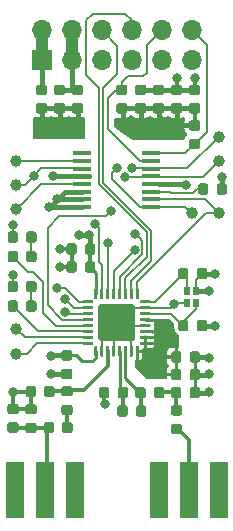
<source format=gbr>
G04 #@! TF.GenerationSoftware,KiCad,Pcbnew,5.1.2*
G04 #@! TF.CreationDate,2019-05-07T22:25:54+02:00*
G04 #@! TF.ProjectId,SX1257_pmod,53583132-3537-45f7-906d-6f642e6b6963,rev?*
G04 #@! TF.SameCoordinates,Original*
G04 #@! TF.FileFunction,Copper,L1,Top*
G04 #@! TF.FilePolarity,Positive*
%FSLAX46Y46*%
G04 Gerber Fmt 4.6, Leading zero omitted, Abs format (unit mm)*
G04 Created by KiCad (PCBNEW 5.1.2) date 2019-05-07 22:25:54*
%MOMM*%
%LPD*%
G04 APERTURE LIST*
%ADD10R,0.580000X0.730000*%
%ADD11C,0.100000*%
%ADD12C,0.875000*%
%ADD13R,1.524000X4.800000*%
%ADD14C,1.000000*%
%ADD15O,1.700000X1.700000*%
%ADD16R,1.700000X1.700000*%
%ADD17C,0.250000*%
%ADD18C,0.500000*%
%ADD19C,3.100000*%
%ADD20R,1.500000X0.450000*%
%ADD21C,0.800000*%
%ADD22C,0.400000*%
%ADD23C,1.000000*%
%ADD24C,0.203200*%
%ADD25C,0.342900*%
%ADD26C,0.152400*%
%ADD27C,0.254000*%
%ADD28C,0.204000*%
%ADD29C,0.200000*%
%ADD30C,0.300000*%
G04 APERTURE END LIST*
D10*
X131175000Y-49800000D03*
X131175000Y-48800000D03*
X130425000Y-49800000D03*
X130425000Y-48800000D03*
D11*
G36*
X125177691Y-31288053D02*
G01*
X125198926Y-31291203D01*
X125219750Y-31296419D01*
X125239962Y-31303651D01*
X125259368Y-31312830D01*
X125277781Y-31323866D01*
X125295024Y-31336654D01*
X125310930Y-31351070D01*
X125325346Y-31366976D01*
X125338134Y-31384219D01*
X125349170Y-31402632D01*
X125358349Y-31422038D01*
X125365581Y-31442250D01*
X125370797Y-31463074D01*
X125373947Y-31484309D01*
X125375000Y-31505750D01*
X125375000Y-31943250D01*
X125373947Y-31964691D01*
X125370797Y-31985926D01*
X125365581Y-32006750D01*
X125358349Y-32026962D01*
X125349170Y-32046368D01*
X125338134Y-32064781D01*
X125325346Y-32082024D01*
X125310930Y-32097930D01*
X125295024Y-32112346D01*
X125277781Y-32125134D01*
X125259368Y-32136170D01*
X125239962Y-32145349D01*
X125219750Y-32152581D01*
X125198926Y-32157797D01*
X125177691Y-32160947D01*
X125156250Y-32162000D01*
X124643750Y-32162000D01*
X124622309Y-32160947D01*
X124601074Y-32157797D01*
X124580250Y-32152581D01*
X124560038Y-32145349D01*
X124540632Y-32136170D01*
X124522219Y-32125134D01*
X124504976Y-32112346D01*
X124489070Y-32097930D01*
X124474654Y-32082024D01*
X124461866Y-32064781D01*
X124450830Y-32046368D01*
X124441651Y-32026962D01*
X124434419Y-32006750D01*
X124429203Y-31985926D01*
X124426053Y-31964691D01*
X124425000Y-31943250D01*
X124425000Y-31505750D01*
X124426053Y-31484309D01*
X124429203Y-31463074D01*
X124434419Y-31442250D01*
X124441651Y-31422038D01*
X124450830Y-31402632D01*
X124461866Y-31384219D01*
X124474654Y-31366976D01*
X124489070Y-31351070D01*
X124504976Y-31336654D01*
X124522219Y-31323866D01*
X124540632Y-31312830D01*
X124560038Y-31303651D01*
X124580250Y-31296419D01*
X124601074Y-31291203D01*
X124622309Y-31288053D01*
X124643750Y-31287000D01*
X125156250Y-31287000D01*
X125177691Y-31288053D01*
X125177691Y-31288053D01*
G37*
D12*
X124900000Y-31724500D03*
D11*
G36*
X125177691Y-32863053D02*
G01*
X125198926Y-32866203D01*
X125219750Y-32871419D01*
X125239962Y-32878651D01*
X125259368Y-32887830D01*
X125277781Y-32898866D01*
X125295024Y-32911654D01*
X125310930Y-32926070D01*
X125325346Y-32941976D01*
X125338134Y-32959219D01*
X125349170Y-32977632D01*
X125358349Y-32997038D01*
X125365581Y-33017250D01*
X125370797Y-33038074D01*
X125373947Y-33059309D01*
X125375000Y-33080750D01*
X125375000Y-33518250D01*
X125373947Y-33539691D01*
X125370797Y-33560926D01*
X125365581Y-33581750D01*
X125358349Y-33601962D01*
X125349170Y-33621368D01*
X125338134Y-33639781D01*
X125325346Y-33657024D01*
X125310930Y-33672930D01*
X125295024Y-33687346D01*
X125277781Y-33700134D01*
X125259368Y-33711170D01*
X125239962Y-33720349D01*
X125219750Y-33727581D01*
X125198926Y-33732797D01*
X125177691Y-33735947D01*
X125156250Y-33737000D01*
X124643750Y-33737000D01*
X124622309Y-33735947D01*
X124601074Y-33732797D01*
X124580250Y-33727581D01*
X124560038Y-33720349D01*
X124540632Y-33711170D01*
X124522219Y-33700134D01*
X124504976Y-33687346D01*
X124489070Y-33672930D01*
X124474654Y-33657024D01*
X124461866Y-33639781D01*
X124450830Y-33621368D01*
X124441651Y-33601962D01*
X124434419Y-33581750D01*
X124429203Y-33560926D01*
X124426053Y-33539691D01*
X124425000Y-33518250D01*
X124425000Y-33080750D01*
X124426053Y-33059309D01*
X124429203Y-33038074D01*
X124434419Y-33017250D01*
X124441651Y-32997038D01*
X124450830Y-32977632D01*
X124461866Y-32959219D01*
X124474654Y-32941976D01*
X124489070Y-32926070D01*
X124504976Y-32911654D01*
X124522219Y-32898866D01*
X124540632Y-32887830D01*
X124560038Y-32878651D01*
X124580250Y-32871419D01*
X124601074Y-32866203D01*
X124622309Y-32863053D01*
X124643750Y-32862000D01*
X125156250Y-32862000D01*
X125177691Y-32863053D01*
X125177691Y-32863053D01*
G37*
D12*
X124900000Y-33299500D03*
D11*
G36*
X131341691Y-34310553D02*
G01*
X131362926Y-34313703D01*
X131383750Y-34318919D01*
X131403962Y-34326151D01*
X131423368Y-34335330D01*
X131441781Y-34346366D01*
X131459024Y-34359154D01*
X131474930Y-34373570D01*
X131489346Y-34389476D01*
X131502134Y-34406719D01*
X131513170Y-34425132D01*
X131522349Y-34444538D01*
X131529581Y-34464750D01*
X131534797Y-34485574D01*
X131537947Y-34506809D01*
X131539000Y-34528250D01*
X131539000Y-34965750D01*
X131537947Y-34987191D01*
X131534797Y-35008426D01*
X131529581Y-35029250D01*
X131522349Y-35049462D01*
X131513170Y-35068868D01*
X131502134Y-35087281D01*
X131489346Y-35104524D01*
X131474930Y-35120430D01*
X131459024Y-35134846D01*
X131441781Y-35147634D01*
X131423368Y-35158670D01*
X131403962Y-35167849D01*
X131383750Y-35175081D01*
X131362926Y-35180297D01*
X131341691Y-35183447D01*
X131320250Y-35184500D01*
X130807750Y-35184500D01*
X130786309Y-35183447D01*
X130765074Y-35180297D01*
X130744250Y-35175081D01*
X130724038Y-35167849D01*
X130704632Y-35158670D01*
X130686219Y-35147634D01*
X130668976Y-35134846D01*
X130653070Y-35120430D01*
X130638654Y-35104524D01*
X130625866Y-35087281D01*
X130614830Y-35068868D01*
X130605651Y-35049462D01*
X130598419Y-35029250D01*
X130593203Y-35008426D01*
X130590053Y-34987191D01*
X130589000Y-34965750D01*
X130589000Y-34528250D01*
X130590053Y-34506809D01*
X130593203Y-34485574D01*
X130598419Y-34464750D01*
X130605651Y-34444538D01*
X130614830Y-34425132D01*
X130625866Y-34406719D01*
X130638654Y-34389476D01*
X130653070Y-34373570D01*
X130668976Y-34359154D01*
X130686219Y-34346366D01*
X130704632Y-34335330D01*
X130724038Y-34326151D01*
X130744250Y-34318919D01*
X130765074Y-34313703D01*
X130786309Y-34310553D01*
X130807750Y-34309500D01*
X131320250Y-34309500D01*
X131341691Y-34310553D01*
X131341691Y-34310553D01*
G37*
D12*
X131064000Y-34747000D03*
D11*
G36*
X131341691Y-35885553D02*
G01*
X131362926Y-35888703D01*
X131383750Y-35893919D01*
X131403962Y-35901151D01*
X131423368Y-35910330D01*
X131441781Y-35921366D01*
X131459024Y-35934154D01*
X131474930Y-35948570D01*
X131489346Y-35964476D01*
X131502134Y-35981719D01*
X131513170Y-36000132D01*
X131522349Y-36019538D01*
X131529581Y-36039750D01*
X131534797Y-36060574D01*
X131537947Y-36081809D01*
X131539000Y-36103250D01*
X131539000Y-36540750D01*
X131537947Y-36562191D01*
X131534797Y-36583426D01*
X131529581Y-36604250D01*
X131522349Y-36624462D01*
X131513170Y-36643868D01*
X131502134Y-36662281D01*
X131489346Y-36679524D01*
X131474930Y-36695430D01*
X131459024Y-36709846D01*
X131441781Y-36722634D01*
X131423368Y-36733670D01*
X131403962Y-36742849D01*
X131383750Y-36750081D01*
X131362926Y-36755297D01*
X131341691Y-36758447D01*
X131320250Y-36759500D01*
X130807750Y-36759500D01*
X130786309Y-36758447D01*
X130765074Y-36755297D01*
X130744250Y-36750081D01*
X130724038Y-36742849D01*
X130704632Y-36733670D01*
X130686219Y-36722634D01*
X130668976Y-36709846D01*
X130653070Y-36695430D01*
X130638654Y-36679524D01*
X130625866Y-36662281D01*
X130614830Y-36643868D01*
X130605651Y-36624462D01*
X130598419Y-36604250D01*
X130593203Y-36583426D01*
X130590053Y-36562191D01*
X130589000Y-36540750D01*
X130589000Y-36103250D01*
X130590053Y-36081809D01*
X130593203Y-36060574D01*
X130598419Y-36039750D01*
X130605651Y-36019538D01*
X130614830Y-36000132D01*
X130625866Y-35981719D01*
X130638654Y-35964476D01*
X130653070Y-35948570D01*
X130668976Y-35934154D01*
X130686219Y-35921366D01*
X130704632Y-35910330D01*
X130724038Y-35901151D01*
X130744250Y-35893919D01*
X130765074Y-35888703D01*
X130786309Y-35885553D01*
X130807750Y-35884500D01*
X131320250Y-35884500D01*
X131341691Y-35885553D01*
X131341691Y-35885553D01*
G37*
D12*
X131064000Y-36322000D03*
D13*
X133096000Y-65613000D03*
X128016000Y-65613000D03*
X130556000Y-65613000D03*
X118364000Y-65613000D03*
X115824000Y-65613000D03*
X120904000Y-65613000D03*
D14*
X115951000Y-41783000D03*
X115951000Y-37719000D03*
D11*
G36*
X131327691Y-53876053D02*
G01*
X131348926Y-53879203D01*
X131369750Y-53884419D01*
X131389962Y-53891651D01*
X131409368Y-53900830D01*
X131427781Y-53911866D01*
X131445024Y-53924654D01*
X131460930Y-53939070D01*
X131475346Y-53954976D01*
X131488134Y-53972219D01*
X131499170Y-53990632D01*
X131508349Y-54010038D01*
X131515581Y-54030250D01*
X131520797Y-54051074D01*
X131523947Y-54072309D01*
X131525000Y-54093750D01*
X131525000Y-54606250D01*
X131523947Y-54627691D01*
X131520797Y-54648926D01*
X131515581Y-54669750D01*
X131508349Y-54689962D01*
X131499170Y-54709368D01*
X131488134Y-54727781D01*
X131475346Y-54745024D01*
X131460930Y-54760930D01*
X131445024Y-54775346D01*
X131427781Y-54788134D01*
X131409368Y-54799170D01*
X131389962Y-54808349D01*
X131369750Y-54815581D01*
X131348926Y-54820797D01*
X131327691Y-54823947D01*
X131306250Y-54825000D01*
X130868750Y-54825000D01*
X130847309Y-54823947D01*
X130826074Y-54820797D01*
X130805250Y-54815581D01*
X130785038Y-54808349D01*
X130765632Y-54799170D01*
X130747219Y-54788134D01*
X130729976Y-54775346D01*
X130714070Y-54760930D01*
X130699654Y-54745024D01*
X130686866Y-54727781D01*
X130675830Y-54709368D01*
X130666651Y-54689962D01*
X130659419Y-54669750D01*
X130654203Y-54648926D01*
X130651053Y-54627691D01*
X130650000Y-54606250D01*
X130650000Y-54093750D01*
X130651053Y-54072309D01*
X130654203Y-54051074D01*
X130659419Y-54030250D01*
X130666651Y-54010038D01*
X130675830Y-53990632D01*
X130686866Y-53972219D01*
X130699654Y-53954976D01*
X130714070Y-53939070D01*
X130729976Y-53924654D01*
X130747219Y-53911866D01*
X130765632Y-53900830D01*
X130785038Y-53891651D01*
X130805250Y-53884419D01*
X130826074Y-53879203D01*
X130847309Y-53876053D01*
X130868750Y-53875000D01*
X131306250Y-53875000D01*
X131327691Y-53876053D01*
X131327691Y-53876053D01*
G37*
D12*
X131087500Y-54350000D03*
D11*
G36*
X129752691Y-53876053D02*
G01*
X129773926Y-53879203D01*
X129794750Y-53884419D01*
X129814962Y-53891651D01*
X129834368Y-53900830D01*
X129852781Y-53911866D01*
X129870024Y-53924654D01*
X129885930Y-53939070D01*
X129900346Y-53954976D01*
X129913134Y-53972219D01*
X129924170Y-53990632D01*
X129933349Y-54010038D01*
X129940581Y-54030250D01*
X129945797Y-54051074D01*
X129948947Y-54072309D01*
X129950000Y-54093750D01*
X129950000Y-54606250D01*
X129948947Y-54627691D01*
X129945797Y-54648926D01*
X129940581Y-54669750D01*
X129933349Y-54689962D01*
X129924170Y-54709368D01*
X129913134Y-54727781D01*
X129900346Y-54745024D01*
X129885930Y-54760930D01*
X129870024Y-54775346D01*
X129852781Y-54788134D01*
X129834368Y-54799170D01*
X129814962Y-54808349D01*
X129794750Y-54815581D01*
X129773926Y-54820797D01*
X129752691Y-54823947D01*
X129731250Y-54825000D01*
X129293750Y-54825000D01*
X129272309Y-54823947D01*
X129251074Y-54820797D01*
X129230250Y-54815581D01*
X129210038Y-54808349D01*
X129190632Y-54799170D01*
X129172219Y-54788134D01*
X129154976Y-54775346D01*
X129139070Y-54760930D01*
X129124654Y-54745024D01*
X129111866Y-54727781D01*
X129100830Y-54709368D01*
X129091651Y-54689962D01*
X129084419Y-54669750D01*
X129079203Y-54648926D01*
X129076053Y-54627691D01*
X129075000Y-54606250D01*
X129075000Y-54093750D01*
X129076053Y-54072309D01*
X129079203Y-54051074D01*
X129084419Y-54030250D01*
X129091651Y-54010038D01*
X129100830Y-53990632D01*
X129111866Y-53972219D01*
X129124654Y-53954976D01*
X129139070Y-53939070D01*
X129154976Y-53924654D01*
X129172219Y-53911866D01*
X129190632Y-53900830D01*
X129210038Y-53891651D01*
X129230250Y-53884419D01*
X129251074Y-53879203D01*
X129272309Y-53876053D01*
X129293750Y-53875000D01*
X129731250Y-53875000D01*
X129752691Y-53876053D01*
X129752691Y-53876053D01*
G37*
D12*
X129512500Y-54350000D03*
D11*
G36*
X119010691Y-56803053D02*
G01*
X119031926Y-56806203D01*
X119052750Y-56811419D01*
X119072962Y-56818651D01*
X119092368Y-56827830D01*
X119110781Y-56838866D01*
X119128024Y-56851654D01*
X119143930Y-56866070D01*
X119158346Y-56881976D01*
X119171134Y-56899219D01*
X119182170Y-56917632D01*
X119191349Y-56937038D01*
X119198581Y-56957250D01*
X119203797Y-56978074D01*
X119206947Y-56999309D01*
X119208000Y-57020750D01*
X119208000Y-57533250D01*
X119206947Y-57554691D01*
X119203797Y-57575926D01*
X119198581Y-57596750D01*
X119191349Y-57616962D01*
X119182170Y-57636368D01*
X119171134Y-57654781D01*
X119158346Y-57672024D01*
X119143930Y-57687930D01*
X119128024Y-57702346D01*
X119110781Y-57715134D01*
X119092368Y-57726170D01*
X119072962Y-57735349D01*
X119052750Y-57742581D01*
X119031926Y-57747797D01*
X119010691Y-57750947D01*
X118989250Y-57752000D01*
X118551750Y-57752000D01*
X118530309Y-57750947D01*
X118509074Y-57747797D01*
X118488250Y-57742581D01*
X118468038Y-57735349D01*
X118448632Y-57726170D01*
X118430219Y-57715134D01*
X118412976Y-57702346D01*
X118397070Y-57687930D01*
X118382654Y-57672024D01*
X118369866Y-57654781D01*
X118358830Y-57636368D01*
X118349651Y-57616962D01*
X118342419Y-57596750D01*
X118337203Y-57575926D01*
X118334053Y-57554691D01*
X118333000Y-57533250D01*
X118333000Y-57020750D01*
X118334053Y-56999309D01*
X118337203Y-56978074D01*
X118342419Y-56957250D01*
X118349651Y-56937038D01*
X118358830Y-56917632D01*
X118369866Y-56899219D01*
X118382654Y-56881976D01*
X118397070Y-56866070D01*
X118412976Y-56851654D01*
X118430219Y-56838866D01*
X118448632Y-56827830D01*
X118468038Y-56818651D01*
X118488250Y-56811419D01*
X118509074Y-56806203D01*
X118530309Y-56803053D01*
X118551750Y-56802000D01*
X118989250Y-56802000D01*
X119010691Y-56803053D01*
X119010691Y-56803053D01*
G37*
D12*
X118770500Y-57277000D03*
D11*
G36*
X117435691Y-56803053D02*
G01*
X117456926Y-56806203D01*
X117477750Y-56811419D01*
X117497962Y-56818651D01*
X117517368Y-56827830D01*
X117535781Y-56838866D01*
X117553024Y-56851654D01*
X117568930Y-56866070D01*
X117583346Y-56881976D01*
X117596134Y-56899219D01*
X117607170Y-56917632D01*
X117616349Y-56937038D01*
X117623581Y-56957250D01*
X117628797Y-56978074D01*
X117631947Y-56999309D01*
X117633000Y-57020750D01*
X117633000Y-57533250D01*
X117631947Y-57554691D01*
X117628797Y-57575926D01*
X117623581Y-57596750D01*
X117616349Y-57616962D01*
X117607170Y-57636368D01*
X117596134Y-57654781D01*
X117583346Y-57672024D01*
X117568930Y-57687930D01*
X117553024Y-57702346D01*
X117535781Y-57715134D01*
X117517368Y-57726170D01*
X117497962Y-57735349D01*
X117477750Y-57742581D01*
X117456926Y-57747797D01*
X117435691Y-57750947D01*
X117414250Y-57752000D01*
X116976750Y-57752000D01*
X116955309Y-57750947D01*
X116934074Y-57747797D01*
X116913250Y-57742581D01*
X116893038Y-57735349D01*
X116873632Y-57726170D01*
X116855219Y-57715134D01*
X116837976Y-57702346D01*
X116822070Y-57687930D01*
X116807654Y-57672024D01*
X116794866Y-57654781D01*
X116783830Y-57636368D01*
X116774651Y-57616962D01*
X116767419Y-57596750D01*
X116762203Y-57575926D01*
X116759053Y-57554691D01*
X116758000Y-57533250D01*
X116758000Y-57020750D01*
X116759053Y-56999309D01*
X116762203Y-56978074D01*
X116767419Y-56957250D01*
X116774651Y-56937038D01*
X116783830Y-56917632D01*
X116794866Y-56899219D01*
X116807654Y-56881976D01*
X116822070Y-56866070D01*
X116837976Y-56851654D01*
X116855219Y-56838866D01*
X116873632Y-56827830D01*
X116893038Y-56818651D01*
X116913250Y-56811419D01*
X116934074Y-56806203D01*
X116955309Y-56803053D01*
X116976750Y-56802000D01*
X117414250Y-56802000D01*
X117435691Y-56803053D01*
X117435691Y-56803053D01*
G37*
D12*
X117195500Y-57277000D03*
D11*
G36*
X125202691Y-58451053D02*
G01*
X125223926Y-58454203D01*
X125244750Y-58459419D01*
X125264962Y-58466651D01*
X125284368Y-58475830D01*
X125302781Y-58486866D01*
X125320024Y-58499654D01*
X125335930Y-58514070D01*
X125350346Y-58529976D01*
X125363134Y-58547219D01*
X125374170Y-58565632D01*
X125383349Y-58585038D01*
X125390581Y-58605250D01*
X125395797Y-58626074D01*
X125398947Y-58647309D01*
X125400000Y-58668750D01*
X125400000Y-59181250D01*
X125398947Y-59202691D01*
X125395797Y-59223926D01*
X125390581Y-59244750D01*
X125383349Y-59264962D01*
X125374170Y-59284368D01*
X125363134Y-59302781D01*
X125350346Y-59320024D01*
X125335930Y-59335930D01*
X125320024Y-59350346D01*
X125302781Y-59363134D01*
X125284368Y-59374170D01*
X125264962Y-59383349D01*
X125244750Y-59390581D01*
X125223926Y-59395797D01*
X125202691Y-59398947D01*
X125181250Y-59400000D01*
X124743750Y-59400000D01*
X124722309Y-59398947D01*
X124701074Y-59395797D01*
X124680250Y-59390581D01*
X124660038Y-59383349D01*
X124640632Y-59374170D01*
X124622219Y-59363134D01*
X124604976Y-59350346D01*
X124589070Y-59335930D01*
X124574654Y-59320024D01*
X124561866Y-59302781D01*
X124550830Y-59284368D01*
X124541651Y-59264962D01*
X124534419Y-59244750D01*
X124529203Y-59223926D01*
X124526053Y-59202691D01*
X124525000Y-59181250D01*
X124525000Y-58668750D01*
X124526053Y-58647309D01*
X124529203Y-58626074D01*
X124534419Y-58605250D01*
X124541651Y-58585038D01*
X124550830Y-58565632D01*
X124561866Y-58547219D01*
X124574654Y-58529976D01*
X124589070Y-58514070D01*
X124604976Y-58499654D01*
X124622219Y-58486866D01*
X124640632Y-58475830D01*
X124660038Y-58466651D01*
X124680250Y-58459419D01*
X124701074Y-58454203D01*
X124722309Y-58451053D01*
X124743750Y-58450000D01*
X125181250Y-58450000D01*
X125202691Y-58451053D01*
X125202691Y-58451053D01*
G37*
D12*
X124962500Y-58925000D03*
D11*
G36*
X126777691Y-58451053D02*
G01*
X126798926Y-58454203D01*
X126819750Y-58459419D01*
X126839962Y-58466651D01*
X126859368Y-58475830D01*
X126877781Y-58486866D01*
X126895024Y-58499654D01*
X126910930Y-58514070D01*
X126925346Y-58529976D01*
X126938134Y-58547219D01*
X126949170Y-58565632D01*
X126958349Y-58585038D01*
X126965581Y-58605250D01*
X126970797Y-58626074D01*
X126973947Y-58647309D01*
X126975000Y-58668750D01*
X126975000Y-59181250D01*
X126973947Y-59202691D01*
X126970797Y-59223926D01*
X126965581Y-59244750D01*
X126958349Y-59264962D01*
X126949170Y-59284368D01*
X126938134Y-59302781D01*
X126925346Y-59320024D01*
X126910930Y-59335930D01*
X126895024Y-59350346D01*
X126877781Y-59363134D01*
X126859368Y-59374170D01*
X126839962Y-59383349D01*
X126819750Y-59390581D01*
X126798926Y-59395797D01*
X126777691Y-59398947D01*
X126756250Y-59400000D01*
X126318750Y-59400000D01*
X126297309Y-59398947D01*
X126276074Y-59395797D01*
X126255250Y-59390581D01*
X126235038Y-59383349D01*
X126215632Y-59374170D01*
X126197219Y-59363134D01*
X126179976Y-59350346D01*
X126164070Y-59335930D01*
X126149654Y-59320024D01*
X126136866Y-59302781D01*
X126125830Y-59284368D01*
X126116651Y-59264962D01*
X126109419Y-59244750D01*
X126104203Y-59223926D01*
X126101053Y-59202691D01*
X126100000Y-59181250D01*
X126100000Y-58668750D01*
X126101053Y-58647309D01*
X126104203Y-58626074D01*
X126109419Y-58605250D01*
X126116651Y-58585038D01*
X126125830Y-58565632D01*
X126136866Y-58547219D01*
X126149654Y-58529976D01*
X126164070Y-58514070D01*
X126179976Y-58499654D01*
X126197219Y-58486866D01*
X126215632Y-58475830D01*
X126235038Y-58466651D01*
X126255250Y-58459419D01*
X126276074Y-58454203D01*
X126297309Y-58451053D01*
X126318750Y-58450000D01*
X126756250Y-58450000D01*
X126777691Y-58451053D01*
X126777691Y-58451053D01*
G37*
D12*
X126537500Y-58925000D03*
D11*
G36*
X125233691Y-56903053D02*
G01*
X125254926Y-56906203D01*
X125275750Y-56911419D01*
X125295962Y-56918651D01*
X125315368Y-56927830D01*
X125333781Y-56938866D01*
X125351024Y-56951654D01*
X125366930Y-56966070D01*
X125381346Y-56981976D01*
X125394134Y-56999219D01*
X125405170Y-57017632D01*
X125414349Y-57037038D01*
X125421581Y-57057250D01*
X125426797Y-57078074D01*
X125429947Y-57099309D01*
X125431000Y-57120750D01*
X125431000Y-57633250D01*
X125429947Y-57654691D01*
X125426797Y-57675926D01*
X125421581Y-57696750D01*
X125414349Y-57716962D01*
X125405170Y-57736368D01*
X125394134Y-57754781D01*
X125381346Y-57772024D01*
X125366930Y-57787930D01*
X125351024Y-57802346D01*
X125333781Y-57815134D01*
X125315368Y-57826170D01*
X125295962Y-57835349D01*
X125275750Y-57842581D01*
X125254926Y-57847797D01*
X125233691Y-57850947D01*
X125212250Y-57852000D01*
X124774750Y-57852000D01*
X124753309Y-57850947D01*
X124732074Y-57847797D01*
X124711250Y-57842581D01*
X124691038Y-57835349D01*
X124671632Y-57826170D01*
X124653219Y-57815134D01*
X124635976Y-57802346D01*
X124620070Y-57787930D01*
X124605654Y-57772024D01*
X124592866Y-57754781D01*
X124581830Y-57736368D01*
X124572651Y-57716962D01*
X124565419Y-57696750D01*
X124560203Y-57675926D01*
X124557053Y-57654691D01*
X124556000Y-57633250D01*
X124556000Y-57120750D01*
X124557053Y-57099309D01*
X124560203Y-57078074D01*
X124565419Y-57057250D01*
X124572651Y-57037038D01*
X124581830Y-57017632D01*
X124592866Y-56999219D01*
X124605654Y-56981976D01*
X124620070Y-56966070D01*
X124635976Y-56951654D01*
X124653219Y-56938866D01*
X124671632Y-56927830D01*
X124691038Y-56918651D01*
X124711250Y-56911419D01*
X124732074Y-56906203D01*
X124753309Y-56903053D01*
X124774750Y-56902000D01*
X125212250Y-56902000D01*
X125233691Y-56903053D01*
X125233691Y-56903053D01*
G37*
D12*
X124993500Y-57377000D03*
D11*
G36*
X123658691Y-56903053D02*
G01*
X123679926Y-56906203D01*
X123700750Y-56911419D01*
X123720962Y-56918651D01*
X123740368Y-56927830D01*
X123758781Y-56938866D01*
X123776024Y-56951654D01*
X123791930Y-56966070D01*
X123806346Y-56981976D01*
X123819134Y-56999219D01*
X123830170Y-57017632D01*
X123839349Y-57037038D01*
X123846581Y-57057250D01*
X123851797Y-57078074D01*
X123854947Y-57099309D01*
X123856000Y-57120750D01*
X123856000Y-57633250D01*
X123854947Y-57654691D01*
X123851797Y-57675926D01*
X123846581Y-57696750D01*
X123839349Y-57716962D01*
X123830170Y-57736368D01*
X123819134Y-57754781D01*
X123806346Y-57772024D01*
X123791930Y-57787930D01*
X123776024Y-57802346D01*
X123758781Y-57815134D01*
X123740368Y-57826170D01*
X123720962Y-57835349D01*
X123700750Y-57842581D01*
X123679926Y-57847797D01*
X123658691Y-57850947D01*
X123637250Y-57852000D01*
X123199750Y-57852000D01*
X123178309Y-57850947D01*
X123157074Y-57847797D01*
X123136250Y-57842581D01*
X123116038Y-57835349D01*
X123096632Y-57826170D01*
X123078219Y-57815134D01*
X123060976Y-57802346D01*
X123045070Y-57787930D01*
X123030654Y-57772024D01*
X123017866Y-57754781D01*
X123006830Y-57736368D01*
X122997651Y-57716962D01*
X122990419Y-57696750D01*
X122985203Y-57675926D01*
X122982053Y-57654691D01*
X122981000Y-57633250D01*
X122981000Y-57120750D01*
X122982053Y-57099309D01*
X122985203Y-57078074D01*
X122990419Y-57057250D01*
X122997651Y-57037038D01*
X123006830Y-57017632D01*
X123017866Y-56999219D01*
X123030654Y-56981976D01*
X123045070Y-56966070D01*
X123060976Y-56951654D01*
X123078219Y-56938866D01*
X123096632Y-56927830D01*
X123116038Y-56918651D01*
X123136250Y-56911419D01*
X123157074Y-56906203D01*
X123178309Y-56903053D01*
X123199750Y-56902000D01*
X123637250Y-56902000D01*
X123658691Y-56903053D01*
X123658691Y-56903053D01*
G37*
D12*
X123418500Y-57377000D03*
D11*
G36*
X120534691Y-59851053D02*
G01*
X120555926Y-59854203D01*
X120576750Y-59859419D01*
X120596962Y-59866651D01*
X120616368Y-59875830D01*
X120634781Y-59886866D01*
X120652024Y-59899654D01*
X120667930Y-59914070D01*
X120682346Y-59929976D01*
X120695134Y-59947219D01*
X120706170Y-59965632D01*
X120715349Y-59985038D01*
X120722581Y-60005250D01*
X120727797Y-60026074D01*
X120730947Y-60047309D01*
X120732000Y-60068750D01*
X120732000Y-60581250D01*
X120730947Y-60602691D01*
X120727797Y-60623926D01*
X120722581Y-60644750D01*
X120715349Y-60664962D01*
X120706170Y-60684368D01*
X120695134Y-60702781D01*
X120682346Y-60720024D01*
X120667930Y-60735930D01*
X120652024Y-60750346D01*
X120634781Y-60763134D01*
X120616368Y-60774170D01*
X120596962Y-60783349D01*
X120576750Y-60790581D01*
X120555926Y-60795797D01*
X120534691Y-60798947D01*
X120513250Y-60800000D01*
X120075750Y-60800000D01*
X120054309Y-60798947D01*
X120033074Y-60795797D01*
X120012250Y-60790581D01*
X119992038Y-60783349D01*
X119972632Y-60774170D01*
X119954219Y-60763134D01*
X119936976Y-60750346D01*
X119921070Y-60735930D01*
X119906654Y-60720024D01*
X119893866Y-60702781D01*
X119882830Y-60684368D01*
X119873651Y-60664962D01*
X119866419Y-60644750D01*
X119861203Y-60623926D01*
X119858053Y-60602691D01*
X119857000Y-60581250D01*
X119857000Y-60068750D01*
X119858053Y-60047309D01*
X119861203Y-60026074D01*
X119866419Y-60005250D01*
X119873651Y-59985038D01*
X119882830Y-59965632D01*
X119893866Y-59947219D01*
X119906654Y-59929976D01*
X119921070Y-59914070D01*
X119936976Y-59899654D01*
X119954219Y-59886866D01*
X119972632Y-59875830D01*
X119992038Y-59866651D01*
X120012250Y-59859419D01*
X120033074Y-59854203D01*
X120054309Y-59851053D01*
X120075750Y-59850000D01*
X120513250Y-59850000D01*
X120534691Y-59851053D01*
X120534691Y-59851053D01*
G37*
D12*
X120294500Y-60325000D03*
D11*
G36*
X118959691Y-59851053D02*
G01*
X118980926Y-59854203D01*
X119001750Y-59859419D01*
X119021962Y-59866651D01*
X119041368Y-59875830D01*
X119059781Y-59886866D01*
X119077024Y-59899654D01*
X119092930Y-59914070D01*
X119107346Y-59929976D01*
X119120134Y-59947219D01*
X119131170Y-59965632D01*
X119140349Y-59985038D01*
X119147581Y-60005250D01*
X119152797Y-60026074D01*
X119155947Y-60047309D01*
X119157000Y-60068750D01*
X119157000Y-60581250D01*
X119155947Y-60602691D01*
X119152797Y-60623926D01*
X119147581Y-60644750D01*
X119140349Y-60664962D01*
X119131170Y-60684368D01*
X119120134Y-60702781D01*
X119107346Y-60720024D01*
X119092930Y-60735930D01*
X119077024Y-60750346D01*
X119059781Y-60763134D01*
X119041368Y-60774170D01*
X119021962Y-60783349D01*
X119001750Y-60790581D01*
X118980926Y-60795797D01*
X118959691Y-60798947D01*
X118938250Y-60800000D01*
X118500750Y-60800000D01*
X118479309Y-60798947D01*
X118458074Y-60795797D01*
X118437250Y-60790581D01*
X118417038Y-60783349D01*
X118397632Y-60774170D01*
X118379219Y-60763134D01*
X118361976Y-60750346D01*
X118346070Y-60735930D01*
X118331654Y-60720024D01*
X118318866Y-60702781D01*
X118307830Y-60684368D01*
X118298651Y-60664962D01*
X118291419Y-60644750D01*
X118286203Y-60623926D01*
X118283053Y-60602691D01*
X118282000Y-60581250D01*
X118282000Y-60068750D01*
X118283053Y-60047309D01*
X118286203Y-60026074D01*
X118291419Y-60005250D01*
X118298651Y-59985038D01*
X118307830Y-59965632D01*
X118318866Y-59947219D01*
X118331654Y-59929976D01*
X118346070Y-59914070D01*
X118361976Y-59899654D01*
X118379219Y-59886866D01*
X118397632Y-59875830D01*
X118417038Y-59866651D01*
X118437250Y-59859419D01*
X118458074Y-59854203D01*
X118479309Y-59851053D01*
X118500750Y-59850000D01*
X118938250Y-59850000D01*
X118959691Y-59851053D01*
X118959691Y-59851053D01*
G37*
D12*
X118719500Y-60325000D03*
D11*
G36*
X129754691Y-56903053D02*
G01*
X129775926Y-56906203D01*
X129796750Y-56911419D01*
X129816962Y-56918651D01*
X129836368Y-56927830D01*
X129854781Y-56938866D01*
X129872024Y-56951654D01*
X129887930Y-56966070D01*
X129902346Y-56981976D01*
X129915134Y-56999219D01*
X129926170Y-57017632D01*
X129935349Y-57037038D01*
X129942581Y-57057250D01*
X129947797Y-57078074D01*
X129950947Y-57099309D01*
X129952000Y-57120750D01*
X129952000Y-57633250D01*
X129950947Y-57654691D01*
X129947797Y-57675926D01*
X129942581Y-57696750D01*
X129935349Y-57716962D01*
X129926170Y-57736368D01*
X129915134Y-57754781D01*
X129902346Y-57772024D01*
X129887930Y-57787930D01*
X129872024Y-57802346D01*
X129854781Y-57815134D01*
X129836368Y-57826170D01*
X129816962Y-57835349D01*
X129796750Y-57842581D01*
X129775926Y-57847797D01*
X129754691Y-57850947D01*
X129733250Y-57852000D01*
X129295750Y-57852000D01*
X129274309Y-57850947D01*
X129253074Y-57847797D01*
X129232250Y-57842581D01*
X129212038Y-57835349D01*
X129192632Y-57826170D01*
X129174219Y-57815134D01*
X129156976Y-57802346D01*
X129141070Y-57787930D01*
X129126654Y-57772024D01*
X129113866Y-57754781D01*
X129102830Y-57736368D01*
X129093651Y-57716962D01*
X129086419Y-57696750D01*
X129081203Y-57675926D01*
X129078053Y-57654691D01*
X129077000Y-57633250D01*
X129077000Y-57120750D01*
X129078053Y-57099309D01*
X129081203Y-57078074D01*
X129086419Y-57057250D01*
X129093651Y-57037038D01*
X129102830Y-57017632D01*
X129113866Y-56999219D01*
X129126654Y-56981976D01*
X129141070Y-56966070D01*
X129156976Y-56951654D01*
X129174219Y-56938866D01*
X129192632Y-56927830D01*
X129212038Y-56918651D01*
X129232250Y-56911419D01*
X129253074Y-56906203D01*
X129274309Y-56903053D01*
X129295750Y-56902000D01*
X129733250Y-56902000D01*
X129754691Y-56903053D01*
X129754691Y-56903053D01*
G37*
D12*
X129514500Y-57377000D03*
D11*
G36*
X131329691Y-56903053D02*
G01*
X131350926Y-56906203D01*
X131371750Y-56911419D01*
X131391962Y-56918651D01*
X131411368Y-56927830D01*
X131429781Y-56938866D01*
X131447024Y-56951654D01*
X131462930Y-56966070D01*
X131477346Y-56981976D01*
X131490134Y-56999219D01*
X131501170Y-57017632D01*
X131510349Y-57037038D01*
X131517581Y-57057250D01*
X131522797Y-57078074D01*
X131525947Y-57099309D01*
X131527000Y-57120750D01*
X131527000Y-57633250D01*
X131525947Y-57654691D01*
X131522797Y-57675926D01*
X131517581Y-57696750D01*
X131510349Y-57716962D01*
X131501170Y-57736368D01*
X131490134Y-57754781D01*
X131477346Y-57772024D01*
X131462930Y-57787930D01*
X131447024Y-57802346D01*
X131429781Y-57815134D01*
X131411368Y-57826170D01*
X131391962Y-57835349D01*
X131371750Y-57842581D01*
X131350926Y-57847797D01*
X131329691Y-57850947D01*
X131308250Y-57852000D01*
X130870750Y-57852000D01*
X130849309Y-57850947D01*
X130828074Y-57847797D01*
X130807250Y-57842581D01*
X130787038Y-57835349D01*
X130767632Y-57826170D01*
X130749219Y-57815134D01*
X130731976Y-57802346D01*
X130716070Y-57787930D01*
X130701654Y-57772024D01*
X130688866Y-57754781D01*
X130677830Y-57736368D01*
X130668651Y-57716962D01*
X130661419Y-57696750D01*
X130656203Y-57675926D01*
X130653053Y-57654691D01*
X130652000Y-57633250D01*
X130652000Y-57120750D01*
X130653053Y-57099309D01*
X130656203Y-57078074D01*
X130661419Y-57057250D01*
X130668651Y-57037038D01*
X130677830Y-57017632D01*
X130688866Y-56999219D01*
X130701654Y-56981976D01*
X130716070Y-56966070D01*
X130731976Y-56951654D01*
X130749219Y-56938866D01*
X130767632Y-56927830D01*
X130787038Y-56918651D01*
X130807250Y-56911419D01*
X130828074Y-56906203D01*
X130849309Y-56903053D01*
X130870750Y-56902000D01*
X131308250Y-56902000D01*
X131329691Y-56903053D01*
X131329691Y-56903053D01*
G37*
D12*
X131089500Y-57377000D03*
D11*
G36*
X120890191Y-44738053D02*
G01*
X120911426Y-44741203D01*
X120932250Y-44746419D01*
X120952462Y-44753651D01*
X120971868Y-44762830D01*
X120990281Y-44773866D01*
X121007524Y-44786654D01*
X121023430Y-44801070D01*
X121037846Y-44816976D01*
X121050634Y-44834219D01*
X121061670Y-44852632D01*
X121070849Y-44872038D01*
X121078081Y-44892250D01*
X121083297Y-44913074D01*
X121086447Y-44934309D01*
X121087500Y-44955750D01*
X121087500Y-45468250D01*
X121086447Y-45489691D01*
X121083297Y-45510926D01*
X121078081Y-45531750D01*
X121070849Y-45551962D01*
X121061670Y-45571368D01*
X121050634Y-45589781D01*
X121037846Y-45607024D01*
X121023430Y-45622930D01*
X121007524Y-45637346D01*
X120990281Y-45650134D01*
X120971868Y-45661170D01*
X120952462Y-45670349D01*
X120932250Y-45677581D01*
X120911426Y-45682797D01*
X120890191Y-45685947D01*
X120868750Y-45687000D01*
X120431250Y-45687000D01*
X120409809Y-45685947D01*
X120388574Y-45682797D01*
X120367750Y-45677581D01*
X120347538Y-45670349D01*
X120328132Y-45661170D01*
X120309719Y-45650134D01*
X120292476Y-45637346D01*
X120276570Y-45622930D01*
X120262154Y-45607024D01*
X120249366Y-45589781D01*
X120238330Y-45571368D01*
X120229151Y-45551962D01*
X120221919Y-45531750D01*
X120216703Y-45510926D01*
X120213553Y-45489691D01*
X120212500Y-45468250D01*
X120212500Y-44955750D01*
X120213553Y-44934309D01*
X120216703Y-44913074D01*
X120221919Y-44892250D01*
X120229151Y-44872038D01*
X120238330Y-44852632D01*
X120249366Y-44834219D01*
X120262154Y-44816976D01*
X120276570Y-44801070D01*
X120292476Y-44786654D01*
X120309719Y-44773866D01*
X120328132Y-44762830D01*
X120347538Y-44753651D01*
X120367750Y-44746419D01*
X120388574Y-44741203D01*
X120409809Y-44738053D01*
X120431250Y-44737000D01*
X120868750Y-44737000D01*
X120890191Y-44738053D01*
X120890191Y-44738053D01*
G37*
D12*
X120650000Y-45212000D03*
D11*
G36*
X122465191Y-44738053D02*
G01*
X122486426Y-44741203D01*
X122507250Y-44746419D01*
X122527462Y-44753651D01*
X122546868Y-44762830D01*
X122565281Y-44773866D01*
X122582524Y-44786654D01*
X122598430Y-44801070D01*
X122612846Y-44816976D01*
X122625634Y-44834219D01*
X122636670Y-44852632D01*
X122645849Y-44872038D01*
X122653081Y-44892250D01*
X122658297Y-44913074D01*
X122661447Y-44934309D01*
X122662500Y-44955750D01*
X122662500Y-45468250D01*
X122661447Y-45489691D01*
X122658297Y-45510926D01*
X122653081Y-45531750D01*
X122645849Y-45551962D01*
X122636670Y-45571368D01*
X122625634Y-45589781D01*
X122612846Y-45607024D01*
X122598430Y-45622930D01*
X122582524Y-45637346D01*
X122565281Y-45650134D01*
X122546868Y-45661170D01*
X122527462Y-45670349D01*
X122507250Y-45677581D01*
X122486426Y-45682797D01*
X122465191Y-45685947D01*
X122443750Y-45687000D01*
X122006250Y-45687000D01*
X121984809Y-45685947D01*
X121963574Y-45682797D01*
X121942750Y-45677581D01*
X121922538Y-45670349D01*
X121903132Y-45661170D01*
X121884719Y-45650134D01*
X121867476Y-45637346D01*
X121851570Y-45622930D01*
X121837154Y-45607024D01*
X121824366Y-45589781D01*
X121813330Y-45571368D01*
X121804151Y-45551962D01*
X121796919Y-45531750D01*
X121791703Y-45510926D01*
X121788553Y-45489691D01*
X121787500Y-45468250D01*
X121787500Y-44955750D01*
X121788553Y-44934309D01*
X121791703Y-44913074D01*
X121796919Y-44892250D01*
X121804151Y-44872038D01*
X121813330Y-44852632D01*
X121824366Y-44834219D01*
X121837154Y-44816976D01*
X121851570Y-44801070D01*
X121867476Y-44786654D01*
X121884719Y-44773866D01*
X121903132Y-44762830D01*
X121922538Y-44753651D01*
X121942750Y-44746419D01*
X121963574Y-44741203D01*
X121984809Y-44738053D01*
X122006250Y-44737000D01*
X122443750Y-44737000D01*
X122465191Y-44738053D01*
X122465191Y-44738053D01*
G37*
D12*
X122225000Y-45212000D03*
D11*
G36*
X115974691Y-59888553D02*
G01*
X115995926Y-59891703D01*
X116016750Y-59896919D01*
X116036962Y-59904151D01*
X116056368Y-59913330D01*
X116074781Y-59924366D01*
X116092024Y-59937154D01*
X116107930Y-59951570D01*
X116122346Y-59967476D01*
X116135134Y-59984719D01*
X116146170Y-60003132D01*
X116155349Y-60022538D01*
X116162581Y-60042750D01*
X116167797Y-60063574D01*
X116170947Y-60084809D01*
X116172000Y-60106250D01*
X116172000Y-60543750D01*
X116170947Y-60565191D01*
X116167797Y-60586426D01*
X116162581Y-60607250D01*
X116155349Y-60627462D01*
X116146170Y-60646868D01*
X116135134Y-60665281D01*
X116122346Y-60682524D01*
X116107930Y-60698430D01*
X116092024Y-60712846D01*
X116074781Y-60725634D01*
X116056368Y-60736670D01*
X116036962Y-60745849D01*
X116016750Y-60753081D01*
X115995926Y-60758297D01*
X115974691Y-60761447D01*
X115953250Y-60762500D01*
X115440750Y-60762500D01*
X115419309Y-60761447D01*
X115398074Y-60758297D01*
X115377250Y-60753081D01*
X115357038Y-60745849D01*
X115337632Y-60736670D01*
X115319219Y-60725634D01*
X115301976Y-60712846D01*
X115286070Y-60698430D01*
X115271654Y-60682524D01*
X115258866Y-60665281D01*
X115247830Y-60646868D01*
X115238651Y-60627462D01*
X115231419Y-60607250D01*
X115226203Y-60586426D01*
X115223053Y-60565191D01*
X115222000Y-60543750D01*
X115222000Y-60106250D01*
X115223053Y-60084809D01*
X115226203Y-60063574D01*
X115231419Y-60042750D01*
X115238651Y-60022538D01*
X115247830Y-60003132D01*
X115258866Y-59984719D01*
X115271654Y-59967476D01*
X115286070Y-59951570D01*
X115301976Y-59937154D01*
X115319219Y-59924366D01*
X115337632Y-59913330D01*
X115357038Y-59904151D01*
X115377250Y-59896919D01*
X115398074Y-59891703D01*
X115419309Y-59888553D01*
X115440750Y-59887500D01*
X115953250Y-59887500D01*
X115974691Y-59888553D01*
X115974691Y-59888553D01*
G37*
D12*
X115697000Y-60325000D03*
D11*
G36*
X115974691Y-58313553D02*
G01*
X115995926Y-58316703D01*
X116016750Y-58321919D01*
X116036962Y-58329151D01*
X116056368Y-58338330D01*
X116074781Y-58349366D01*
X116092024Y-58362154D01*
X116107930Y-58376570D01*
X116122346Y-58392476D01*
X116135134Y-58409719D01*
X116146170Y-58428132D01*
X116155349Y-58447538D01*
X116162581Y-58467750D01*
X116167797Y-58488574D01*
X116170947Y-58509809D01*
X116172000Y-58531250D01*
X116172000Y-58968750D01*
X116170947Y-58990191D01*
X116167797Y-59011426D01*
X116162581Y-59032250D01*
X116155349Y-59052462D01*
X116146170Y-59071868D01*
X116135134Y-59090281D01*
X116122346Y-59107524D01*
X116107930Y-59123430D01*
X116092024Y-59137846D01*
X116074781Y-59150634D01*
X116056368Y-59161670D01*
X116036962Y-59170849D01*
X116016750Y-59178081D01*
X115995926Y-59183297D01*
X115974691Y-59186447D01*
X115953250Y-59187500D01*
X115440750Y-59187500D01*
X115419309Y-59186447D01*
X115398074Y-59183297D01*
X115377250Y-59178081D01*
X115357038Y-59170849D01*
X115337632Y-59161670D01*
X115319219Y-59150634D01*
X115301976Y-59137846D01*
X115286070Y-59123430D01*
X115271654Y-59107524D01*
X115258866Y-59090281D01*
X115247830Y-59071868D01*
X115238651Y-59052462D01*
X115231419Y-59032250D01*
X115226203Y-59011426D01*
X115223053Y-58990191D01*
X115222000Y-58968750D01*
X115222000Y-58531250D01*
X115223053Y-58509809D01*
X115226203Y-58488574D01*
X115231419Y-58467750D01*
X115238651Y-58447538D01*
X115247830Y-58428132D01*
X115258866Y-58409719D01*
X115271654Y-58392476D01*
X115286070Y-58376570D01*
X115301976Y-58362154D01*
X115319219Y-58349366D01*
X115337632Y-58338330D01*
X115357038Y-58329151D01*
X115377250Y-58321919D01*
X115398074Y-58316703D01*
X115419309Y-58313553D01*
X115440750Y-58312500D01*
X115953250Y-58312500D01*
X115974691Y-58313553D01*
X115974691Y-58313553D01*
G37*
D12*
X115697000Y-58750000D03*
D11*
G36*
X126777691Y-31288053D02*
G01*
X126798926Y-31291203D01*
X126819750Y-31296419D01*
X126839962Y-31303651D01*
X126859368Y-31312830D01*
X126877781Y-31323866D01*
X126895024Y-31336654D01*
X126910930Y-31351070D01*
X126925346Y-31366976D01*
X126938134Y-31384219D01*
X126949170Y-31402632D01*
X126958349Y-31422038D01*
X126965581Y-31442250D01*
X126970797Y-31463074D01*
X126973947Y-31484309D01*
X126975000Y-31505750D01*
X126975000Y-31943250D01*
X126973947Y-31964691D01*
X126970797Y-31985926D01*
X126965581Y-32006750D01*
X126958349Y-32026962D01*
X126949170Y-32046368D01*
X126938134Y-32064781D01*
X126925346Y-32082024D01*
X126910930Y-32097930D01*
X126895024Y-32112346D01*
X126877781Y-32125134D01*
X126859368Y-32136170D01*
X126839962Y-32145349D01*
X126819750Y-32152581D01*
X126798926Y-32157797D01*
X126777691Y-32160947D01*
X126756250Y-32162000D01*
X126243750Y-32162000D01*
X126222309Y-32160947D01*
X126201074Y-32157797D01*
X126180250Y-32152581D01*
X126160038Y-32145349D01*
X126140632Y-32136170D01*
X126122219Y-32125134D01*
X126104976Y-32112346D01*
X126089070Y-32097930D01*
X126074654Y-32082024D01*
X126061866Y-32064781D01*
X126050830Y-32046368D01*
X126041651Y-32026962D01*
X126034419Y-32006750D01*
X126029203Y-31985926D01*
X126026053Y-31964691D01*
X126025000Y-31943250D01*
X126025000Y-31505750D01*
X126026053Y-31484309D01*
X126029203Y-31463074D01*
X126034419Y-31442250D01*
X126041651Y-31422038D01*
X126050830Y-31402632D01*
X126061866Y-31384219D01*
X126074654Y-31366976D01*
X126089070Y-31351070D01*
X126104976Y-31336654D01*
X126122219Y-31323866D01*
X126140632Y-31312830D01*
X126160038Y-31303651D01*
X126180250Y-31296419D01*
X126201074Y-31291203D01*
X126222309Y-31288053D01*
X126243750Y-31287000D01*
X126756250Y-31287000D01*
X126777691Y-31288053D01*
X126777691Y-31288053D01*
G37*
D12*
X126500000Y-31724500D03*
D11*
G36*
X126777691Y-32863053D02*
G01*
X126798926Y-32866203D01*
X126819750Y-32871419D01*
X126839962Y-32878651D01*
X126859368Y-32887830D01*
X126877781Y-32898866D01*
X126895024Y-32911654D01*
X126910930Y-32926070D01*
X126925346Y-32941976D01*
X126938134Y-32959219D01*
X126949170Y-32977632D01*
X126958349Y-32997038D01*
X126965581Y-33017250D01*
X126970797Y-33038074D01*
X126973947Y-33059309D01*
X126975000Y-33080750D01*
X126975000Y-33518250D01*
X126973947Y-33539691D01*
X126970797Y-33560926D01*
X126965581Y-33581750D01*
X126958349Y-33601962D01*
X126949170Y-33621368D01*
X126938134Y-33639781D01*
X126925346Y-33657024D01*
X126910930Y-33672930D01*
X126895024Y-33687346D01*
X126877781Y-33700134D01*
X126859368Y-33711170D01*
X126839962Y-33720349D01*
X126819750Y-33727581D01*
X126798926Y-33732797D01*
X126777691Y-33735947D01*
X126756250Y-33737000D01*
X126243750Y-33737000D01*
X126222309Y-33735947D01*
X126201074Y-33732797D01*
X126180250Y-33727581D01*
X126160038Y-33720349D01*
X126140632Y-33711170D01*
X126122219Y-33700134D01*
X126104976Y-33687346D01*
X126089070Y-33672930D01*
X126074654Y-33657024D01*
X126061866Y-33639781D01*
X126050830Y-33621368D01*
X126041651Y-33601962D01*
X126034419Y-33581750D01*
X126029203Y-33560926D01*
X126026053Y-33539691D01*
X126025000Y-33518250D01*
X126025000Y-33080750D01*
X126026053Y-33059309D01*
X126029203Y-33038074D01*
X126034419Y-33017250D01*
X126041651Y-32997038D01*
X126050830Y-32977632D01*
X126061866Y-32959219D01*
X126074654Y-32941976D01*
X126089070Y-32926070D01*
X126104976Y-32911654D01*
X126122219Y-32898866D01*
X126140632Y-32887830D01*
X126160038Y-32878651D01*
X126180250Y-32871419D01*
X126201074Y-32866203D01*
X126222309Y-32863053D01*
X126243750Y-32862000D01*
X126756250Y-32862000D01*
X126777691Y-32863053D01*
X126777691Y-32863053D01*
G37*
D12*
X126500000Y-33299500D03*
D11*
G36*
X129752691Y-55376053D02*
G01*
X129773926Y-55379203D01*
X129794750Y-55384419D01*
X129814962Y-55391651D01*
X129834368Y-55400830D01*
X129852781Y-55411866D01*
X129870024Y-55424654D01*
X129885930Y-55439070D01*
X129900346Y-55454976D01*
X129913134Y-55472219D01*
X129924170Y-55490632D01*
X129933349Y-55510038D01*
X129940581Y-55530250D01*
X129945797Y-55551074D01*
X129948947Y-55572309D01*
X129950000Y-55593750D01*
X129950000Y-56106250D01*
X129948947Y-56127691D01*
X129945797Y-56148926D01*
X129940581Y-56169750D01*
X129933349Y-56189962D01*
X129924170Y-56209368D01*
X129913134Y-56227781D01*
X129900346Y-56245024D01*
X129885930Y-56260930D01*
X129870024Y-56275346D01*
X129852781Y-56288134D01*
X129834368Y-56299170D01*
X129814962Y-56308349D01*
X129794750Y-56315581D01*
X129773926Y-56320797D01*
X129752691Y-56323947D01*
X129731250Y-56325000D01*
X129293750Y-56325000D01*
X129272309Y-56323947D01*
X129251074Y-56320797D01*
X129230250Y-56315581D01*
X129210038Y-56308349D01*
X129190632Y-56299170D01*
X129172219Y-56288134D01*
X129154976Y-56275346D01*
X129139070Y-56260930D01*
X129124654Y-56245024D01*
X129111866Y-56227781D01*
X129100830Y-56209368D01*
X129091651Y-56189962D01*
X129084419Y-56169750D01*
X129079203Y-56148926D01*
X129076053Y-56127691D01*
X129075000Y-56106250D01*
X129075000Y-55593750D01*
X129076053Y-55572309D01*
X129079203Y-55551074D01*
X129084419Y-55530250D01*
X129091651Y-55510038D01*
X129100830Y-55490632D01*
X129111866Y-55472219D01*
X129124654Y-55454976D01*
X129139070Y-55439070D01*
X129154976Y-55424654D01*
X129172219Y-55411866D01*
X129190632Y-55400830D01*
X129210038Y-55391651D01*
X129230250Y-55384419D01*
X129251074Y-55379203D01*
X129272309Y-55376053D01*
X129293750Y-55375000D01*
X129731250Y-55375000D01*
X129752691Y-55376053D01*
X129752691Y-55376053D01*
G37*
D12*
X129512500Y-55850000D03*
D11*
G36*
X131327691Y-55376053D02*
G01*
X131348926Y-55379203D01*
X131369750Y-55384419D01*
X131389962Y-55391651D01*
X131409368Y-55400830D01*
X131427781Y-55411866D01*
X131445024Y-55424654D01*
X131460930Y-55439070D01*
X131475346Y-55454976D01*
X131488134Y-55472219D01*
X131499170Y-55490632D01*
X131508349Y-55510038D01*
X131515581Y-55530250D01*
X131520797Y-55551074D01*
X131523947Y-55572309D01*
X131525000Y-55593750D01*
X131525000Y-56106250D01*
X131523947Y-56127691D01*
X131520797Y-56148926D01*
X131515581Y-56169750D01*
X131508349Y-56189962D01*
X131499170Y-56209368D01*
X131488134Y-56227781D01*
X131475346Y-56245024D01*
X131460930Y-56260930D01*
X131445024Y-56275346D01*
X131427781Y-56288134D01*
X131409368Y-56299170D01*
X131389962Y-56308349D01*
X131369750Y-56315581D01*
X131348926Y-56320797D01*
X131327691Y-56323947D01*
X131306250Y-56325000D01*
X130868750Y-56325000D01*
X130847309Y-56323947D01*
X130826074Y-56320797D01*
X130805250Y-56315581D01*
X130785038Y-56308349D01*
X130765632Y-56299170D01*
X130747219Y-56288134D01*
X130729976Y-56275346D01*
X130714070Y-56260930D01*
X130699654Y-56245024D01*
X130686866Y-56227781D01*
X130675830Y-56209368D01*
X130666651Y-56189962D01*
X130659419Y-56169750D01*
X130654203Y-56148926D01*
X130651053Y-56127691D01*
X130650000Y-56106250D01*
X130650000Y-55593750D01*
X130651053Y-55572309D01*
X130654203Y-55551074D01*
X130659419Y-55530250D01*
X130666651Y-55510038D01*
X130675830Y-55490632D01*
X130686866Y-55472219D01*
X130699654Y-55454976D01*
X130714070Y-55439070D01*
X130729976Y-55424654D01*
X130747219Y-55411866D01*
X130765632Y-55400830D01*
X130785038Y-55391651D01*
X130805250Y-55384419D01*
X130826074Y-55379203D01*
X130847309Y-55376053D01*
X130868750Y-55375000D01*
X131306250Y-55375000D01*
X131327691Y-55376053D01*
X131327691Y-55376053D01*
G37*
D12*
X131087500Y-55850000D03*
D11*
G36*
X120890191Y-46262053D02*
G01*
X120911426Y-46265203D01*
X120932250Y-46270419D01*
X120952462Y-46277651D01*
X120971868Y-46286830D01*
X120990281Y-46297866D01*
X121007524Y-46310654D01*
X121023430Y-46325070D01*
X121037846Y-46340976D01*
X121050634Y-46358219D01*
X121061670Y-46376632D01*
X121070849Y-46396038D01*
X121078081Y-46416250D01*
X121083297Y-46437074D01*
X121086447Y-46458309D01*
X121087500Y-46479750D01*
X121087500Y-46992250D01*
X121086447Y-47013691D01*
X121083297Y-47034926D01*
X121078081Y-47055750D01*
X121070849Y-47075962D01*
X121061670Y-47095368D01*
X121050634Y-47113781D01*
X121037846Y-47131024D01*
X121023430Y-47146930D01*
X121007524Y-47161346D01*
X120990281Y-47174134D01*
X120971868Y-47185170D01*
X120952462Y-47194349D01*
X120932250Y-47201581D01*
X120911426Y-47206797D01*
X120890191Y-47209947D01*
X120868750Y-47211000D01*
X120431250Y-47211000D01*
X120409809Y-47209947D01*
X120388574Y-47206797D01*
X120367750Y-47201581D01*
X120347538Y-47194349D01*
X120328132Y-47185170D01*
X120309719Y-47174134D01*
X120292476Y-47161346D01*
X120276570Y-47146930D01*
X120262154Y-47131024D01*
X120249366Y-47113781D01*
X120238330Y-47095368D01*
X120229151Y-47075962D01*
X120221919Y-47055750D01*
X120216703Y-47034926D01*
X120213553Y-47013691D01*
X120212500Y-46992250D01*
X120212500Y-46479750D01*
X120213553Y-46458309D01*
X120216703Y-46437074D01*
X120221919Y-46416250D01*
X120229151Y-46396038D01*
X120238330Y-46376632D01*
X120249366Y-46358219D01*
X120262154Y-46340976D01*
X120276570Y-46325070D01*
X120292476Y-46310654D01*
X120309719Y-46297866D01*
X120328132Y-46286830D01*
X120347538Y-46277651D01*
X120367750Y-46270419D01*
X120388574Y-46265203D01*
X120409809Y-46262053D01*
X120431250Y-46261000D01*
X120868750Y-46261000D01*
X120890191Y-46262053D01*
X120890191Y-46262053D01*
G37*
D12*
X120650000Y-46736000D03*
D11*
G36*
X122465191Y-46262053D02*
G01*
X122486426Y-46265203D01*
X122507250Y-46270419D01*
X122527462Y-46277651D01*
X122546868Y-46286830D01*
X122565281Y-46297866D01*
X122582524Y-46310654D01*
X122598430Y-46325070D01*
X122612846Y-46340976D01*
X122625634Y-46358219D01*
X122636670Y-46376632D01*
X122645849Y-46396038D01*
X122653081Y-46416250D01*
X122658297Y-46437074D01*
X122661447Y-46458309D01*
X122662500Y-46479750D01*
X122662500Y-46992250D01*
X122661447Y-47013691D01*
X122658297Y-47034926D01*
X122653081Y-47055750D01*
X122645849Y-47075962D01*
X122636670Y-47095368D01*
X122625634Y-47113781D01*
X122612846Y-47131024D01*
X122598430Y-47146930D01*
X122582524Y-47161346D01*
X122565281Y-47174134D01*
X122546868Y-47185170D01*
X122527462Y-47194349D01*
X122507250Y-47201581D01*
X122486426Y-47206797D01*
X122465191Y-47209947D01*
X122443750Y-47211000D01*
X122006250Y-47211000D01*
X121984809Y-47209947D01*
X121963574Y-47206797D01*
X121942750Y-47201581D01*
X121922538Y-47194349D01*
X121903132Y-47185170D01*
X121884719Y-47174134D01*
X121867476Y-47161346D01*
X121851570Y-47146930D01*
X121837154Y-47131024D01*
X121824366Y-47113781D01*
X121813330Y-47095368D01*
X121804151Y-47075962D01*
X121796919Y-47055750D01*
X121791703Y-47034926D01*
X121788553Y-47013691D01*
X121787500Y-46992250D01*
X121787500Y-46479750D01*
X121788553Y-46458309D01*
X121791703Y-46437074D01*
X121796919Y-46416250D01*
X121804151Y-46396038D01*
X121813330Y-46376632D01*
X121824366Y-46358219D01*
X121837154Y-46340976D01*
X121851570Y-46325070D01*
X121867476Y-46310654D01*
X121884719Y-46297866D01*
X121903132Y-46286830D01*
X121922538Y-46277651D01*
X121942750Y-46270419D01*
X121963574Y-46265203D01*
X121984809Y-46262053D01*
X122006250Y-46261000D01*
X122443750Y-46261000D01*
X122465191Y-46262053D01*
X122465191Y-46262053D01*
G37*
D12*
X122225000Y-46736000D03*
D11*
G36*
X120527691Y-53776053D02*
G01*
X120548926Y-53779203D01*
X120569750Y-53784419D01*
X120589962Y-53791651D01*
X120609368Y-53800830D01*
X120627781Y-53811866D01*
X120645024Y-53824654D01*
X120660930Y-53839070D01*
X120675346Y-53854976D01*
X120688134Y-53872219D01*
X120699170Y-53890632D01*
X120708349Y-53910038D01*
X120715581Y-53930250D01*
X120720797Y-53951074D01*
X120723947Y-53972309D01*
X120725000Y-53993750D01*
X120725000Y-54431250D01*
X120723947Y-54452691D01*
X120720797Y-54473926D01*
X120715581Y-54494750D01*
X120708349Y-54514962D01*
X120699170Y-54534368D01*
X120688134Y-54552781D01*
X120675346Y-54570024D01*
X120660930Y-54585930D01*
X120645024Y-54600346D01*
X120627781Y-54613134D01*
X120609368Y-54624170D01*
X120589962Y-54633349D01*
X120569750Y-54640581D01*
X120548926Y-54645797D01*
X120527691Y-54648947D01*
X120506250Y-54650000D01*
X119993750Y-54650000D01*
X119972309Y-54648947D01*
X119951074Y-54645797D01*
X119930250Y-54640581D01*
X119910038Y-54633349D01*
X119890632Y-54624170D01*
X119872219Y-54613134D01*
X119854976Y-54600346D01*
X119839070Y-54585930D01*
X119824654Y-54570024D01*
X119811866Y-54552781D01*
X119800830Y-54534368D01*
X119791651Y-54514962D01*
X119784419Y-54494750D01*
X119779203Y-54473926D01*
X119776053Y-54452691D01*
X119775000Y-54431250D01*
X119775000Y-53993750D01*
X119776053Y-53972309D01*
X119779203Y-53951074D01*
X119784419Y-53930250D01*
X119791651Y-53910038D01*
X119800830Y-53890632D01*
X119811866Y-53872219D01*
X119824654Y-53854976D01*
X119839070Y-53839070D01*
X119854976Y-53824654D01*
X119872219Y-53811866D01*
X119890632Y-53800830D01*
X119910038Y-53791651D01*
X119930250Y-53784419D01*
X119951074Y-53779203D01*
X119972309Y-53776053D01*
X119993750Y-53775000D01*
X120506250Y-53775000D01*
X120527691Y-53776053D01*
X120527691Y-53776053D01*
G37*
D12*
X120250000Y-54212500D03*
D11*
G36*
X120527691Y-55351053D02*
G01*
X120548926Y-55354203D01*
X120569750Y-55359419D01*
X120589962Y-55366651D01*
X120609368Y-55375830D01*
X120627781Y-55386866D01*
X120645024Y-55399654D01*
X120660930Y-55414070D01*
X120675346Y-55429976D01*
X120688134Y-55447219D01*
X120699170Y-55465632D01*
X120708349Y-55485038D01*
X120715581Y-55505250D01*
X120720797Y-55526074D01*
X120723947Y-55547309D01*
X120725000Y-55568750D01*
X120725000Y-56006250D01*
X120723947Y-56027691D01*
X120720797Y-56048926D01*
X120715581Y-56069750D01*
X120708349Y-56089962D01*
X120699170Y-56109368D01*
X120688134Y-56127781D01*
X120675346Y-56145024D01*
X120660930Y-56160930D01*
X120645024Y-56175346D01*
X120627781Y-56188134D01*
X120609368Y-56199170D01*
X120589962Y-56208349D01*
X120569750Y-56215581D01*
X120548926Y-56220797D01*
X120527691Y-56223947D01*
X120506250Y-56225000D01*
X119993750Y-56225000D01*
X119972309Y-56223947D01*
X119951074Y-56220797D01*
X119930250Y-56215581D01*
X119910038Y-56208349D01*
X119890632Y-56199170D01*
X119872219Y-56188134D01*
X119854976Y-56175346D01*
X119839070Y-56160930D01*
X119824654Y-56145024D01*
X119811866Y-56127781D01*
X119800830Y-56109368D01*
X119791651Y-56089962D01*
X119784419Y-56069750D01*
X119779203Y-56048926D01*
X119776053Y-56027691D01*
X119775000Y-56006250D01*
X119775000Y-55568750D01*
X119776053Y-55547309D01*
X119779203Y-55526074D01*
X119784419Y-55505250D01*
X119791651Y-55485038D01*
X119800830Y-55465632D01*
X119811866Y-55447219D01*
X119824654Y-55429976D01*
X119839070Y-55414070D01*
X119854976Y-55399654D01*
X119872219Y-55386866D01*
X119890632Y-55375830D01*
X119910038Y-55366651D01*
X119930250Y-55359419D01*
X119951074Y-55354203D01*
X119972309Y-55351053D01*
X119993750Y-55350000D01*
X120506250Y-55350000D01*
X120527691Y-55351053D01*
X120527691Y-55351053D01*
G37*
D12*
X120250000Y-55787500D03*
D11*
G36*
X131341691Y-32863053D02*
G01*
X131362926Y-32866203D01*
X131383750Y-32871419D01*
X131403962Y-32878651D01*
X131423368Y-32887830D01*
X131441781Y-32898866D01*
X131459024Y-32911654D01*
X131474930Y-32926070D01*
X131489346Y-32941976D01*
X131502134Y-32959219D01*
X131513170Y-32977632D01*
X131522349Y-32997038D01*
X131529581Y-33017250D01*
X131534797Y-33038074D01*
X131537947Y-33059309D01*
X131539000Y-33080750D01*
X131539000Y-33518250D01*
X131537947Y-33539691D01*
X131534797Y-33560926D01*
X131529581Y-33581750D01*
X131522349Y-33601962D01*
X131513170Y-33621368D01*
X131502134Y-33639781D01*
X131489346Y-33657024D01*
X131474930Y-33672930D01*
X131459024Y-33687346D01*
X131441781Y-33700134D01*
X131423368Y-33711170D01*
X131403962Y-33720349D01*
X131383750Y-33727581D01*
X131362926Y-33732797D01*
X131341691Y-33735947D01*
X131320250Y-33737000D01*
X130807750Y-33737000D01*
X130786309Y-33735947D01*
X130765074Y-33732797D01*
X130744250Y-33727581D01*
X130724038Y-33720349D01*
X130704632Y-33711170D01*
X130686219Y-33700134D01*
X130668976Y-33687346D01*
X130653070Y-33672930D01*
X130638654Y-33657024D01*
X130625866Y-33639781D01*
X130614830Y-33621368D01*
X130605651Y-33601962D01*
X130598419Y-33581750D01*
X130593203Y-33560926D01*
X130590053Y-33539691D01*
X130589000Y-33518250D01*
X130589000Y-33080750D01*
X130590053Y-33059309D01*
X130593203Y-33038074D01*
X130598419Y-33017250D01*
X130605651Y-32997038D01*
X130614830Y-32977632D01*
X130625866Y-32959219D01*
X130638654Y-32941976D01*
X130653070Y-32926070D01*
X130668976Y-32911654D01*
X130686219Y-32898866D01*
X130704632Y-32887830D01*
X130724038Y-32878651D01*
X130744250Y-32871419D01*
X130765074Y-32866203D01*
X130786309Y-32863053D01*
X130807750Y-32862000D01*
X131320250Y-32862000D01*
X131341691Y-32863053D01*
X131341691Y-32863053D01*
G37*
D12*
X131064000Y-33299500D03*
D11*
G36*
X131341691Y-31288053D02*
G01*
X131362926Y-31291203D01*
X131383750Y-31296419D01*
X131403962Y-31303651D01*
X131423368Y-31312830D01*
X131441781Y-31323866D01*
X131459024Y-31336654D01*
X131474930Y-31351070D01*
X131489346Y-31366976D01*
X131502134Y-31384219D01*
X131513170Y-31402632D01*
X131522349Y-31422038D01*
X131529581Y-31442250D01*
X131534797Y-31463074D01*
X131537947Y-31484309D01*
X131539000Y-31505750D01*
X131539000Y-31943250D01*
X131537947Y-31964691D01*
X131534797Y-31985926D01*
X131529581Y-32006750D01*
X131522349Y-32026962D01*
X131513170Y-32046368D01*
X131502134Y-32064781D01*
X131489346Y-32082024D01*
X131474930Y-32097930D01*
X131459024Y-32112346D01*
X131441781Y-32125134D01*
X131423368Y-32136170D01*
X131403962Y-32145349D01*
X131383750Y-32152581D01*
X131362926Y-32157797D01*
X131341691Y-32160947D01*
X131320250Y-32162000D01*
X130807750Y-32162000D01*
X130786309Y-32160947D01*
X130765074Y-32157797D01*
X130744250Y-32152581D01*
X130724038Y-32145349D01*
X130704632Y-32136170D01*
X130686219Y-32125134D01*
X130668976Y-32112346D01*
X130653070Y-32097930D01*
X130638654Y-32082024D01*
X130625866Y-32064781D01*
X130614830Y-32046368D01*
X130605651Y-32026962D01*
X130598419Y-32006750D01*
X130593203Y-31985926D01*
X130590053Y-31964691D01*
X130589000Y-31943250D01*
X130589000Y-31505750D01*
X130590053Y-31484309D01*
X130593203Y-31463074D01*
X130598419Y-31442250D01*
X130605651Y-31422038D01*
X130614830Y-31402632D01*
X130625866Y-31384219D01*
X130638654Y-31366976D01*
X130653070Y-31351070D01*
X130668976Y-31336654D01*
X130686219Y-31323866D01*
X130704632Y-31312830D01*
X130724038Y-31303651D01*
X130744250Y-31296419D01*
X130765074Y-31291203D01*
X130786309Y-31288053D01*
X130807750Y-31287000D01*
X131320250Y-31287000D01*
X131341691Y-31288053D01*
X131341691Y-31288053D01*
G37*
D12*
X131064000Y-31724500D03*
D11*
G36*
X129817691Y-32863053D02*
G01*
X129838926Y-32866203D01*
X129859750Y-32871419D01*
X129879962Y-32878651D01*
X129899368Y-32887830D01*
X129917781Y-32898866D01*
X129935024Y-32911654D01*
X129950930Y-32926070D01*
X129965346Y-32941976D01*
X129978134Y-32959219D01*
X129989170Y-32977632D01*
X129998349Y-32997038D01*
X130005581Y-33017250D01*
X130010797Y-33038074D01*
X130013947Y-33059309D01*
X130015000Y-33080750D01*
X130015000Y-33518250D01*
X130013947Y-33539691D01*
X130010797Y-33560926D01*
X130005581Y-33581750D01*
X129998349Y-33601962D01*
X129989170Y-33621368D01*
X129978134Y-33639781D01*
X129965346Y-33657024D01*
X129950930Y-33672930D01*
X129935024Y-33687346D01*
X129917781Y-33700134D01*
X129899368Y-33711170D01*
X129879962Y-33720349D01*
X129859750Y-33727581D01*
X129838926Y-33732797D01*
X129817691Y-33735947D01*
X129796250Y-33737000D01*
X129283750Y-33737000D01*
X129262309Y-33735947D01*
X129241074Y-33732797D01*
X129220250Y-33727581D01*
X129200038Y-33720349D01*
X129180632Y-33711170D01*
X129162219Y-33700134D01*
X129144976Y-33687346D01*
X129129070Y-33672930D01*
X129114654Y-33657024D01*
X129101866Y-33639781D01*
X129090830Y-33621368D01*
X129081651Y-33601962D01*
X129074419Y-33581750D01*
X129069203Y-33560926D01*
X129066053Y-33539691D01*
X129065000Y-33518250D01*
X129065000Y-33080750D01*
X129066053Y-33059309D01*
X129069203Y-33038074D01*
X129074419Y-33017250D01*
X129081651Y-32997038D01*
X129090830Y-32977632D01*
X129101866Y-32959219D01*
X129114654Y-32941976D01*
X129129070Y-32926070D01*
X129144976Y-32911654D01*
X129162219Y-32898866D01*
X129180632Y-32887830D01*
X129200038Y-32878651D01*
X129220250Y-32871419D01*
X129241074Y-32866203D01*
X129262309Y-32863053D01*
X129283750Y-32862000D01*
X129796250Y-32862000D01*
X129817691Y-32863053D01*
X129817691Y-32863053D01*
G37*
D12*
X129540000Y-33299500D03*
D11*
G36*
X129817691Y-31288053D02*
G01*
X129838926Y-31291203D01*
X129859750Y-31296419D01*
X129879962Y-31303651D01*
X129899368Y-31312830D01*
X129917781Y-31323866D01*
X129935024Y-31336654D01*
X129950930Y-31351070D01*
X129965346Y-31366976D01*
X129978134Y-31384219D01*
X129989170Y-31402632D01*
X129998349Y-31422038D01*
X130005581Y-31442250D01*
X130010797Y-31463074D01*
X130013947Y-31484309D01*
X130015000Y-31505750D01*
X130015000Y-31943250D01*
X130013947Y-31964691D01*
X130010797Y-31985926D01*
X130005581Y-32006750D01*
X129998349Y-32026962D01*
X129989170Y-32046368D01*
X129978134Y-32064781D01*
X129965346Y-32082024D01*
X129950930Y-32097930D01*
X129935024Y-32112346D01*
X129917781Y-32125134D01*
X129899368Y-32136170D01*
X129879962Y-32145349D01*
X129859750Y-32152581D01*
X129838926Y-32157797D01*
X129817691Y-32160947D01*
X129796250Y-32162000D01*
X129283750Y-32162000D01*
X129262309Y-32160947D01*
X129241074Y-32157797D01*
X129220250Y-32152581D01*
X129200038Y-32145349D01*
X129180632Y-32136170D01*
X129162219Y-32125134D01*
X129144976Y-32112346D01*
X129129070Y-32097930D01*
X129114654Y-32082024D01*
X129101866Y-32064781D01*
X129090830Y-32046368D01*
X129081651Y-32026962D01*
X129074419Y-32006750D01*
X129069203Y-31985926D01*
X129066053Y-31964691D01*
X129065000Y-31943250D01*
X129065000Y-31505750D01*
X129066053Y-31484309D01*
X129069203Y-31463074D01*
X129074419Y-31442250D01*
X129081651Y-31422038D01*
X129090830Y-31402632D01*
X129101866Y-31384219D01*
X129114654Y-31366976D01*
X129129070Y-31351070D01*
X129144976Y-31336654D01*
X129162219Y-31323866D01*
X129180632Y-31312830D01*
X129200038Y-31303651D01*
X129220250Y-31296419D01*
X129241074Y-31291203D01*
X129262309Y-31288053D01*
X129283750Y-31287000D01*
X129796250Y-31287000D01*
X129817691Y-31288053D01*
X129817691Y-31288053D01*
G37*
D12*
X129540000Y-31724500D03*
D11*
G36*
X128293691Y-31288053D02*
G01*
X128314926Y-31291203D01*
X128335750Y-31296419D01*
X128355962Y-31303651D01*
X128375368Y-31312830D01*
X128393781Y-31323866D01*
X128411024Y-31336654D01*
X128426930Y-31351070D01*
X128441346Y-31366976D01*
X128454134Y-31384219D01*
X128465170Y-31402632D01*
X128474349Y-31422038D01*
X128481581Y-31442250D01*
X128486797Y-31463074D01*
X128489947Y-31484309D01*
X128491000Y-31505750D01*
X128491000Y-31943250D01*
X128489947Y-31964691D01*
X128486797Y-31985926D01*
X128481581Y-32006750D01*
X128474349Y-32026962D01*
X128465170Y-32046368D01*
X128454134Y-32064781D01*
X128441346Y-32082024D01*
X128426930Y-32097930D01*
X128411024Y-32112346D01*
X128393781Y-32125134D01*
X128375368Y-32136170D01*
X128355962Y-32145349D01*
X128335750Y-32152581D01*
X128314926Y-32157797D01*
X128293691Y-32160947D01*
X128272250Y-32162000D01*
X127759750Y-32162000D01*
X127738309Y-32160947D01*
X127717074Y-32157797D01*
X127696250Y-32152581D01*
X127676038Y-32145349D01*
X127656632Y-32136170D01*
X127638219Y-32125134D01*
X127620976Y-32112346D01*
X127605070Y-32097930D01*
X127590654Y-32082024D01*
X127577866Y-32064781D01*
X127566830Y-32046368D01*
X127557651Y-32026962D01*
X127550419Y-32006750D01*
X127545203Y-31985926D01*
X127542053Y-31964691D01*
X127541000Y-31943250D01*
X127541000Y-31505750D01*
X127542053Y-31484309D01*
X127545203Y-31463074D01*
X127550419Y-31442250D01*
X127557651Y-31422038D01*
X127566830Y-31402632D01*
X127577866Y-31384219D01*
X127590654Y-31366976D01*
X127605070Y-31351070D01*
X127620976Y-31336654D01*
X127638219Y-31323866D01*
X127656632Y-31312830D01*
X127676038Y-31303651D01*
X127696250Y-31296419D01*
X127717074Y-31291203D01*
X127738309Y-31288053D01*
X127759750Y-31287000D01*
X128272250Y-31287000D01*
X128293691Y-31288053D01*
X128293691Y-31288053D01*
G37*
D12*
X128016000Y-31724500D03*
D11*
G36*
X128293691Y-32863053D02*
G01*
X128314926Y-32866203D01*
X128335750Y-32871419D01*
X128355962Y-32878651D01*
X128375368Y-32887830D01*
X128393781Y-32898866D01*
X128411024Y-32911654D01*
X128426930Y-32926070D01*
X128441346Y-32941976D01*
X128454134Y-32959219D01*
X128465170Y-32977632D01*
X128474349Y-32997038D01*
X128481581Y-33017250D01*
X128486797Y-33038074D01*
X128489947Y-33059309D01*
X128491000Y-33080750D01*
X128491000Y-33518250D01*
X128489947Y-33539691D01*
X128486797Y-33560926D01*
X128481581Y-33581750D01*
X128474349Y-33601962D01*
X128465170Y-33621368D01*
X128454134Y-33639781D01*
X128441346Y-33657024D01*
X128426930Y-33672930D01*
X128411024Y-33687346D01*
X128393781Y-33700134D01*
X128375368Y-33711170D01*
X128355962Y-33720349D01*
X128335750Y-33727581D01*
X128314926Y-33732797D01*
X128293691Y-33735947D01*
X128272250Y-33737000D01*
X127759750Y-33737000D01*
X127738309Y-33735947D01*
X127717074Y-33732797D01*
X127696250Y-33727581D01*
X127676038Y-33720349D01*
X127656632Y-33711170D01*
X127638219Y-33700134D01*
X127620976Y-33687346D01*
X127605070Y-33672930D01*
X127590654Y-33657024D01*
X127577866Y-33639781D01*
X127566830Y-33621368D01*
X127557651Y-33601962D01*
X127550419Y-33581750D01*
X127545203Y-33560926D01*
X127542053Y-33539691D01*
X127541000Y-33518250D01*
X127541000Y-33080750D01*
X127542053Y-33059309D01*
X127545203Y-33038074D01*
X127550419Y-33017250D01*
X127557651Y-32997038D01*
X127566830Y-32977632D01*
X127577866Y-32959219D01*
X127590654Y-32941976D01*
X127605070Y-32926070D01*
X127620976Y-32911654D01*
X127638219Y-32898866D01*
X127656632Y-32887830D01*
X127676038Y-32878651D01*
X127696250Y-32871419D01*
X127717074Y-32866203D01*
X127738309Y-32863053D01*
X127759750Y-32862000D01*
X128272250Y-32862000D01*
X128293691Y-32863053D01*
X128293691Y-32863053D01*
G37*
D12*
X128016000Y-33299500D03*
D11*
G36*
X119911691Y-32863053D02*
G01*
X119932926Y-32866203D01*
X119953750Y-32871419D01*
X119973962Y-32878651D01*
X119993368Y-32887830D01*
X120011781Y-32898866D01*
X120029024Y-32911654D01*
X120044930Y-32926070D01*
X120059346Y-32941976D01*
X120072134Y-32959219D01*
X120083170Y-32977632D01*
X120092349Y-32997038D01*
X120099581Y-33017250D01*
X120104797Y-33038074D01*
X120107947Y-33059309D01*
X120109000Y-33080750D01*
X120109000Y-33518250D01*
X120107947Y-33539691D01*
X120104797Y-33560926D01*
X120099581Y-33581750D01*
X120092349Y-33601962D01*
X120083170Y-33621368D01*
X120072134Y-33639781D01*
X120059346Y-33657024D01*
X120044930Y-33672930D01*
X120029024Y-33687346D01*
X120011781Y-33700134D01*
X119993368Y-33711170D01*
X119973962Y-33720349D01*
X119953750Y-33727581D01*
X119932926Y-33732797D01*
X119911691Y-33735947D01*
X119890250Y-33737000D01*
X119377750Y-33737000D01*
X119356309Y-33735947D01*
X119335074Y-33732797D01*
X119314250Y-33727581D01*
X119294038Y-33720349D01*
X119274632Y-33711170D01*
X119256219Y-33700134D01*
X119238976Y-33687346D01*
X119223070Y-33672930D01*
X119208654Y-33657024D01*
X119195866Y-33639781D01*
X119184830Y-33621368D01*
X119175651Y-33601962D01*
X119168419Y-33581750D01*
X119163203Y-33560926D01*
X119160053Y-33539691D01*
X119159000Y-33518250D01*
X119159000Y-33080750D01*
X119160053Y-33059309D01*
X119163203Y-33038074D01*
X119168419Y-33017250D01*
X119175651Y-32997038D01*
X119184830Y-32977632D01*
X119195866Y-32959219D01*
X119208654Y-32941976D01*
X119223070Y-32926070D01*
X119238976Y-32911654D01*
X119256219Y-32898866D01*
X119274632Y-32887830D01*
X119294038Y-32878651D01*
X119314250Y-32871419D01*
X119335074Y-32866203D01*
X119356309Y-32863053D01*
X119377750Y-32862000D01*
X119890250Y-32862000D01*
X119911691Y-32863053D01*
X119911691Y-32863053D01*
G37*
D12*
X119634000Y-33299500D03*
D11*
G36*
X119911691Y-31288053D02*
G01*
X119932926Y-31291203D01*
X119953750Y-31296419D01*
X119973962Y-31303651D01*
X119993368Y-31312830D01*
X120011781Y-31323866D01*
X120029024Y-31336654D01*
X120044930Y-31351070D01*
X120059346Y-31366976D01*
X120072134Y-31384219D01*
X120083170Y-31402632D01*
X120092349Y-31422038D01*
X120099581Y-31442250D01*
X120104797Y-31463074D01*
X120107947Y-31484309D01*
X120109000Y-31505750D01*
X120109000Y-31943250D01*
X120107947Y-31964691D01*
X120104797Y-31985926D01*
X120099581Y-32006750D01*
X120092349Y-32026962D01*
X120083170Y-32046368D01*
X120072134Y-32064781D01*
X120059346Y-32082024D01*
X120044930Y-32097930D01*
X120029024Y-32112346D01*
X120011781Y-32125134D01*
X119993368Y-32136170D01*
X119973962Y-32145349D01*
X119953750Y-32152581D01*
X119932926Y-32157797D01*
X119911691Y-32160947D01*
X119890250Y-32162000D01*
X119377750Y-32162000D01*
X119356309Y-32160947D01*
X119335074Y-32157797D01*
X119314250Y-32152581D01*
X119294038Y-32145349D01*
X119274632Y-32136170D01*
X119256219Y-32125134D01*
X119238976Y-32112346D01*
X119223070Y-32097930D01*
X119208654Y-32082024D01*
X119195866Y-32064781D01*
X119184830Y-32046368D01*
X119175651Y-32026962D01*
X119168419Y-32006750D01*
X119163203Y-31985926D01*
X119160053Y-31964691D01*
X119159000Y-31943250D01*
X119159000Y-31505750D01*
X119160053Y-31484309D01*
X119163203Y-31463074D01*
X119168419Y-31442250D01*
X119175651Y-31422038D01*
X119184830Y-31402632D01*
X119195866Y-31384219D01*
X119208654Y-31366976D01*
X119223070Y-31351070D01*
X119238976Y-31336654D01*
X119256219Y-31323866D01*
X119274632Y-31312830D01*
X119294038Y-31303651D01*
X119314250Y-31296419D01*
X119335074Y-31291203D01*
X119356309Y-31288053D01*
X119377750Y-31287000D01*
X119890250Y-31287000D01*
X119911691Y-31288053D01*
X119911691Y-31288053D01*
G37*
D12*
X119634000Y-31724500D03*
D11*
G36*
X130352691Y-51226053D02*
G01*
X130373926Y-51229203D01*
X130394750Y-51234419D01*
X130414962Y-51241651D01*
X130434368Y-51250830D01*
X130452781Y-51261866D01*
X130470024Y-51274654D01*
X130485930Y-51289070D01*
X130500346Y-51304976D01*
X130513134Y-51322219D01*
X130524170Y-51340632D01*
X130533349Y-51360038D01*
X130540581Y-51380250D01*
X130545797Y-51401074D01*
X130548947Y-51422309D01*
X130550000Y-51443750D01*
X130550000Y-51956250D01*
X130548947Y-51977691D01*
X130545797Y-51998926D01*
X130540581Y-52019750D01*
X130533349Y-52039962D01*
X130524170Y-52059368D01*
X130513134Y-52077781D01*
X130500346Y-52095024D01*
X130485930Y-52110930D01*
X130470024Y-52125346D01*
X130452781Y-52138134D01*
X130434368Y-52149170D01*
X130414962Y-52158349D01*
X130394750Y-52165581D01*
X130373926Y-52170797D01*
X130352691Y-52173947D01*
X130331250Y-52175000D01*
X129893750Y-52175000D01*
X129872309Y-52173947D01*
X129851074Y-52170797D01*
X129830250Y-52165581D01*
X129810038Y-52158349D01*
X129790632Y-52149170D01*
X129772219Y-52138134D01*
X129754976Y-52125346D01*
X129739070Y-52110930D01*
X129724654Y-52095024D01*
X129711866Y-52077781D01*
X129700830Y-52059368D01*
X129691651Y-52039962D01*
X129684419Y-52019750D01*
X129679203Y-51998926D01*
X129676053Y-51977691D01*
X129675000Y-51956250D01*
X129675000Y-51443750D01*
X129676053Y-51422309D01*
X129679203Y-51401074D01*
X129684419Y-51380250D01*
X129691651Y-51360038D01*
X129700830Y-51340632D01*
X129711866Y-51322219D01*
X129724654Y-51304976D01*
X129739070Y-51289070D01*
X129754976Y-51274654D01*
X129772219Y-51261866D01*
X129790632Y-51250830D01*
X129810038Y-51241651D01*
X129830250Y-51234419D01*
X129851074Y-51229203D01*
X129872309Y-51226053D01*
X129893750Y-51225000D01*
X130331250Y-51225000D01*
X130352691Y-51226053D01*
X130352691Y-51226053D01*
G37*
D12*
X130112500Y-51700000D03*
D11*
G36*
X131927691Y-51226053D02*
G01*
X131948926Y-51229203D01*
X131969750Y-51234419D01*
X131989962Y-51241651D01*
X132009368Y-51250830D01*
X132027781Y-51261866D01*
X132045024Y-51274654D01*
X132060930Y-51289070D01*
X132075346Y-51304976D01*
X132088134Y-51322219D01*
X132099170Y-51340632D01*
X132108349Y-51360038D01*
X132115581Y-51380250D01*
X132120797Y-51401074D01*
X132123947Y-51422309D01*
X132125000Y-51443750D01*
X132125000Y-51956250D01*
X132123947Y-51977691D01*
X132120797Y-51998926D01*
X132115581Y-52019750D01*
X132108349Y-52039962D01*
X132099170Y-52059368D01*
X132088134Y-52077781D01*
X132075346Y-52095024D01*
X132060930Y-52110930D01*
X132045024Y-52125346D01*
X132027781Y-52138134D01*
X132009368Y-52149170D01*
X131989962Y-52158349D01*
X131969750Y-52165581D01*
X131948926Y-52170797D01*
X131927691Y-52173947D01*
X131906250Y-52175000D01*
X131468750Y-52175000D01*
X131447309Y-52173947D01*
X131426074Y-52170797D01*
X131405250Y-52165581D01*
X131385038Y-52158349D01*
X131365632Y-52149170D01*
X131347219Y-52138134D01*
X131329976Y-52125346D01*
X131314070Y-52110930D01*
X131299654Y-52095024D01*
X131286866Y-52077781D01*
X131275830Y-52059368D01*
X131266651Y-52039962D01*
X131259419Y-52019750D01*
X131254203Y-51998926D01*
X131251053Y-51977691D01*
X131250000Y-51956250D01*
X131250000Y-51443750D01*
X131251053Y-51422309D01*
X131254203Y-51401074D01*
X131259419Y-51380250D01*
X131266651Y-51360038D01*
X131275830Y-51340632D01*
X131286866Y-51322219D01*
X131299654Y-51304976D01*
X131314070Y-51289070D01*
X131329976Y-51274654D01*
X131347219Y-51261866D01*
X131365632Y-51250830D01*
X131385038Y-51241651D01*
X131405250Y-51234419D01*
X131426074Y-51229203D01*
X131447309Y-51226053D01*
X131468750Y-51225000D01*
X131906250Y-51225000D01*
X131927691Y-51226053D01*
X131927691Y-51226053D01*
G37*
D12*
X131687500Y-51700000D03*
D11*
G36*
X130352691Y-46826053D02*
G01*
X130373926Y-46829203D01*
X130394750Y-46834419D01*
X130414962Y-46841651D01*
X130434368Y-46850830D01*
X130452781Y-46861866D01*
X130470024Y-46874654D01*
X130485930Y-46889070D01*
X130500346Y-46904976D01*
X130513134Y-46922219D01*
X130524170Y-46940632D01*
X130533349Y-46960038D01*
X130540581Y-46980250D01*
X130545797Y-47001074D01*
X130548947Y-47022309D01*
X130550000Y-47043750D01*
X130550000Y-47556250D01*
X130548947Y-47577691D01*
X130545797Y-47598926D01*
X130540581Y-47619750D01*
X130533349Y-47639962D01*
X130524170Y-47659368D01*
X130513134Y-47677781D01*
X130500346Y-47695024D01*
X130485930Y-47710930D01*
X130470024Y-47725346D01*
X130452781Y-47738134D01*
X130434368Y-47749170D01*
X130414962Y-47758349D01*
X130394750Y-47765581D01*
X130373926Y-47770797D01*
X130352691Y-47773947D01*
X130331250Y-47775000D01*
X129893750Y-47775000D01*
X129872309Y-47773947D01*
X129851074Y-47770797D01*
X129830250Y-47765581D01*
X129810038Y-47758349D01*
X129790632Y-47749170D01*
X129772219Y-47738134D01*
X129754976Y-47725346D01*
X129739070Y-47710930D01*
X129724654Y-47695024D01*
X129711866Y-47677781D01*
X129700830Y-47659368D01*
X129691651Y-47639962D01*
X129684419Y-47619750D01*
X129679203Y-47598926D01*
X129676053Y-47577691D01*
X129675000Y-47556250D01*
X129675000Y-47043750D01*
X129676053Y-47022309D01*
X129679203Y-47001074D01*
X129684419Y-46980250D01*
X129691651Y-46960038D01*
X129700830Y-46940632D01*
X129711866Y-46922219D01*
X129724654Y-46904976D01*
X129739070Y-46889070D01*
X129754976Y-46874654D01*
X129772219Y-46861866D01*
X129790632Y-46850830D01*
X129810038Y-46841651D01*
X129830250Y-46834419D01*
X129851074Y-46829203D01*
X129872309Y-46826053D01*
X129893750Y-46825000D01*
X130331250Y-46825000D01*
X130352691Y-46826053D01*
X130352691Y-46826053D01*
G37*
D12*
X130112500Y-47300000D03*
D11*
G36*
X131927691Y-46826053D02*
G01*
X131948926Y-46829203D01*
X131969750Y-46834419D01*
X131989962Y-46841651D01*
X132009368Y-46850830D01*
X132027781Y-46861866D01*
X132045024Y-46874654D01*
X132060930Y-46889070D01*
X132075346Y-46904976D01*
X132088134Y-46922219D01*
X132099170Y-46940632D01*
X132108349Y-46960038D01*
X132115581Y-46980250D01*
X132120797Y-47001074D01*
X132123947Y-47022309D01*
X132125000Y-47043750D01*
X132125000Y-47556250D01*
X132123947Y-47577691D01*
X132120797Y-47598926D01*
X132115581Y-47619750D01*
X132108349Y-47639962D01*
X132099170Y-47659368D01*
X132088134Y-47677781D01*
X132075346Y-47695024D01*
X132060930Y-47710930D01*
X132045024Y-47725346D01*
X132027781Y-47738134D01*
X132009368Y-47749170D01*
X131989962Y-47758349D01*
X131969750Y-47765581D01*
X131948926Y-47770797D01*
X131927691Y-47773947D01*
X131906250Y-47775000D01*
X131468750Y-47775000D01*
X131447309Y-47773947D01*
X131426074Y-47770797D01*
X131405250Y-47765581D01*
X131385038Y-47758349D01*
X131365632Y-47749170D01*
X131347219Y-47738134D01*
X131329976Y-47725346D01*
X131314070Y-47710930D01*
X131299654Y-47695024D01*
X131286866Y-47677781D01*
X131275830Y-47659368D01*
X131266651Y-47639962D01*
X131259419Y-47619750D01*
X131254203Y-47598926D01*
X131251053Y-47577691D01*
X131250000Y-47556250D01*
X131250000Y-47043750D01*
X131251053Y-47022309D01*
X131254203Y-47001074D01*
X131259419Y-46980250D01*
X131266651Y-46960038D01*
X131275830Y-46940632D01*
X131286866Y-46922219D01*
X131299654Y-46904976D01*
X131314070Y-46889070D01*
X131329976Y-46874654D01*
X131347219Y-46861866D01*
X131365632Y-46850830D01*
X131385038Y-46841651D01*
X131405250Y-46834419D01*
X131426074Y-46829203D01*
X131447309Y-46826053D01*
X131468750Y-46825000D01*
X131906250Y-46825000D01*
X131927691Y-46826053D01*
X131927691Y-46826053D01*
G37*
D12*
X131687500Y-47300000D03*
D11*
G36*
X121435691Y-31288053D02*
G01*
X121456926Y-31291203D01*
X121477750Y-31296419D01*
X121497962Y-31303651D01*
X121517368Y-31312830D01*
X121535781Y-31323866D01*
X121553024Y-31336654D01*
X121568930Y-31351070D01*
X121583346Y-31366976D01*
X121596134Y-31384219D01*
X121607170Y-31402632D01*
X121616349Y-31422038D01*
X121623581Y-31442250D01*
X121628797Y-31463074D01*
X121631947Y-31484309D01*
X121633000Y-31505750D01*
X121633000Y-31943250D01*
X121631947Y-31964691D01*
X121628797Y-31985926D01*
X121623581Y-32006750D01*
X121616349Y-32026962D01*
X121607170Y-32046368D01*
X121596134Y-32064781D01*
X121583346Y-32082024D01*
X121568930Y-32097930D01*
X121553024Y-32112346D01*
X121535781Y-32125134D01*
X121517368Y-32136170D01*
X121497962Y-32145349D01*
X121477750Y-32152581D01*
X121456926Y-32157797D01*
X121435691Y-32160947D01*
X121414250Y-32162000D01*
X120901750Y-32162000D01*
X120880309Y-32160947D01*
X120859074Y-32157797D01*
X120838250Y-32152581D01*
X120818038Y-32145349D01*
X120798632Y-32136170D01*
X120780219Y-32125134D01*
X120762976Y-32112346D01*
X120747070Y-32097930D01*
X120732654Y-32082024D01*
X120719866Y-32064781D01*
X120708830Y-32046368D01*
X120699651Y-32026962D01*
X120692419Y-32006750D01*
X120687203Y-31985926D01*
X120684053Y-31964691D01*
X120683000Y-31943250D01*
X120683000Y-31505750D01*
X120684053Y-31484309D01*
X120687203Y-31463074D01*
X120692419Y-31442250D01*
X120699651Y-31422038D01*
X120708830Y-31402632D01*
X120719866Y-31384219D01*
X120732654Y-31366976D01*
X120747070Y-31351070D01*
X120762976Y-31336654D01*
X120780219Y-31323866D01*
X120798632Y-31312830D01*
X120818038Y-31303651D01*
X120838250Y-31296419D01*
X120859074Y-31291203D01*
X120880309Y-31288053D01*
X120901750Y-31287000D01*
X121414250Y-31287000D01*
X121435691Y-31288053D01*
X121435691Y-31288053D01*
G37*
D12*
X121158000Y-31724500D03*
D11*
G36*
X121435691Y-32863053D02*
G01*
X121456926Y-32866203D01*
X121477750Y-32871419D01*
X121497962Y-32878651D01*
X121517368Y-32887830D01*
X121535781Y-32898866D01*
X121553024Y-32911654D01*
X121568930Y-32926070D01*
X121583346Y-32941976D01*
X121596134Y-32959219D01*
X121607170Y-32977632D01*
X121616349Y-32997038D01*
X121623581Y-33017250D01*
X121628797Y-33038074D01*
X121631947Y-33059309D01*
X121633000Y-33080750D01*
X121633000Y-33518250D01*
X121631947Y-33539691D01*
X121628797Y-33560926D01*
X121623581Y-33581750D01*
X121616349Y-33601962D01*
X121607170Y-33621368D01*
X121596134Y-33639781D01*
X121583346Y-33657024D01*
X121568930Y-33672930D01*
X121553024Y-33687346D01*
X121535781Y-33700134D01*
X121517368Y-33711170D01*
X121497962Y-33720349D01*
X121477750Y-33727581D01*
X121456926Y-33732797D01*
X121435691Y-33735947D01*
X121414250Y-33737000D01*
X120901750Y-33737000D01*
X120880309Y-33735947D01*
X120859074Y-33732797D01*
X120838250Y-33727581D01*
X120818038Y-33720349D01*
X120798632Y-33711170D01*
X120780219Y-33700134D01*
X120762976Y-33687346D01*
X120747070Y-33672930D01*
X120732654Y-33657024D01*
X120719866Y-33639781D01*
X120708830Y-33621368D01*
X120699651Y-33601962D01*
X120692419Y-33581750D01*
X120687203Y-33560926D01*
X120684053Y-33539691D01*
X120683000Y-33518250D01*
X120683000Y-33080750D01*
X120684053Y-33059309D01*
X120687203Y-33038074D01*
X120692419Y-33017250D01*
X120699651Y-32997038D01*
X120708830Y-32977632D01*
X120719866Y-32959219D01*
X120732654Y-32941976D01*
X120747070Y-32926070D01*
X120762976Y-32911654D01*
X120780219Y-32898866D01*
X120798632Y-32887830D01*
X120818038Y-32878651D01*
X120838250Y-32871419D01*
X120859074Y-32866203D01*
X120880309Y-32863053D01*
X120901750Y-32862000D01*
X121414250Y-32862000D01*
X121435691Y-32863053D01*
X121435691Y-32863053D01*
G37*
D12*
X121158000Y-33299500D03*
D11*
G36*
X129817691Y-60014053D02*
G01*
X129838926Y-60017203D01*
X129859750Y-60022419D01*
X129879962Y-60029651D01*
X129899368Y-60038830D01*
X129917781Y-60049866D01*
X129935024Y-60062654D01*
X129950930Y-60077070D01*
X129965346Y-60092976D01*
X129978134Y-60110219D01*
X129989170Y-60128632D01*
X129998349Y-60148038D01*
X130005581Y-60168250D01*
X130010797Y-60189074D01*
X130013947Y-60210309D01*
X130015000Y-60231750D01*
X130015000Y-60669250D01*
X130013947Y-60690691D01*
X130010797Y-60711926D01*
X130005581Y-60732750D01*
X129998349Y-60752962D01*
X129989170Y-60772368D01*
X129978134Y-60790781D01*
X129965346Y-60808024D01*
X129950930Y-60823930D01*
X129935024Y-60838346D01*
X129917781Y-60851134D01*
X129899368Y-60862170D01*
X129879962Y-60871349D01*
X129859750Y-60878581D01*
X129838926Y-60883797D01*
X129817691Y-60886947D01*
X129796250Y-60888000D01*
X129283750Y-60888000D01*
X129262309Y-60886947D01*
X129241074Y-60883797D01*
X129220250Y-60878581D01*
X129200038Y-60871349D01*
X129180632Y-60862170D01*
X129162219Y-60851134D01*
X129144976Y-60838346D01*
X129129070Y-60823930D01*
X129114654Y-60808024D01*
X129101866Y-60790781D01*
X129090830Y-60772368D01*
X129081651Y-60752962D01*
X129074419Y-60732750D01*
X129069203Y-60711926D01*
X129066053Y-60690691D01*
X129065000Y-60669250D01*
X129065000Y-60231750D01*
X129066053Y-60210309D01*
X129069203Y-60189074D01*
X129074419Y-60168250D01*
X129081651Y-60148038D01*
X129090830Y-60128632D01*
X129101866Y-60110219D01*
X129114654Y-60092976D01*
X129129070Y-60077070D01*
X129144976Y-60062654D01*
X129162219Y-60049866D01*
X129180632Y-60038830D01*
X129200038Y-60029651D01*
X129220250Y-60022419D01*
X129241074Y-60017203D01*
X129262309Y-60014053D01*
X129283750Y-60013000D01*
X129796250Y-60013000D01*
X129817691Y-60014053D01*
X129817691Y-60014053D01*
G37*
D12*
X129540000Y-60450500D03*
D11*
G36*
X129817691Y-58439053D02*
G01*
X129838926Y-58442203D01*
X129859750Y-58447419D01*
X129879962Y-58454651D01*
X129899368Y-58463830D01*
X129917781Y-58474866D01*
X129935024Y-58487654D01*
X129950930Y-58502070D01*
X129965346Y-58517976D01*
X129978134Y-58535219D01*
X129989170Y-58553632D01*
X129998349Y-58573038D01*
X130005581Y-58593250D01*
X130010797Y-58614074D01*
X130013947Y-58635309D01*
X130015000Y-58656750D01*
X130015000Y-59094250D01*
X130013947Y-59115691D01*
X130010797Y-59136926D01*
X130005581Y-59157750D01*
X129998349Y-59177962D01*
X129989170Y-59197368D01*
X129978134Y-59215781D01*
X129965346Y-59233024D01*
X129950930Y-59248930D01*
X129935024Y-59263346D01*
X129917781Y-59276134D01*
X129899368Y-59287170D01*
X129879962Y-59296349D01*
X129859750Y-59303581D01*
X129838926Y-59308797D01*
X129817691Y-59311947D01*
X129796250Y-59313000D01*
X129283750Y-59313000D01*
X129262309Y-59311947D01*
X129241074Y-59308797D01*
X129220250Y-59303581D01*
X129200038Y-59296349D01*
X129180632Y-59287170D01*
X129162219Y-59276134D01*
X129144976Y-59263346D01*
X129129070Y-59248930D01*
X129114654Y-59233024D01*
X129101866Y-59215781D01*
X129090830Y-59197368D01*
X129081651Y-59177962D01*
X129074419Y-59157750D01*
X129069203Y-59136926D01*
X129066053Y-59115691D01*
X129065000Y-59094250D01*
X129065000Y-58656750D01*
X129066053Y-58635309D01*
X129069203Y-58614074D01*
X129074419Y-58593250D01*
X129081651Y-58573038D01*
X129090830Y-58553632D01*
X129101866Y-58535219D01*
X129114654Y-58517976D01*
X129129070Y-58502070D01*
X129144976Y-58487654D01*
X129162219Y-58474866D01*
X129180632Y-58463830D01*
X129200038Y-58454651D01*
X129220250Y-58447419D01*
X129241074Y-58442203D01*
X129262309Y-58439053D01*
X129283750Y-58438000D01*
X129796250Y-58438000D01*
X129817691Y-58439053D01*
X129817691Y-58439053D01*
G37*
D12*
X129540000Y-58875500D03*
D15*
X130810000Y-26670000D03*
X130810000Y-29210000D03*
X128270000Y-26670000D03*
X128270000Y-29210000D03*
X125730000Y-26670000D03*
X125730000Y-29210000D03*
X123190000Y-26670000D03*
X123190000Y-29210000D03*
X120650000Y-26670000D03*
X120650000Y-29210000D03*
X118110000Y-26670000D03*
D16*
X118110000Y-29210000D03*
D11*
G36*
X128307191Y-56903053D02*
G01*
X128328426Y-56906203D01*
X128349250Y-56911419D01*
X128369462Y-56918651D01*
X128388868Y-56927830D01*
X128407281Y-56938866D01*
X128424524Y-56951654D01*
X128440430Y-56966070D01*
X128454846Y-56981976D01*
X128467634Y-56999219D01*
X128478670Y-57017632D01*
X128487849Y-57037038D01*
X128495081Y-57057250D01*
X128500297Y-57078074D01*
X128503447Y-57099309D01*
X128504500Y-57120750D01*
X128504500Y-57633250D01*
X128503447Y-57654691D01*
X128500297Y-57675926D01*
X128495081Y-57696750D01*
X128487849Y-57716962D01*
X128478670Y-57736368D01*
X128467634Y-57754781D01*
X128454846Y-57772024D01*
X128440430Y-57787930D01*
X128424524Y-57802346D01*
X128407281Y-57815134D01*
X128388868Y-57826170D01*
X128369462Y-57835349D01*
X128349250Y-57842581D01*
X128328426Y-57847797D01*
X128307191Y-57850947D01*
X128285750Y-57852000D01*
X127848250Y-57852000D01*
X127826809Y-57850947D01*
X127805574Y-57847797D01*
X127784750Y-57842581D01*
X127764538Y-57835349D01*
X127745132Y-57826170D01*
X127726719Y-57815134D01*
X127709476Y-57802346D01*
X127693570Y-57787930D01*
X127679154Y-57772024D01*
X127666366Y-57754781D01*
X127655330Y-57736368D01*
X127646151Y-57716962D01*
X127638919Y-57696750D01*
X127633703Y-57675926D01*
X127630553Y-57654691D01*
X127629500Y-57633250D01*
X127629500Y-57120750D01*
X127630553Y-57099309D01*
X127633703Y-57078074D01*
X127638919Y-57057250D01*
X127646151Y-57037038D01*
X127655330Y-57017632D01*
X127666366Y-56999219D01*
X127679154Y-56981976D01*
X127693570Y-56966070D01*
X127709476Y-56951654D01*
X127726719Y-56938866D01*
X127745132Y-56927830D01*
X127764538Y-56918651D01*
X127784750Y-56911419D01*
X127805574Y-56906203D01*
X127826809Y-56903053D01*
X127848250Y-56902000D01*
X128285750Y-56902000D01*
X128307191Y-56903053D01*
X128307191Y-56903053D01*
G37*
D12*
X128067000Y-57377000D03*
D11*
G36*
X126732191Y-56903053D02*
G01*
X126753426Y-56906203D01*
X126774250Y-56911419D01*
X126794462Y-56918651D01*
X126813868Y-56927830D01*
X126832281Y-56938866D01*
X126849524Y-56951654D01*
X126865430Y-56966070D01*
X126879846Y-56981976D01*
X126892634Y-56999219D01*
X126903670Y-57017632D01*
X126912849Y-57037038D01*
X126920081Y-57057250D01*
X126925297Y-57078074D01*
X126928447Y-57099309D01*
X126929500Y-57120750D01*
X126929500Y-57633250D01*
X126928447Y-57654691D01*
X126925297Y-57675926D01*
X126920081Y-57696750D01*
X126912849Y-57716962D01*
X126903670Y-57736368D01*
X126892634Y-57754781D01*
X126879846Y-57772024D01*
X126865430Y-57787930D01*
X126849524Y-57802346D01*
X126832281Y-57815134D01*
X126813868Y-57826170D01*
X126794462Y-57835349D01*
X126774250Y-57842581D01*
X126753426Y-57847797D01*
X126732191Y-57850947D01*
X126710750Y-57852000D01*
X126273250Y-57852000D01*
X126251809Y-57850947D01*
X126230574Y-57847797D01*
X126209750Y-57842581D01*
X126189538Y-57835349D01*
X126170132Y-57826170D01*
X126151719Y-57815134D01*
X126134476Y-57802346D01*
X126118570Y-57787930D01*
X126104154Y-57772024D01*
X126091366Y-57754781D01*
X126080330Y-57736368D01*
X126071151Y-57716962D01*
X126063919Y-57696750D01*
X126058703Y-57675926D01*
X126055553Y-57654691D01*
X126054500Y-57633250D01*
X126054500Y-57120750D01*
X126055553Y-57099309D01*
X126058703Y-57078074D01*
X126063919Y-57057250D01*
X126071151Y-57037038D01*
X126080330Y-57017632D01*
X126091366Y-56999219D01*
X126104154Y-56981976D01*
X126118570Y-56966070D01*
X126134476Y-56951654D01*
X126151719Y-56938866D01*
X126170132Y-56927830D01*
X126189538Y-56918651D01*
X126209750Y-56911419D01*
X126230574Y-56906203D01*
X126251809Y-56903053D01*
X126273250Y-56902000D01*
X126710750Y-56902000D01*
X126732191Y-56903053D01*
X126732191Y-56903053D01*
G37*
D12*
X126492000Y-57377000D03*
D11*
G36*
X118387691Y-32863053D02*
G01*
X118408926Y-32866203D01*
X118429750Y-32871419D01*
X118449962Y-32878651D01*
X118469368Y-32887830D01*
X118487781Y-32898866D01*
X118505024Y-32911654D01*
X118520930Y-32926070D01*
X118535346Y-32941976D01*
X118548134Y-32959219D01*
X118559170Y-32977632D01*
X118568349Y-32997038D01*
X118575581Y-33017250D01*
X118580797Y-33038074D01*
X118583947Y-33059309D01*
X118585000Y-33080750D01*
X118585000Y-33518250D01*
X118583947Y-33539691D01*
X118580797Y-33560926D01*
X118575581Y-33581750D01*
X118568349Y-33601962D01*
X118559170Y-33621368D01*
X118548134Y-33639781D01*
X118535346Y-33657024D01*
X118520930Y-33672930D01*
X118505024Y-33687346D01*
X118487781Y-33700134D01*
X118469368Y-33711170D01*
X118449962Y-33720349D01*
X118429750Y-33727581D01*
X118408926Y-33732797D01*
X118387691Y-33735947D01*
X118366250Y-33737000D01*
X117853750Y-33737000D01*
X117832309Y-33735947D01*
X117811074Y-33732797D01*
X117790250Y-33727581D01*
X117770038Y-33720349D01*
X117750632Y-33711170D01*
X117732219Y-33700134D01*
X117714976Y-33687346D01*
X117699070Y-33672930D01*
X117684654Y-33657024D01*
X117671866Y-33639781D01*
X117660830Y-33621368D01*
X117651651Y-33601962D01*
X117644419Y-33581750D01*
X117639203Y-33560926D01*
X117636053Y-33539691D01*
X117635000Y-33518250D01*
X117635000Y-33080750D01*
X117636053Y-33059309D01*
X117639203Y-33038074D01*
X117644419Y-33017250D01*
X117651651Y-32997038D01*
X117660830Y-32977632D01*
X117671866Y-32959219D01*
X117684654Y-32941976D01*
X117699070Y-32926070D01*
X117714976Y-32911654D01*
X117732219Y-32898866D01*
X117750632Y-32887830D01*
X117770038Y-32878651D01*
X117790250Y-32871419D01*
X117811074Y-32866203D01*
X117832309Y-32863053D01*
X117853750Y-32862000D01*
X118366250Y-32862000D01*
X118387691Y-32863053D01*
X118387691Y-32863053D01*
G37*
D12*
X118110000Y-33299500D03*
D11*
G36*
X118387691Y-31288053D02*
G01*
X118408926Y-31291203D01*
X118429750Y-31296419D01*
X118449962Y-31303651D01*
X118469368Y-31312830D01*
X118487781Y-31323866D01*
X118505024Y-31336654D01*
X118520930Y-31351070D01*
X118535346Y-31366976D01*
X118548134Y-31384219D01*
X118559170Y-31402632D01*
X118568349Y-31422038D01*
X118575581Y-31442250D01*
X118580797Y-31463074D01*
X118583947Y-31484309D01*
X118585000Y-31505750D01*
X118585000Y-31943250D01*
X118583947Y-31964691D01*
X118580797Y-31985926D01*
X118575581Y-32006750D01*
X118568349Y-32026962D01*
X118559170Y-32046368D01*
X118548134Y-32064781D01*
X118535346Y-32082024D01*
X118520930Y-32097930D01*
X118505024Y-32112346D01*
X118487781Y-32125134D01*
X118469368Y-32136170D01*
X118449962Y-32145349D01*
X118429750Y-32152581D01*
X118408926Y-32157797D01*
X118387691Y-32160947D01*
X118366250Y-32162000D01*
X117853750Y-32162000D01*
X117832309Y-32160947D01*
X117811074Y-32157797D01*
X117790250Y-32152581D01*
X117770038Y-32145349D01*
X117750632Y-32136170D01*
X117732219Y-32125134D01*
X117714976Y-32112346D01*
X117699070Y-32097930D01*
X117684654Y-32082024D01*
X117671866Y-32064781D01*
X117660830Y-32046368D01*
X117651651Y-32026962D01*
X117644419Y-32006750D01*
X117639203Y-31985926D01*
X117636053Y-31964691D01*
X117635000Y-31943250D01*
X117635000Y-31505750D01*
X117636053Y-31484309D01*
X117639203Y-31463074D01*
X117644419Y-31442250D01*
X117651651Y-31422038D01*
X117660830Y-31402632D01*
X117671866Y-31384219D01*
X117684654Y-31366976D01*
X117699070Y-31351070D01*
X117714976Y-31336654D01*
X117732219Y-31323866D01*
X117750632Y-31312830D01*
X117770038Y-31303651D01*
X117790250Y-31296419D01*
X117811074Y-31291203D01*
X117832309Y-31288053D01*
X117853750Y-31287000D01*
X118366250Y-31287000D01*
X118387691Y-31288053D01*
X118387691Y-31288053D01*
G37*
D12*
X118110000Y-31724500D03*
D11*
G36*
X120546691Y-58390053D02*
G01*
X120567926Y-58393203D01*
X120588750Y-58398419D01*
X120608962Y-58405651D01*
X120628368Y-58414830D01*
X120646781Y-58425866D01*
X120664024Y-58438654D01*
X120679930Y-58453070D01*
X120694346Y-58468976D01*
X120707134Y-58486219D01*
X120718170Y-58504632D01*
X120727349Y-58524038D01*
X120734581Y-58544250D01*
X120739797Y-58565074D01*
X120742947Y-58586309D01*
X120744000Y-58607750D01*
X120744000Y-59045250D01*
X120742947Y-59066691D01*
X120739797Y-59087926D01*
X120734581Y-59108750D01*
X120727349Y-59128962D01*
X120718170Y-59148368D01*
X120707134Y-59166781D01*
X120694346Y-59184024D01*
X120679930Y-59199930D01*
X120664024Y-59214346D01*
X120646781Y-59227134D01*
X120628368Y-59238170D01*
X120608962Y-59247349D01*
X120588750Y-59254581D01*
X120567926Y-59259797D01*
X120546691Y-59262947D01*
X120525250Y-59264000D01*
X120012750Y-59264000D01*
X119991309Y-59262947D01*
X119970074Y-59259797D01*
X119949250Y-59254581D01*
X119929038Y-59247349D01*
X119909632Y-59238170D01*
X119891219Y-59227134D01*
X119873976Y-59214346D01*
X119858070Y-59199930D01*
X119843654Y-59184024D01*
X119830866Y-59166781D01*
X119819830Y-59148368D01*
X119810651Y-59128962D01*
X119803419Y-59108750D01*
X119798203Y-59087926D01*
X119795053Y-59066691D01*
X119794000Y-59045250D01*
X119794000Y-58607750D01*
X119795053Y-58586309D01*
X119798203Y-58565074D01*
X119803419Y-58544250D01*
X119810651Y-58524038D01*
X119819830Y-58504632D01*
X119830866Y-58486219D01*
X119843654Y-58468976D01*
X119858070Y-58453070D01*
X119873976Y-58438654D01*
X119891219Y-58425866D01*
X119909632Y-58414830D01*
X119929038Y-58405651D01*
X119949250Y-58398419D01*
X119970074Y-58393203D01*
X119991309Y-58390053D01*
X120012750Y-58389000D01*
X120525250Y-58389000D01*
X120546691Y-58390053D01*
X120546691Y-58390053D01*
G37*
D12*
X120269000Y-58826500D03*
D11*
G36*
X120546691Y-56815053D02*
G01*
X120567926Y-56818203D01*
X120588750Y-56823419D01*
X120608962Y-56830651D01*
X120628368Y-56839830D01*
X120646781Y-56850866D01*
X120664024Y-56863654D01*
X120679930Y-56878070D01*
X120694346Y-56893976D01*
X120707134Y-56911219D01*
X120718170Y-56929632D01*
X120727349Y-56949038D01*
X120734581Y-56969250D01*
X120739797Y-56990074D01*
X120742947Y-57011309D01*
X120744000Y-57032750D01*
X120744000Y-57470250D01*
X120742947Y-57491691D01*
X120739797Y-57512926D01*
X120734581Y-57533750D01*
X120727349Y-57553962D01*
X120718170Y-57573368D01*
X120707134Y-57591781D01*
X120694346Y-57609024D01*
X120679930Y-57624930D01*
X120664024Y-57639346D01*
X120646781Y-57652134D01*
X120628368Y-57663170D01*
X120608962Y-57672349D01*
X120588750Y-57679581D01*
X120567926Y-57684797D01*
X120546691Y-57687947D01*
X120525250Y-57689000D01*
X120012750Y-57689000D01*
X119991309Y-57687947D01*
X119970074Y-57684797D01*
X119949250Y-57679581D01*
X119929038Y-57672349D01*
X119909632Y-57663170D01*
X119891219Y-57652134D01*
X119873976Y-57639346D01*
X119858070Y-57624930D01*
X119843654Y-57609024D01*
X119830866Y-57591781D01*
X119819830Y-57573368D01*
X119810651Y-57553962D01*
X119803419Y-57533750D01*
X119798203Y-57512926D01*
X119795053Y-57491691D01*
X119794000Y-57470250D01*
X119794000Y-57032750D01*
X119795053Y-57011309D01*
X119798203Y-56990074D01*
X119803419Y-56969250D01*
X119810651Y-56949038D01*
X119819830Y-56929632D01*
X119830866Y-56911219D01*
X119843654Y-56893976D01*
X119858070Y-56878070D01*
X119873976Y-56863654D01*
X119891219Y-56850866D01*
X119909632Y-56839830D01*
X119929038Y-56830651D01*
X119949250Y-56823419D01*
X119970074Y-56818203D01*
X119991309Y-56815053D01*
X120012750Y-56814000D01*
X120525250Y-56814000D01*
X120546691Y-56815053D01*
X120546691Y-56815053D01*
G37*
D12*
X120269000Y-57251500D03*
D11*
G36*
X117498691Y-59914053D02*
G01*
X117519926Y-59917203D01*
X117540750Y-59922419D01*
X117560962Y-59929651D01*
X117580368Y-59938830D01*
X117598781Y-59949866D01*
X117616024Y-59962654D01*
X117631930Y-59977070D01*
X117646346Y-59992976D01*
X117659134Y-60010219D01*
X117670170Y-60028632D01*
X117679349Y-60048038D01*
X117686581Y-60068250D01*
X117691797Y-60089074D01*
X117694947Y-60110309D01*
X117696000Y-60131750D01*
X117696000Y-60569250D01*
X117694947Y-60590691D01*
X117691797Y-60611926D01*
X117686581Y-60632750D01*
X117679349Y-60652962D01*
X117670170Y-60672368D01*
X117659134Y-60690781D01*
X117646346Y-60708024D01*
X117631930Y-60723930D01*
X117616024Y-60738346D01*
X117598781Y-60751134D01*
X117580368Y-60762170D01*
X117560962Y-60771349D01*
X117540750Y-60778581D01*
X117519926Y-60783797D01*
X117498691Y-60786947D01*
X117477250Y-60788000D01*
X116964750Y-60788000D01*
X116943309Y-60786947D01*
X116922074Y-60783797D01*
X116901250Y-60778581D01*
X116881038Y-60771349D01*
X116861632Y-60762170D01*
X116843219Y-60751134D01*
X116825976Y-60738346D01*
X116810070Y-60723930D01*
X116795654Y-60708024D01*
X116782866Y-60690781D01*
X116771830Y-60672368D01*
X116762651Y-60652962D01*
X116755419Y-60632750D01*
X116750203Y-60611926D01*
X116747053Y-60590691D01*
X116746000Y-60569250D01*
X116746000Y-60131750D01*
X116747053Y-60110309D01*
X116750203Y-60089074D01*
X116755419Y-60068250D01*
X116762651Y-60048038D01*
X116771830Y-60028632D01*
X116782866Y-60010219D01*
X116795654Y-59992976D01*
X116810070Y-59977070D01*
X116825976Y-59962654D01*
X116843219Y-59949866D01*
X116861632Y-59938830D01*
X116881038Y-59929651D01*
X116901250Y-59922419D01*
X116922074Y-59917203D01*
X116943309Y-59914053D01*
X116964750Y-59913000D01*
X117477250Y-59913000D01*
X117498691Y-59914053D01*
X117498691Y-59914053D01*
G37*
D12*
X117221000Y-60350500D03*
D11*
G36*
X117498691Y-58339053D02*
G01*
X117519926Y-58342203D01*
X117540750Y-58347419D01*
X117560962Y-58354651D01*
X117580368Y-58363830D01*
X117598781Y-58374866D01*
X117616024Y-58387654D01*
X117631930Y-58402070D01*
X117646346Y-58417976D01*
X117659134Y-58435219D01*
X117670170Y-58453632D01*
X117679349Y-58473038D01*
X117686581Y-58493250D01*
X117691797Y-58514074D01*
X117694947Y-58535309D01*
X117696000Y-58556750D01*
X117696000Y-58994250D01*
X117694947Y-59015691D01*
X117691797Y-59036926D01*
X117686581Y-59057750D01*
X117679349Y-59077962D01*
X117670170Y-59097368D01*
X117659134Y-59115781D01*
X117646346Y-59133024D01*
X117631930Y-59148930D01*
X117616024Y-59163346D01*
X117598781Y-59176134D01*
X117580368Y-59187170D01*
X117560962Y-59196349D01*
X117540750Y-59203581D01*
X117519926Y-59208797D01*
X117498691Y-59211947D01*
X117477250Y-59213000D01*
X116964750Y-59213000D01*
X116943309Y-59211947D01*
X116922074Y-59208797D01*
X116901250Y-59203581D01*
X116881038Y-59196349D01*
X116861632Y-59187170D01*
X116843219Y-59176134D01*
X116825976Y-59163346D01*
X116810070Y-59148930D01*
X116795654Y-59133024D01*
X116782866Y-59115781D01*
X116771830Y-59097368D01*
X116762651Y-59077962D01*
X116755419Y-59057750D01*
X116750203Y-59036926D01*
X116747053Y-59015691D01*
X116746000Y-58994250D01*
X116746000Y-58556750D01*
X116747053Y-58535309D01*
X116750203Y-58514074D01*
X116755419Y-58493250D01*
X116762651Y-58473038D01*
X116771830Y-58453632D01*
X116782866Y-58435219D01*
X116795654Y-58417976D01*
X116810070Y-58402070D01*
X116825976Y-58387654D01*
X116843219Y-58374866D01*
X116861632Y-58363830D01*
X116881038Y-58354651D01*
X116901250Y-58347419D01*
X116922074Y-58342203D01*
X116943309Y-58339053D01*
X116964750Y-58338000D01*
X117477250Y-58338000D01*
X117498691Y-58339053D01*
X117498691Y-58339053D01*
G37*
D12*
X117221000Y-58775500D03*
D11*
G36*
X117486691Y-47913053D02*
G01*
X117507926Y-47916203D01*
X117528750Y-47921419D01*
X117548962Y-47928651D01*
X117568368Y-47937830D01*
X117586781Y-47948866D01*
X117604024Y-47961654D01*
X117619930Y-47976070D01*
X117634346Y-47991976D01*
X117647134Y-48009219D01*
X117658170Y-48027632D01*
X117667349Y-48047038D01*
X117674581Y-48067250D01*
X117679797Y-48088074D01*
X117682947Y-48109309D01*
X117684000Y-48130750D01*
X117684000Y-48643250D01*
X117682947Y-48664691D01*
X117679797Y-48685926D01*
X117674581Y-48706750D01*
X117667349Y-48726962D01*
X117658170Y-48746368D01*
X117647134Y-48764781D01*
X117634346Y-48782024D01*
X117619930Y-48797930D01*
X117604024Y-48812346D01*
X117586781Y-48825134D01*
X117568368Y-48836170D01*
X117548962Y-48845349D01*
X117528750Y-48852581D01*
X117507926Y-48857797D01*
X117486691Y-48860947D01*
X117465250Y-48862000D01*
X117027750Y-48862000D01*
X117006309Y-48860947D01*
X116985074Y-48857797D01*
X116964250Y-48852581D01*
X116944038Y-48845349D01*
X116924632Y-48836170D01*
X116906219Y-48825134D01*
X116888976Y-48812346D01*
X116873070Y-48797930D01*
X116858654Y-48782024D01*
X116845866Y-48764781D01*
X116834830Y-48746368D01*
X116825651Y-48726962D01*
X116818419Y-48706750D01*
X116813203Y-48685926D01*
X116810053Y-48664691D01*
X116809000Y-48643250D01*
X116809000Y-48130750D01*
X116810053Y-48109309D01*
X116813203Y-48088074D01*
X116818419Y-48067250D01*
X116825651Y-48047038D01*
X116834830Y-48027632D01*
X116845866Y-48009219D01*
X116858654Y-47991976D01*
X116873070Y-47976070D01*
X116888976Y-47961654D01*
X116906219Y-47948866D01*
X116924632Y-47937830D01*
X116944038Y-47928651D01*
X116964250Y-47921419D01*
X116985074Y-47916203D01*
X117006309Y-47913053D01*
X117027750Y-47912000D01*
X117465250Y-47912000D01*
X117486691Y-47913053D01*
X117486691Y-47913053D01*
G37*
D12*
X117246500Y-48387000D03*
D11*
G36*
X115911691Y-47913053D02*
G01*
X115932926Y-47916203D01*
X115953750Y-47921419D01*
X115973962Y-47928651D01*
X115993368Y-47937830D01*
X116011781Y-47948866D01*
X116029024Y-47961654D01*
X116044930Y-47976070D01*
X116059346Y-47991976D01*
X116072134Y-48009219D01*
X116083170Y-48027632D01*
X116092349Y-48047038D01*
X116099581Y-48067250D01*
X116104797Y-48088074D01*
X116107947Y-48109309D01*
X116109000Y-48130750D01*
X116109000Y-48643250D01*
X116107947Y-48664691D01*
X116104797Y-48685926D01*
X116099581Y-48706750D01*
X116092349Y-48726962D01*
X116083170Y-48746368D01*
X116072134Y-48764781D01*
X116059346Y-48782024D01*
X116044930Y-48797930D01*
X116029024Y-48812346D01*
X116011781Y-48825134D01*
X115993368Y-48836170D01*
X115973962Y-48845349D01*
X115953750Y-48852581D01*
X115932926Y-48857797D01*
X115911691Y-48860947D01*
X115890250Y-48862000D01*
X115452750Y-48862000D01*
X115431309Y-48860947D01*
X115410074Y-48857797D01*
X115389250Y-48852581D01*
X115369038Y-48845349D01*
X115349632Y-48836170D01*
X115331219Y-48825134D01*
X115313976Y-48812346D01*
X115298070Y-48797930D01*
X115283654Y-48782024D01*
X115270866Y-48764781D01*
X115259830Y-48746368D01*
X115250651Y-48726962D01*
X115243419Y-48706750D01*
X115238203Y-48685926D01*
X115235053Y-48664691D01*
X115234000Y-48643250D01*
X115234000Y-48130750D01*
X115235053Y-48109309D01*
X115238203Y-48088074D01*
X115243419Y-48067250D01*
X115250651Y-48047038D01*
X115259830Y-48027632D01*
X115270866Y-48009219D01*
X115283654Y-47991976D01*
X115298070Y-47976070D01*
X115313976Y-47961654D01*
X115331219Y-47948866D01*
X115349632Y-47937830D01*
X115369038Y-47928651D01*
X115389250Y-47921419D01*
X115410074Y-47916203D01*
X115431309Y-47913053D01*
X115452750Y-47912000D01*
X115890250Y-47912000D01*
X115911691Y-47913053D01*
X115911691Y-47913053D01*
G37*
D12*
X115671500Y-48387000D03*
D11*
G36*
X115911691Y-43722053D02*
G01*
X115932926Y-43725203D01*
X115953750Y-43730419D01*
X115973962Y-43737651D01*
X115993368Y-43746830D01*
X116011781Y-43757866D01*
X116029024Y-43770654D01*
X116044930Y-43785070D01*
X116059346Y-43800976D01*
X116072134Y-43818219D01*
X116083170Y-43836632D01*
X116092349Y-43856038D01*
X116099581Y-43876250D01*
X116104797Y-43897074D01*
X116107947Y-43918309D01*
X116109000Y-43939750D01*
X116109000Y-44452250D01*
X116107947Y-44473691D01*
X116104797Y-44494926D01*
X116099581Y-44515750D01*
X116092349Y-44535962D01*
X116083170Y-44555368D01*
X116072134Y-44573781D01*
X116059346Y-44591024D01*
X116044930Y-44606930D01*
X116029024Y-44621346D01*
X116011781Y-44634134D01*
X115993368Y-44645170D01*
X115973962Y-44654349D01*
X115953750Y-44661581D01*
X115932926Y-44666797D01*
X115911691Y-44669947D01*
X115890250Y-44671000D01*
X115452750Y-44671000D01*
X115431309Y-44669947D01*
X115410074Y-44666797D01*
X115389250Y-44661581D01*
X115369038Y-44654349D01*
X115349632Y-44645170D01*
X115331219Y-44634134D01*
X115313976Y-44621346D01*
X115298070Y-44606930D01*
X115283654Y-44591024D01*
X115270866Y-44573781D01*
X115259830Y-44555368D01*
X115250651Y-44535962D01*
X115243419Y-44515750D01*
X115238203Y-44494926D01*
X115235053Y-44473691D01*
X115234000Y-44452250D01*
X115234000Y-43939750D01*
X115235053Y-43918309D01*
X115238203Y-43897074D01*
X115243419Y-43876250D01*
X115250651Y-43856038D01*
X115259830Y-43836632D01*
X115270866Y-43818219D01*
X115283654Y-43800976D01*
X115298070Y-43785070D01*
X115313976Y-43770654D01*
X115331219Y-43757866D01*
X115349632Y-43746830D01*
X115369038Y-43737651D01*
X115389250Y-43730419D01*
X115410074Y-43725203D01*
X115431309Y-43722053D01*
X115452750Y-43721000D01*
X115890250Y-43721000D01*
X115911691Y-43722053D01*
X115911691Y-43722053D01*
G37*
D12*
X115671500Y-44196000D03*
D11*
G36*
X117486691Y-43722053D02*
G01*
X117507926Y-43725203D01*
X117528750Y-43730419D01*
X117548962Y-43737651D01*
X117568368Y-43746830D01*
X117586781Y-43757866D01*
X117604024Y-43770654D01*
X117619930Y-43785070D01*
X117634346Y-43800976D01*
X117647134Y-43818219D01*
X117658170Y-43836632D01*
X117667349Y-43856038D01*
X117674581Y-43876250D01*
X117679797Y-43897074D01*
X117682947Y-43918309D01*
X117684000Y-43939750D01*
X117684000Y-44452250D01*
X117682947Y-44473691D01*
X117679797Y-44494926D01*
X117674581Y-44515750D01*
X117667349Y-44535962D01*
X117658170Y-44555368D01*
X117647134Y-44573781D01*
X117634346Y-44591024D01*
X117619930Y-44606930D01*
X117604024Y-44621346D01*
X117586781Y-44634134D01*
X117568368Y-44645170D01*
X117548962Y-44654349D01*
X117528750Y-44661581D01*
X117507926Y-44666797D01*
X117486691Y-44669947D01*
X117465250Y-44671000D01*
X117027750Y-44671000D01*
X117006309Y-44669947D01*
X116985074Y-44666797D01*
X116964250Y-44661581D01*
X116944038Y-44654349D01*
X116924632Y-44645170D01*
X116906219Y-44634134D01*
X116888976Y-44621346D01*
X116873070Y-44606930D01*
X116858654Y-44591024D01*
X116845866Y-44573781D01*
X116834830Y-44555368D01*
X116825651Y-44535962D01*
X116818419Y-44515750D01*
X116813203Y-44494926D01*
X116810053Y-44473691D01*
X116809000Y-44452250D01*
X116809000Y-43939750D01*
X116810053Y-43918309D01*
X116813203Y-43897074D01*
X116818419Y-43876250D01*
X116825651Y-43856038D01*
X116834830Y-43836632D01*
X116845866Y-43818219D01*
X116858654Y-43800976D01*
X116873070Y-43785070D01*
X116888976Y-43770654D01*
X116906219Y-43757866D01*
X116924632Y-43746830D01*
X116944038Y-43737651D01*
X116964250Y-43730419D01*
X116985074Y-43725203D01*
X117006309Y-43722053D01*
X117027750Y-43721000D01*
X117465250Y-43721000D01*
X117486691Y-43722053D01*
X117486691Y-43722053D01*
G37*
D12*
X117246500Y-44196000D03*
D11*
G36*
X126278626Y-53435301D02*
G01*
X126284693Y-53436201D01*
X126290643Y-53437691D01*
X126296418Y-53439758D01*
X126301962Y-53442380D01*
X126307223Y-53445533D01*
X126312150Y-53449187D01*
X126316694Y-53453306D01*
X126320813Y-53457850D01*
X126324467Y-53462777D01*
X126327620Y-53468038D01*
X126330242Y-53473582D01*
X126332309Y-53479357D01*
X126333799Y-53485307D01*
X126334699Y-53491374D01*
X126335000Y-53497500D01*
X126335000Y-54247500D01*
X126334699Y-54253626D01*
X126333799Y-54259693D01*
X126332309Y-54265643D01*
X126330242Y-54271418D01*
X126327620Y-54276962D01*
X126324467Y-54282223D01*
X126320813Y-54287150D01*
X126316694Y-54291694D01*
X126312150Y-54295813D01*
X126307223Y-54299467D01*
X126301962Y-54302620D01*
X126296418Y-54305242D01*
X126290643Y-54307309D01*
X126284693Y-54308799D01*
X126278626Y-54309699D01*
X126272500Y-54310000D01*
X126147500Y-54310000D01*
X126141374Y-54309699D01*
X126135307Y-54308799D01*
X126129357Y-54307309D01*
X126123582Y-54305242D01*
X126118038Y-54302620D01*
X126112777Y-54299467D01*
X126107850Y-54295813D01*
X126103306Y-54291694D01*
X126099187Y-54287150D01*
X126095533Y-54282223D01*
X126092380Y-54276962D01*
X126089758Y-54271418D01*
X126087691Y-54265643D01*
X126086201Y-54259693D01*
X126085301Y-54253626D01*
X126085000Y-54247500D01*
X126085000Y-53497500D01*
X126085301Y-53491374D01*
X126086201Y-53485307D01*
X126087691Y-53479357D01*
X126089758Y-53473582D01*
X126092380Y-53468038D01*
X126095533Y-53462777D01*
X126099187Y-53457850D01*
X126103306Y-53453306D01*
X126107850Y-53449187D01*
X126112777Y-53445533D01*
X126118038Y-53442380D01*
X126123582Y-53439758D01*
X126129357Y-53437691D01*
X126135307Y-53436201D01*
X126141374Y-53435301D01*
X126147500Y-53435000D01*
X126272500Y-53435000D01*
X126278626Y-53435301D01*
X126278626Y-53435301D01*
G37*
D17*
X126210000Y-53872500D03*
D11*
G36*
X125778626Y-53435301D02*
G01*
X125784693Y-53436201D01*
X125790643Y-53437691D01*
X125796418Y-53439758D01*
X125801962Y-53442380D01*
X125807223Y-53445533D01*
X125812150Y-53449187D01*
X125816694Y-53453306D01*
X125820813Y-53457850D01*
X125824467Y-53462777D01*
X125827620Y-53468038D01*
X125830242Y-53473582D01*
X125832309Y-53479357D01*
X125833799Y-53485307D01*
X125834699Y-53491374D01*
X125835000Y-53497500D01*
X125835000Y-54247500D01*
X125834699Y-54253626D01*
X125833799Y-54259693D01*
X125832309Y-54265643D01*
X125830242Y-54271418D01*
X125827620Y-54276962D01*
X125824467Y-54282223D01*
X125820813Y-54287150D01*
X125816694Y-54291694D01*
X125812150Y-54295813D01*
X125807223Y-54299467D01*
X125801962Y-54302620D01*
X125796418Y-54305242D01*
X125790643Y-54307309D01*
X125784693Y-54308799D01*
X125778626Y-54309699D01*
X125772500Y-54310000D01*
X125647500Y-54310000D01*
X125641374Y-54309699D01*
X125635307Y-54308799D01*
X125629357Y-54307309D01*
X125623582Y-54305242D01*
X125618038Y-54302620D01*
X125612777Y-54299467D01*
X125607850Y-54295813D01*
X125603306Y-54291694D01*
X125599187Y-54287150D01*
X125595533Y-54282223D01*
X125592380Y-54276962D01*
X125589758Y-54271418D01*
X125587691Y-54265643D01*
X125586201Y-54259693D01*
X125585301Y-54253626D01*
X125585000Y-54247500D01*
X125585000Y-53497500D01*
X125585301Y-53491374D01*
X125586201Y-53485307D01*
X125587691Y-53479357D01*
X125589758Y-53473582D01*
X125592380Y-53468038D01*
X125595533Y-53462777D01*
X125599187Y-53457850D01*
X125603306Y-53453306D01*
X125607850Y-53449187D01*
X125612777Y-53445533D01*
X125618038Y-53442380D01*
X125623582Y-53439758D01*
X125629357Y-53437691D01*
X125635307Y-53436201D01*
X125641374Y-53435301D01*
X125647500Y-53435000D01*
X125772500Y-53435000D01*
X125778626Y-53435301D01*
X125778626Y-53435301D01*
G37*
D17*
X125710000Y-53872500D03*
D11*
G36*
X125278626Y-53435301D02*
G01*
X125284693Y-53436201D01*
X125290643Y-53437691D01*
X125296418Y-53439758D01*
X125301962Y-53442380D01*
X125307223Y-53445533D01*
X125312150Y-53449187D01*
X125316694Y-53453306D01*
X125320813Y-53457850D01*
X125324467Y-53462777D01*
X125327620Y-53468038D01*
X125330242Y-53473582D01*
X125332309Y-53479357D01*
X125333799Y-53485307D01*
X125334699Y-53491374D01*
X125335000Y-53497500D01*
X125335000Y-54247500D01*
X125334699Y-54253626D01*
X125333799Y-54259693D01*
X125332309Y-54265643D01*
X125330242Y-54271418D01*
X125327620Y-54276962D01*
X125324467Y-54282223D01*
X125320813Y-54287150D01*
X125316694Y-54291694D01*
X125312150Y-54295813D01*
X125307223Y-54299467D01*
X125301962Y-54302620D01*
X125296418Y-54305242D01*
X125290643Y-54307309D01*
X125284693Y-54308799D01*
X125278626Y-54309699D01*
X125272500Y-54310000D01*
X125147500Y-54310000D01*
X125141374Y-54309699D01*
X125135307Y-54308799D01*
X125129357Y-54307309D01*
X125123582Y-54305242D01*
X125118038Y-54302620D01*
X125112777Y-54299467D01*
X125107850Y-54295813D01*
X125103306Y-54291694D01*
X125099187Y-54287150D01*
X125095533Y-54282223D01*
X125092380Y-54276962D01*
X125089758Y-54271418D01*
X125087691Y-54265643D01*
X125086201Y-54259693D01*
X125085301Y-54253626D01*
X125085000Y-54247500D01*
X125085000Y-53497500D01*
X125085301Y-53491374D01*
X125086201Y-53485307D01*
X125087691Y-53479357D01*
X125089758Y-53473582D01*
X125092380Y-53468038D01*
X125095533Y-53462777D01*
X125099187Y-53457850D01*
X125103306Y-53453306D01*
X125107850Y-53449187D01*
X125112777Y-53445533D01*
X125118038Y-53442380D01*
X125123582Y-53439758D01*
X125129357Y-53437691D01*
X125135307Y-53436201D01*
X125141374Y-53435301D01*
X125147500Y-53435000D01*
X125272500Y-53435000D01*
X125278626Y-53435301D01*
X125278626Y-53435301D01*
G37*
D17*
X125210000Y-53872500D03*
D11*
G36*
X124778626Y-53435301D02*
G01*
X124784693Y-53436201D01*
X124790643Y-53437691D01*
X124796418Y-53439758D01*
X124801962Y-53442380D01*
X124807223Y-53445533D01*
X124812150Y-53449187D01*
X124816694Y-53453306D01*
X124820813Y-53457850D01*
X124824467Y-53462777D01*
X124827620Y-53468038D01*
X124830242Y-53473582D01*
X124832309Y-53479357D01*
X124833799Y-53485307D01*
X124834699Y-53491374D01*
X124835000Y-53497500D01*
X124835000Y-54247500D01*
X124834699Y-54253626D01*
X124833799Y-54259693D01*
X124832309Y-54265643D01*
X124830242Y-54271418D01*
X124827620Y-54276962D01*
X124824467Y-54282223D01*
X124820813Y-54287150D01*
X124816694Y-54291694D01*
X124812150Y-54295813D01*
X124807223Y-54299467D01*
X124801962Y-54302620D01*
X124796418Y-54305242D01*
X124790643Y-54307309D01*
X124784693Y-54308799D01*
X124778626Y-54309699D01*
X124772500Y-54310000D01*
X124647500Y-54310000D01*
X124641374Y-54309699D01*
X124635307Y-54308799D01*
X124629357Y-54307309D01*
X124623582Y-54305242D01*
X124618038Y-54302620D01*
X124612777Y-54299467D01*
X124607850Y-54295813D01*
X124603306Y-54291694D01*
X124599187Y-54287150D01*
X124595533Y-54282223D01*
X124592380Y-54276962D01*
X124589758Y-54271418D01*
X124587691Y-54265643D01*
X124586201Y-54259693D01*
X124585301Y-54253626D01*
X124585000Y-54247500D01*
X124585000Y-53497500D01*
X124585301Y-53491374D01*
X124586201Y-53485307D01*
X124587691Y-53479357D01*
X124589758Y-53473582D01*
X124592380Y-53468038D01*
X124595533Y-53462777D01*
X124599187Y-53457850D01*
X124603306Y-53453306D01*
X124607850Y-53449187D01*
X124612777Y-53445533D01*
X124618038Y-53442380D01*
X124623582Y-53439758D01*
X124629357Y-53437691D01*
X124635307Y-53436201D01*
X124641374Y-53435301D01*
X124647500Y-53435000D01*
X124772500Y-53435000D01*
X124778626Y-53435301D01*
X124778626Y-53435301D01*
G37*
D17*
X124710000Y-53872500D03*
D11*
G36*
X124278626Y-53435301D02*
G01*
X124284693Y-53436201D01*
X124290643Y-53437691D01*
X124296418Y-53439758D01*
X124301962Y-53442380D01*
X124307223Y-53445533D01*
X124312150Y-53449187D01*
X124316694Y-53453306D01*
X124320813Y-53457850D01*
X124324467Y-53462777D01*
X124327620Y-53468038D01*
X124330242Y-53473582D01*
X124332309Y-53479357D01*
X124333799Y-53485307D01*
X124334699Y-53491374D01*
X124335000Y-53497500D01*
X124335000Y-54247500D01*
X124334699Y-54253626D01*
X124333799Y-54259693D01*
X124332309Y-54265643D01*
X124330242Y-54271418D01*
X124327620Y-54276962D01*
X124324467Y-54282223D01*
X124320813Y-54287150D01*
X124316694Y-54291694D01*
X124312150Y-54295813D01*
X124307223Y-54299467D01*
X124301962Y-54302620D01*
X124296418Y-54305242D01*
X124290643Y-54307309D01*
X124284693Y-54308799D01*
X124278626Y-54309699D01*
X124272500Y-54310000D01*
X124147500Y-54310000D01*
X124141374Y-54309699D01*
X124135307Y-54308799D01*
X124129357Y-54307309D01*
X124123582Y-54305242D01*
X124118038Y-54302620D01*
X124112777Y-54299467D01*
X124107850Y-54295813D01*
X124103306Y-54291694D01*
X124099187Y-54287150D01*
X124095533Y-54282223D01*
X124092380Y-54276962D01*
X124089758Y-54271418D01*
X124087691Y-54265643D01*
X124086201Y-54259693D01*
X124085301Y-54253626D01*
X124085000Y-54247500D01*
X124085000Y-53497500D01*
X124085301Y-53491374D01*
X124086201Y-53485307D01*
X124087691Y-53479357D01*
X124089758Y-53473582D01*
X124092380Y-53468038D01*
X124095533Y-53462777D01*
X124099187Y-53457850D01*
X124103306Y-53453306D01*
X124107850Y-53449187D01*
X124112777Y-53445533D01*
X124118038Y-53442380D01*
X124123582Y-53439758D01*
X124129357Y-53437691D01*
X124135307Y-53436201D01*
X124141374Y-53435301D01*
X124147500Y-53435000D01*
X124272500Y-53435000D01*
X124278626Y-53435301D01*
X124278626Y-53435301D01*
G37*
D17*
X124210000Y-53872500D03*
D11*
G36*
X123778626Y-53435301D02*
G01*
X123784693Y-53436201D01*
X123790643Y-53437691D01*
X123796418Y-53439758D01*
X123801962Y-53442380D01*
X123807223Y-53445533D01*
X123812150Y-53449187D01*
X123816694Y-53453306D01*
X123820813Y-53457850D01*
X123824467Y-53462777D01*
X123827620Y-53468038D01*
X123830242Y-53473582D01*
X123832309Y-53479357D01*
X123833799Y-53485307D01*
X123834699Y-53491374D01*
X123835000Y-53497500D01*
X123835000Y-54247500D01*
X123834699Y-54253626D01*
X123833799Y-54259693D01*
X123832309Y-54265643D01*
X123830242Y-54271418D01*
X123827620Y-54276962D01*
X123824467Y-54282223D01*
X123820813Y-54287150D01*
X123816694Y-54291694D01*
X123812150Y-54295813D01*
X123807223Y-54299467D01*
X123801962Y-54302620D01*
X123796418Y-54305242D01*
X123790643Y-54307309D01*
X123784693Y-54308799D01*
X123778626Y-54309699D01*
X123772500Y-54310000D01*
X123647500Y-54310000D01*
X123641374Y-54309699D01*
X123635307Y-54308799D01*
X123629357Y-54307309D01*
X123623582Y-54305242D01*
X123618038Y-54302620D01*
X123612777Y-54299467D01*
X123607850Y-54295813D01*
X123603306Y-54291694D01*
X123599187Y-54287150D01*
X123595533Y-54282223D01*
X123592380Y-54276962D01*
X123589758Y-54271418D01*
X123587691Y-54265643D01*
X123586201Y-54259693D01*
X123585301Y-54253626D01*
X123585000Y-54247500D01*
X123585000Y-53497500D01*
X123585301Y-53491374D01*
X123586201Y-53485307D01*
X123587691Y-53479357D01*
X123589758Y-53473582D01*
X123592380Y-53468038D01*
X123595533Y-53462777D01*
X123599187Y-53457850D01*
X123603306Y-53453306D01*
X123607850Y-53449187D01*
X123612777Y-53445533D01*
X123618038Y-53442380D01*
X123623582Y-53439758D01*
X123629357Y-53437691D01*
X123635307Y-53436201D01*
X123641374Y-53435301D01*
X123647500Y-53435000D01*
X123772500Y-53435000D01*
X123778626Y-53435301D01*
X123778626Y-53435301D01*
G37*
D17*
X123710000Y-53872500D03*
D11*
G36*
X123278626Y-53435301D02*
G01*
X123284693Y-53436201D01*
X123290643Y-53437691D01*
X123296418Y-53439758D01*
X123301962Y-53442380D01*
X123307223Y-53445533D01*
X123312150Y-53449187D01*
X123316694Y-53453306D01*
X123320813Y-53457850D01*
X123324467Y-53462777D01*
X123327620Y-53468038D01*
X123330242Y-53473582D01*
X123332309Y-53479357D01*
X123333799Y-53485307D01*
X123334699Y-53491374D01*
X123335000Y-53497500D01*
X123335000Y-54247500D01*
X123334699Y-54253626D01*
X123333799Y-54259693D01*
X123332309Y-54265643D01*
X123330242Y-54271418D01*
X123327620Y-54276962D01*
X123324467Y-54282223D01*
X123320813Y-54287150D01*
X123316694Y-54291694D01*
X123312150Y-54295813D01*
X123307223Y-54299467D01*
X123301962Y-54302620D01*
X123296418Y-54305242D01*
X123290643Y-54307309D01*
X123284693Y-54308799D01*
X123278626Y-54309699D01*
X123272500Y-54310000D01*
X123147500Y-54310000D01*
X123141374Y-54309699D01*
X123135307Y-54308799D01*
X123129357Y-54307309D01*
X123123582Y-54305242D01*
X123118038Y-54302620D01*
X123112777Y-54299467D01*
X123107850Y-54295813D01*
X123103306Y-54291694D01*
X123099187Y-54287150D01*
X123095533Y-54282223D01*
X123092380Y-54276962D01*
X123089758Y-54271418D01*
X123087691Y-54265643D01*
X123086201Y-54259693D01*
X123085301Y-54253626D01*
X123085000Y-54247500D01*
X123085000Y-53497500D01*
X123085301Y-53491374D01*
X123086201Y-53485307D01*
X123087691Y-53479357D01*
X123089758Y-53473582D01*
X123092380Y-53468038D01*
X123095533Y-53462777D01*
X123099187Y-53457850D01*
X123103306Y-53453306D01*
X123107850Y-53449187D01*
X123112777Y-53445533D01*
X123118038Y-53442380D01*
X123123582Y-53439758D01*
X123129357Y-53437691D01*
X123135307Y-53436201D01*
X123141374Y-53435301D01*
X123147500Y-53435000D01*
X123272500Y-53435000D01*
X123278626Y-53435301D01*
X123278626Y-53435301D01*
G37*
D17*
X123210000Y-53872500D03*
D11*
G36*
X122778626Y-53435301D02*
G01*
X122784693Y-53436201D01*
X122790643Y-53437691D01*
X122796418Y-53439758D01*
X122801962Y-53442380D01*
X122807223Y-53445533D01*
X122812150Y-53449187D01*
X122816694Y-53453306D01*
X122820813Y-53457850D01*
X122824467Y-53462777D01*
X122827620Y-53468038D01*
X122830242Y-53473582D01*
X122832309Y-53479357D01*
X122833799Y-53485307D01*
X122834699Y-53491374D01*
X122835000Y-53497500D01*
X122835000Y-54247500D01*
X122834699Y-54253626D01*
X122833799Y-54259693D01*
X122832309Y-54265643D01*
X122830242Y-54271418D01*
X122827620Y-54276962D01*
X122824467Y-54282223D01*
X122820813Y-54287150D01*
X122816694Y-54291694D01*
X122812150Y-54295813D01*
X122807223Y-54299467D01*
X122801962Y-54302620D01*
X122796418Y-54305242D01*
X122790643Y-54307309D01*
X122784693Y-54308799D01*
X122778626Y-54309699D01*
X122772500Y-54310000D01*
X122647500Y-54310000D01*
X122641374Y-54309699D01*
X122635307Y-54308799D01*
X122629357Y-54307309D01*
X122623582Y-54305242D01*
X122618038Y-54302620D01*
X122612777Y-54299467D01*
X122607850Y-54295813D01*
X122603306Y-54291694D01*
X122599187Y-54287150D01*
X122595533Y-54282223D01*
X122592380Y-54276962D01*
X122589758Y-54271418D01*
X122587691Y-54265643D01*
X122586201Y-54259693D01*
X122585301Y-54253626D01*
X122585000Y-54247500D01*
X122585000Y-53497500D01*
X122585301Y-53491374D01*
X122586201Y-53485307D01*
X122587691Y-53479357D01*
X122589758Y-53473582D01*
X122592380Y-53468038D01*
X122595533Y-53462777D01*
X122599187Y-53457850D01*
X122603306Y-53453306D01*
X122607850Y-53449187D01*
X122612777Y-53445533D01*
X122618038Y-53442380D01*
X122623582Y-53439758D01*
X122629357Y-53437691D01*
X122635307Y-53436201D01*
X122641374Y-53435301D01*
X122647500Y-53435000D01*
X122772500Y-53435000D01*
X122778626Y-53435301D01*
X122778626Y-53435301D01*
G37*
D17*
X122710000Y-53872500D03*
D11*
G36*
X122403626Y-53060301D02*
G01*
X122409693Y-53061201D01*
X122415643Y-53062691D01*
X122421418Y-53064758D01*
X122426962Y-53067380D01*
X122432223Y-53070533D01*
X122437150Y-53074187D01*
X122441694Y-53078306D01*
X122445813Y-53082850D01*
X122449467Y-53087777D01*
X122452620Y-53093038D01*
X122455242Y-53098582D01*
X122457309Y-53104357D01*
X122458799Y-53110307D01*
X122459699Y-53116374D01*
X122460000Y-53122500D01*
X122460000Y-53247500D01*
X122459699Y-53253626D01*
X122458799Y-53259693D01*
X122457309Y-53265643D01*
X122455242Y-53271418D01*
X122452620Y-53276962D01*
X122449467Y-53282223D01*
X122445813Y-53287150D01*
X122441694Y-53291694D01*
X122437150Y-53295813D01*
X122432223Y-53299467D01*
X122426962Y-53302620D01*
X122421418Y-53305242D01*
X122415643Y-53307309D01*
X122409693Y-53308799D01*
X122403626Y-53309699D01*
X122397500Y-53310000D01*
X121647500Y-53310000D01*
X121641374Y-53309699D01*
X121635307Y-53308799D01*
X121629357Y-53307309D01*
X121623582Y-53305242D01*
X121618038Y-53302620D01*
X121612777Y-53299467D01*
X121607850Y-53295813D01*
X121603306Y-53291694D01*
X121599187Y-53287150D01*
X121595533Y-53282223D01*
X121592380Y-53276962D01*
X121589758Y-53271418D01*
X121587691Y-53265643D01*
X121586201Y-53259693D01*
X121585301Y-53253626D01*
X121585000Y-53247500D01*
X121585000Y-53122500D01*
X121585301Y-53116374D01*
X121586201Y-53110307D01*
X121587691Y-53104357D01*
X121589758Y-53098582D01*
X121592380Y-53093038D01*
X121595533Y-53087777D01*
X121599187Y-53082850D01*
X121603306Y-53078306D01*
X121607850Y-53074187D01*
X121612777Y-53070533D01*
X121618038Y-53067380D01*
X121623582Y-53064758D01*
X121629357Y-53062691D01*
X121635307Y-53061201D01*
X121641374Y-53060301D01*
X121647500Y-53060000D01*
X122397500Y-53060000D01*
X122403626Y-53060301D01*
X122403626Y-53060301D01*
G37*
D17*
X122022500Y-53185000D03*
D11*
G36*
X122403626Y-52560301D02*
G01*
X122409693Y-52561201D01*
X122415643Y-52562691D01*
X122421418Y-52564758D01*
X122426962Y-52567380D01*
X122432223Y-52570533D01*
X122437150Y-52574187D01*
X122441694Y-52578306D01*
X122445813Y-52582850D01*
X122449467Y-52587777D01*
X122452620Y-52593038D01*
X122455242Y-52598582D01*
X122457309Y-52604357D01*
X122458799Y-52610307D01*
X122459699Y-52616374D01*
X122460000Y-52622500D01*
X122460000Y-52747500D01*
X122459699Y-52753626D01*
X122458799Y-52759693D01*
X122457309Y-52765643D01*
X122455242Y-52771418D01*
X122452620Y-52776962D01*
X122449467Y-52782223D01*
X122445813Y-52787150D01*
X122441694Y-52791694D01*
X122437150Y-52795813D01*
X122432223Y-52799467D01*
X122426962Y-52802620D01*
X122421418Y-52805242D01*
X122415643Y-52807309D01*
X122409693Y-52808799D01*
X122403626Y-52809699D01*
X122397500Y-52810000D01*
X121647500Y-52810000D01*
X121641374Y-52809699D01*
X121635307Y-52808799D01*
X121629357Y-52807309D01*
X121623582Y-52805242D01*
X121618038Y-52802620D01*
X121612777Y-52799467D01*
X121607850Y-52795813D01*
X121603306Y-52791694D01*
X121599187Y-52787150D01*
X121595533Y-52782223D01*
X121592380Y-52776962D01*
X121589758Y-52771418D01*
X121587691Y-52765643D01*
X121586201Y-52759693D01*
X121585301Y-52753626D01*
X121585000Y-52747500D01*
X121585000Y-52622500D01*
X121585301Y-52616374D01*
X121586201Y-52610307D01*
X121587691Y-52604357D01*
X121589758Y-52598582D01*
X121592380Y-52593038D01*
X121595533Y-52587777D01*
X121599187Y-52582850D01*
X121603306Y-52578306D01*
X121607850Y-52574187D01*
X121612777Y-52570533D01*
X121618038Y-52567380D01*
X121623582Y-52564758D01*
X121629357Y-52562691D01*
X121635307Y-52561201D01*
X121641374Y-52560301D01*
X121647500Y-52560000D01*
X122397500Y-52560000D01*
X122403626Y-52560301D01*
X122403626Y-52560301D01*
G37*
D17*
X122022500Y-52685000D03*
D11*
G36*
X122403626Y-52060301D02*
G01*
X122409693Y-52061201D01*
X122415643Y-52062691D01*
X122421418Y-52064758D01*
X122426962Y-52067380D01*
X122432223Y-52070533D01*
X122437150Y-52074187D01*
X122441694Y-52078306D01*
X122445813Y-52082850D01*
X122449467Y-52087777D01*
X122452620Y-52093038D01*
X122455242Y-52098582D01*
X122457309Y-52104357D01*
X122458799Y-52110307D01*
X122459699Y-52116374D01*
X122460000Y-52122500D01*
X122460000Y-52247500D01*
X122459699Y-52253626D01*
X122458799Y-52259693D01*
X122457309Y-52265643D01*
X122455242Y-52271418D01*
X122452620Y-52276962D01*
X122449467Y-52282223D01*
X122445813Y-52287150D01*
X122441694Y-52291694D01*
X122437150Y-52295813D01*
X122432223Y-52299467D01*
X122426962Y-52302620D01*
X122421418Y-52305242D01*
X122415643Y-52307309D01*
X122409693Y-52308799D01*
X122403626Y-52309699D01*
X122397500Y-52310000D01*
X121647500Y-52310000D01*
X121641374Y-52309699D01*
X121635307Y-52308799D01*
X121629357Y-52307309D01*
X121623582Y-52305242D01*
X121618038Y-52302620D01*
X121612777Y-52299467D01*
X121607850Y-52295813D01*
X121603306Y-52291694D01*
X121599187Y-52287150D01*
X121595533Y-52282223D01*
X121592380Y-52276962D01*
X121589758Y-52271418D01*
X121587691Y-52265643D01*
X121586201Y-52259693D01*
X121585301Y-52253626D01*
X121585000Y-52247500D01*
X121585000Y-52122500D01*
X121585301Y-52116374D01*
X121586201Y-52110307D01*
X121587691Y-52104357D01*
X121589758Y-52098582D01*
X121592380Y-52093038D01*
X121595533Y-52087777D01*
X121599187Y-52082850D01*
X121603306Y-52078306D01*
X121607850Y-52074187D01*
X121612777Y-52070533D01*
X121618038Y-52067380D01*
X121623582Y-52064758D01*
X121629357Y-52062691D01*
X121635307Y-52061201D01*
X121641374Y-52060301D01*
X121647500Y-52060000D01*
X122397500Y-52060000D01*
X122403626Y-52060301D01*
X122403626Y-52060301D01*
G37*
D17*
X122022500Y-52185000D03*
D11*
G36*
X122403626Y-51560301D02*
G01*
X122409693Y-51561201D01*
X122415643Y-51562691D01*
X122421418Y-51564758D01*
X122426962Y-51567380D01*
X122432223Y-51570533D01*
X122437150Y-51574187D01*
X122441694Y-51578306D01*
X122445813Y-51582850D01*
X122449467Y-51587777D01*
X122452620Y-51593038D01*
X122455242Y-51598582D01*
X122457309Y-51604357D01*
X122458799Y-51610307D01*
X122459699Y-51616374D01*
X122460000Y-51622500D01*
X122460000Y-51747500D01*
X122459699Y-51753626D01*
X122458799Y-51759693D01*
X122457309Y-51765643D01*
X122455242Y-51771418D01*
X122452620Y-51776962D01*
X122449467Y-51782223D01*
X122445813Y-51787150D01*
X122441694Y-51791694D01*
X122437150Y-51795813D01*
X122432223Y-51799467D01*
X122426962Y-51802620D01*
X122421418Y-51805242D01*
X122415643Y-51807309D01*
X122409693Y-51808799D01*
X122403626Y-51809699D01*
X122397500Y-51810000D01*
X121647500Y-51810000D01*
X121641374Y-51809699D01*
X121635307Y-51808799D01*
X121629357Y-51807309D01*
X121623582Y-51805242D01*
X121618038Y-51802620D01*
X121612777Y-51799467D01*
X121607850Y-51795813D01*
X121603306Y-51791694D01*
X121599187Y-51787150D01*
X121595533Y-51782223D01*
X121592380Y-51776962D01*
X121589758Y-51771418D01*
X121587691Y-51765643D01*
X121586201Y-51759693D01*
X121585301Y-51753626D01*
X121585000Y-51747500D01*
X121585000Y-51622500D01*
X121585301Y-51616374D01*
X121586201Y-51610307D01*
X121587691Y-51604357D01*
X121589758Y-51598582D01*
X121592380Y-51593038D01*
X121595533Y-51587777D01*
X121599187Y-51582850D01*
X121603306Y-51578306D01*
X121607850Y-51574187D01*
X121612777Y-51570533D01*
X121618038Y-51567380D01*
X121623582Y-51564758D01*
X121629357Y-51562691D01*
X121635307Y-51561201D01*
X121641374Y-51560301D01*
X121647500Y-51560000D01*
X122397500Y-51560000D01*
X122403626Y-51560301D01*
X122403626Y-51560301D01*
G37*
D17*
X122022500Y-51685000D03*
D11*
G36*
X122403626Y-51060301D02*
G01*
X122409693Y-51061201D01*
X122415643Y-51062691D01*
X122421418Y-51064758D01*
X122426962Y-51067380D01*
X122432223Y-51070533D01*
X122437150Y-51074187D01*
X122441694Y-51078306D01*
X122445813Y-51082850D01*
X122449467Y-51087777D01*
X122452620Y-51093038D01*
X122455242Y-51098582D01*
X122457309Y-51104357D01*
X122458799Y-51110307D01*
X122459699Y-51116374D01*
X122460000Y-51122500D01*
X122460000Y-51247500D01*
X122459699Y-51253626D01*
X122458799Y-51259693D01*
X122457309Y-51265643D01*
X122455242Y-51271418D01*
X122452620Y-51276962D01*
X122449467Y-51282223D01*
X122445813Y-51287150D01*
X122441694Y-51291694D01*
X122437150Y-51295813D01*
X122432223Y-51299467D01*
X122426962Y-51302620D01*
X122421418Y-51305242D01*
X122415643Y-51307309D01*
X122409693Y-51308799D01*
X122403626Y-51309699D01*
X122397500Y-51310000D01*
X121647500Y-51310000D01*
X121641374Y-51309699D01*
X121635307Y-51308799D01*
X121629357Y-51307309D01*
X121623582Y-51305242D01*
X121618038Y-51302620D01*
X121612777Y-51299467D01*
X121607850Y-51295813D01*
X121603306Y-51291694D01*
X121599187Y-51287150D01*
X121595533Y-51282223D01*
X121592380Y-51276962D01*
X121589758Y-51271418D01*
X121587691Y-51265643D01*
X121586201Y-51259693D01*
X121585301Y-51253626D01*
X121585000Y-51247500D01*
X121585000Y-51122500D01*
X121585301Y-51116374D01*
X121586201Y-51110307D01*
X121587691Y-51104357D01*
X121589758Y-51098582D01*
X121592380Y-51093038D01*
X121595533Y-51087777D01*
X121599187Y-51082850D01*
X121603306Y-51078306D01*
X121607850Y-51074187D01*
X121612777Y-51070533D01*
X121618038Y-51067380D01*
X121623582Y-51064758D01*
X121629357Y-51062691D01*
X121635307Y-51061201D01*
X121641374Y-51060301D01*
X121647500Y-51060000D01*
X122397500Y-51060000D01*
X122403626Y-51060301D01*
X122403626Y-51060301D01*
G37*
D17*
X122022500Y-51185000D03*
D11*
G36*
X122403626Y-50560301D02*
G01*
X122409693Y-50561201D01*
X122415643Y-50562691D01*
X122421418Y-50564758D01*
X122426962Y-50567380D01*
X122432223Y-50570533D01*
X122437150Y-50574187D01*
X122441694Y-50578306D01*
X122445813Y-50582850D01*
X122449467Y-50587777D01*
X122452620Y-50593038D01*
X122455242Y-50598582D01*
X122457309Y-50604357D01*
X122458799Y-50610307D01*
X122459699Y-50616374D01*
X122460000Y-50622500D01*
X122460000Y-50747500D01*
X122459699Y-50753626D01*
X122458799Y-50759693D01*
X122457309Y-50765643D01*
X122455242Y-50771418D01*
X122452620Y-50776962D01*
X122449467Y-50782223D01*
X122445813Y-50787150D01*
X122441694Y-50791694D01*
X122437150Y-50795813D01*
X122432223Y-50799467D01*
X122426962Y-50802620D01*
X122421418Y-50805242D01*
X122415643Y-50807309D01*
X122409693Y-50808799D01*
X122403626Y-50809699D01*
X122397500Y-50810000D01*
X121647500Y-50810000D01*
X121641374Y-50809699D01*
X121635307Y-50808799D01*
X121629357Y-50807309D01*
X121623582Y-50805242D01*
X121618038Y-50802620D01*
X121612777Y-50799467D01*
X121607850Y-50795813D01*
X121603306Y-50791694D01*
X121599187Y-50787150D01*
X121595533Y-50782223D01*
X121592380Y-50776962D01*
X121589758Y-50771418D01*
X121587691Y-50765643D01*
X121586201Y-50759693D01*
X121585301Y-50753626D01*
X121585000Y-50747500D01*
X121585000Y-50622500D01*
X121585301Y-50616374D01*
X121586201Y-50610307D01*
X121587691Y-50604357D01*
X121589758Y-50598582D01*
X121592380Y-50593038D01*
X121595533Y-50587777D01*
X121599187Y-50582850D01*
X121603306Y-50578306D01*
X121607850Y-50574187D01*
X121612777Y-50570533D01*
X121618038Y-50567380D01*
X121623582Y-50564758D01*
X121629357Y-50562691D01*
X121635307Y-50561201D01*
X121641374Y-50560301D01*
X121647500Y-50560000D01*
X122397500Y-50560000D01*
X122403626Y-50560301D01*
X122403626Y-50560301D01*
G37*
D17*
X122022500Y-50685000D03*
D11*
G36*
X122403626Y-50060301D02*
G01*
X122409693Y-50061201D01*
X122415643Y-50062691D01*
X122421418Y-50064758D01*
X122426962Y-50067380D01*
X122432223Y-50070533D01*
X122437150Y-50074187D01*
X122441694Y-50078306D01*
X122445813Y-50082850D01*
X122449467Y-50087777D01*
X122452620Y-50093038D01*
X122455242Y-50098582D01*
X122457309Y-50104357D01*
X122458799Y-50110307D01*
X122459699Y-50116374D01*
X122460000Y-50122500D01*
X122460000Y-50247500D01*
X122459699Y-50253626D01*
X122458799Y-50259693D01*
X122457309Y-50265643D01*
X122455242Y-50271418D01*
X122452620Y-50276962D01*
X122449467Y-50282223D01*
X122445813Y-50287150D01*
X122441694Y-50291694D01*
X122437150Y-50295813D01*
X122432223Y-50299467D01*
X122426962Y-50302620D01*
X122421418Y-50305242D01*
X122415643Y-50307309D01*
X122409693Y-50308799D01*
X122403626Y-50309699D01*
X122397500Y-50310000D01*
X121647500Y-50310000D01*
X121641374Y-50309699D01*
X121635307Y-50308799D01*
X121629357Y-50307309D01*
X121623582Y-50305242D01*
X121618038Y-50302620D01*
X121612777Y-50299467D01*
X121607850Y-50295813D01*
X121603306Y-50291694D01*
X121599187Y-50287150D01*
X121595533Y-50282223D01*
X121592380Y-50276962D01*
X121589758Y-50271418D01*
X121587691Y-50265643D01*
X121586201Y-50259693D01*
X121585301Y-50253626D01*
X121585000Y-50247500D01*
X121585000Y-50122500D01*
X121585301Y-50116374D01*
X121586201Y-50110307D01*
X121587691Y-50104357D01*
X121589758Y-50098582D01*
X121592380Y-50093038D01*
X121595533Y-50087777D01*
X121599187Y-50082850D01*
X121603306Y-50078306D01*
X121607850Y-50074187D01*
X121612777Y-50070533D01*
X121618038Y-50067380D01*
X121623582Y-50064758D01*
X121629357Y-50062691D01*
X121635307Y-50061201D01*
X121641374Y-50060301D01*
X121647500Y-50060000D01*
X122397500Y-50060000D01*
X122403626Y-50060301D01*
X122403626Y-50060301D01*
G37*
D17*
X122022500Y-50185000D03*
D11*
G36*
X122403626Y-49560301D02*
G01*
X122409693Y-49561201D01*
X122415643Y-49562691D01*
X122421418Y-49564758D01*
X122426962Y-49567380D01*
X122432223Y-49570533D01*
X122437150Y-49574187D01*
X122441694Y-49578306D01*
X122445813Y-49582850D01*
X122449467Y-49587777D01*
X122452620Y-49593038D01*
X122455242Y-49598582D01*
X122457309Y-49604357D01*
X122458799Y-49610307D01*
X122459699Y-49616374D01*
X122460000Y-49622500D01*
X122460000Y-49747500D01*
X122459699Y-49753626D01*
X122458799Y-49759693D01*
X122457309Y-49765643D01*
X122455242Y-49771418D01*
X122452620Y-49776962D01*
X122449467Y-49782223D01*
X122445813Y-49787150D01*
X122441694Y-49791694D01*
X122437150Y-49795813D01*
X122432223Y-49799467D01*
X122426962Y-49802620D01*
X122421418Y-49805242D01*
X122415643Y-49807309D01*
X122409693Y-49808799D01*
X122403626Y-49809699D01*
X122397500Y-49810000D01*
X121647500Y-49810000D01*
X121641374Y-49809699D01*
X121635307Y-49808799D01*
X121629357Y-49807309D01*
X121623582Y-49805242D01*
X121618038Y-49802620D01*
X121612777Y-49799467D01*
X121607850Y-49795813D01*
X121603306Y-49791694D01*
X121599187Y-49787150D01*
X121595533Y-49782223D01*
X121592380Y-49776962D01*
X121589758Y-49771418D01*
X121587691Y-49765643D01*
X121586201Y-49759693D01*
X121585301Y-49753626D01*
X121585000Y-49747500D01*
X121585000Y-49622500D01*
X121585301Y-49616374D01*
X121586201Y-49610307D01*
X121587691Y-49604357D01*
X121589758Y-49598582D01*
X121592380Y-49593038D01*
X121595533Y-49587777D01*
X121599187Y-49582850D01*
X121603306Y-49578306D01*
X121607850Y-49574187D01*
X121612777Y-49570533D01*
X121618038Y-49567380D01*
X121623582Y-49564758D01*
X121629357Y-49562691D01*
X121635307Y-49561201D01*
X121641374Y-49560301D01*
X121647500Y-49560000D01*
X122397500Y-49560000D01*
X122403626Y-49560301D01*
X122403626Y-49560301D01*
G37*
D17*
X122022500Y-49685000D03*
D11*
G36*
X122778626Y-48560301D02*
G01*
X122784693Y-48561201D01*
X122790643Y-48562691D01*
X122796418Y-48564758D01*
X122801962Y-48567380D01*
X122807223Y-48570533D01*
X122812150Y-48574187D01*
X122816694Y-48578306D01*
X122820813Y-48582850D01*
X122824467Y-48587777D01*
X122827620Y-48593038D01*
X122830242Y-48598582D01*
X122832309Y-48604357D01*
X122833799Y-48610307D01*
X122834699Y-48616374D01*
X122835000Y-48622500D01*
X122835000Y-49372500D01*
X122834699Y-49378626D01*
X122833799Y-49384693D01*
X122832309Y-49390643D01*
X122830242Y-49396418D01*
X122827620Y-49401962D01*
X122824467Y-49407223D01*
X122820813Y-49412150D01*
X122816694Y-49416694D01*
X122812150Y-49420813D01*
X122807223Y-49424467D01*
X122801962Y-49427620D01*
X122796418Y-49430242D01*
X122790643Y-49432309D01*
X122784693Y-49433799D01*
X122778626Y-49434699D01*
X122772500Y-49435000D01*
X122647500Y-49435000D01*
X122641374Y-49434699D01*
X122635307Y-49433799D01*
X122629357Y-49432309D01*
X122623582Y-49430242D01*
X122618038Y-49427620D01*
X122612777Y-49424467D01*
X122607850Y-49420813D01*
X122603306Y-49416694D01*
X122599187Y-49412150D01*
X122595533Y-49407223D01*
X122592380Y-49401962D01*
X122589758Y-49396418D01*
X122587691Y-49390643D01*
X122586201Y-49384693D01*
X122585301Y-49378626D01*
X122585000Y-49372500D01*
X122585000Y-48622500D01*
X122585301Y-48616374D01*
X122586201Y-48610307D01*
X122587691Y-48604357D01*
X122589758Y-48598582D01*
X122592380Y-48593038D01*
X122595533Y-48587777D01*
X122599187Y-48582850D01*
X122603306Y-48578306D01*
X122607850Y-48574187D01*
X122612777Y-48570533D01*
X122618038Y-48567380D01*
X122623582Y-48564758D01*
X122629357Y-48562691D01*
X122635307Y-48561201D01*
X122641374Y-48560301D01*
X122647500Y-48560000D01*
X122772500Y-48560000D01*
X122778626Y-48560301D01*
X122778626Y-48560301D01*
G37*
D17*
X122710000Y-48997500D03*
D11*
G36*
X123278626Y-48560301D02*
G01*
X123284693Y-48561201D01*
X123290643Y-48562691D01*
X123296418Y-48564758D01*
X123301962Y-48567380D01*
X123307223Y-48570533D01*
X123312150Y-48574187D01*
X123316694Y-48578306D01*
X123320813Y-48582850D01*
X123324467Y-48587777D01*
X123327620Y-48593038D01*
X123330242Y-48598582D01*
X123332309Y-48604357D01*
X123333799Y-48610307D01*
X123334699Y-48616374D01*
X123335000Y-48622500D01*
X123335000Y-49372500D01*
X123334699Y-49378626D01*
X123333799Y-49384693D01*
X123332309Y-49390643D01*
X123330242Y-49396418D01*
X123327620Y-49401962D01*
X123324467Y-49407223D01*
X123320813Y-49412150D01*
X123316694Y-49416694D01*
X123312150Y-49420813D01*
X123307223Y-49424467D01*
X123301962Y-49427620D01*
X123296418Y-49430242D01*
X123290643Y-49432309D01*
X123284693Y-49433799D01*
X123278626Y-49434699D01*
X123272500Y-49435000D01*
X123147500Y-49435000D01*
X123141374Y-49434699D01*
X123135307Y-49433799D01*
X123129357Y-49432309D01*
X123123582Y-49430242D01*
X123118038Y-49427620D01*
X123112777Y-49424467D01*
X123107850Y-49420813D01*
X123103306Y-49416694D01*
X123099187Y-49412150D01*
X123095533Y-49407223D01*
X123092380Y-49401962D01*
X123089758Y-49396418D01*
X123087691Y-49390643D01*
X123086201Y-49384693D01*
X123085301Y-49378626D01*
X123085000Y-49372500D01*
X123085000Y-48622500D01*
X123085301Y-48616374D01*
X123086201Y-48610307D01*
X123087691Y-48604357D01*
X123089758Y-48598582D01*
X123092380Y-48593038D01*
X123095533Y-48587777D01*
X123099187Y-48582850D01*
X123103306Y-48578306D01*
X123107850Y-48574187D01*
X123112777Y-48570533D01*
X123118038Y-48567380D01*
X123123582Y-48564758D01*
X123129357Y-48562691D01*
X123135307Y-48561201D01*
X123141374Y-48560301D01*
X123147500Y-48560000D01*
X123272500Y-48560000D01*
X123278626Y-48560301D01*
X123278626Y-48560301D01*
G37*
D17*
X123210000Y-48997500D03*
D11*
G36*
X123778626Y-48560301D02*
G01*
X123784693Y-48561201D01*
X123790643Y-48562691D01*
X123796418Y-48564758D01*
X123801962Y-48567380D01*
X123807223Y-48570533D01*
X123812150Y-48574187D01*
X123816694Y-48578306D01*
X123820813Y-48582850D01*
X123824467Y-48587777D01*
X123827620Y-48593038D01*
X123830242Y-48598582D01*
X123832309Y-48604357D01*
X123833799Y-48610307D01*
X123834699Y-48616374D01*
X123835000Y-48622500D01*
X123835000Y-49372500D01*
X123834699Y-49378626D01*
X123833799Y-49384693D01*
X123832309Y-49390643D01*
X123830242Y-49396418D01*
X123827620Y-49401962D01*
X123824467Y-49407223D01*
X123820813Y-49412150D01*
X123816694Y-49416694D01*
X123812150Y-49420813D01*
X123807223Y-49424467D01*
X123801962Y-49427620D01*
X123796418Y-49430242D01*
X123790643Y-49432309D01*
X123784693Y-49433799D01*
X123778626Y-49434699D01*
X123772500Y-49435000D01*
X123647500Y-49435000D01*
X123641374Y-49434699D01*
X123635307Y-49433799D01*
X123629357Y-49432309D01*
X123623582Y-49430242D01*
X123618038Y-49427620D01*
X123612777Y-49424467D01*
X123607850Y-49420813D01*
X123603306Y-49416694D01*
X123599187Y-49412150D01*
X123595533Y-49407223D01*
X123592380Y-49401962D01*
X123589758Y-49396418D01*
X123587691Y-49390643D01*
X123586201Y-49384693D01*
X123585301Y-49378626D01*
X123585000Y-49372500D01*
X123585000Y-48622500D01*
X123585301Y-48616374D01*
X123586201Y-48610307D01*
X123587691Y-48604357D01*
X123589758Y-48598582D01*
X123592380Y-48593038D01*
X123595533Y-48587777D01*
X123599187Y-48582850D01*
X123603306Y-48578306D01*
X123607850Y-48574187D01*
X123612777Y-48570533D01*
X123618038Y-48567380D01*
X123623582Y-48564758D01*
X123629357Y-48562691D01*
X123635307Y-48561201D01*
X123641374Y-48560301D01*
X123647500Y-48560000D01*
X123772500Y-48560000D01*
X123778626Y-48560301D01*
X123778626Y-48560301D01*
G37*
D17*
X123710000Y-48997500D03*
D11*
G36*
X124278626Y-48560301D02*
G01*
X124284693Y-48561201D01*
X124290643Y-48562691D01*
X124296418Y-48564758D01*
X124301962Y-48567380D01*
X124307223Y-48570533D01*
X124312150Y-48574187D01*
X124316694Y-48578306D01*
X124320813Y-48582850D01*
X124324467Y-48587777D01*
X124327620Y-48593038D01*
X124330242Y-48598582D01*
X124332309Y-48604357D01*
X124333799Y-48610307D01*
X124334699Y-48616374D01*
X124335000Y-48622500D01*
X124335000Y-49372500D01*
X124334699Y-49378626D01*
X124333799Y-49384693D01*
X124332309Y-49390643D01*
X124330242Y-49396418D01*
X124327620Y-49401962D01*
X124324467Y-49407223D01*
X124320813Y-49412150D01*
X124316694Y-49416694D01*
X124312150Y-49420813D01*
X124307223Y-49424467D01*
X124301962Y-49427620D01*
X124296418Y-49430242D01*
X124290643Y-49432309D01*
X124284693Y-49433799D01*
X124278626Y-49434699D01*
X124272500Y-49435000D01*
X124147500Y-49435000D01*
X124141374Y-49434699D01*
X124135307Y-49433799D01*
X124129357Y-49432309D01*
X124123582Y-49430242D01*
X124118038Y-49427620D01*
X124112777Y-49424467D01*
X124107850Y-49420813D01*
X124103306Y-49416694D01*
X124099187Y-49412150D01*
X124095533Y-49407223D01*
X124092380Y-49401962D01*
X124089758Y-49396418D01*
X124087691Y-49390643D01*
X124086201Y-49384693D01*
X124085301Y-49378626D01*
X124085000Y-49372500D01*
X124085000Y-48622500D01*
X124085301Y-48616374D01*
X124086201Y-48610307D01*
X124087691Y-48604357D01*
X124089758Y-48598582D01*
X124092380Y-48593038D01*
X124095533Y-48587777D01*
X124099187Y-48582850D01*
X124103306Y-48578306D01*
X124107850Y-48574187D01*
X124112777Y-48570533D01*
X124118038Y-48567380D01*
X124123582Y-48564758D01*
X124129357Y-48562691D01*
X124135307Y-48561201D01*
X124141374Y-48560301D01*
X124147500Y-48560000D01*
X124272500Y-48560000D01*
X124278626Y-48560301D01*
X124278626Y-48560301D01*
G37*
D17*
X124210000Y-48997500D03*
D11*
G36*
X124778626Y-48560301D02*
G01*
X124784693Y-48561201D01*
X124790643Y-48562691D01*
X124796418Y-48564758D01*
X124801962Y-48567380D01*
X124807223Y-48570533D01*
X124812150Y-48574187D01*
X124816694Y-48578306D01*
X124820813Y-48582850D01*
X124824467Y-48587777D01*
X124827620Y-48593038D01*
X124830242Y-48598582D01*
X124832309Y-48604357D01*
X124833799Y-48610307D01*
X124834699Y-48616374D01*
X124835000Y-48622500D01*
X124835000Y-49372500D01*
X124834699Y-49378626D01*
X124833799Y-49384693D01*
X124832309Y-49390643D01*
X124830242Y-49396418D01*
X124827620Y-49401962D01*
X124824467Y-49407223D01*
X124820813Y-49412150D01*
X124816694Y-49416694D01*
X124812150Y-49420813D01*
X124807223Y-49424467D01*
X124801962Y-49427620D01*
X124796418Y-49430242D01*
X124790643Y-49432309D01*
X124784693Y-49433799D01*
X124778626Y-49434699D01*
X124772500Y-49435000D01*
X124647500Y-49435000D01*
X124641374Y-49434699D01*
X124635307Y-49433799D01*
X124629357Y-49432309D01*
X124623582Y-49430242D01*
X124618038Y-49427620D01*
X124612777Y-49424467D01*
X124607850Y-49420813D01*
X124603306Y-49416694D01*
X124599187Y-49412150D01*
X124595533Y-49407223D01*
X124592380Y-49401962D01*
X124589758Y-49396418D01*
X124587691Y-49390643D01*
X124586201Y-49384693D01*
X124585301Y-49378626D01*
X124585000Y-49372500D01*
X124585000Y-48622500D01*
X124585301Y-48616374D01*
X124586201Y-48610307D01*
X124587691Y-48604357D01*
X124589758Y-48598582D01*
X124592380Y-48593038D01*
X124595533Y-48587777D01*
X124599187Y-48582850D01*
X124603306Y-48578306D01*
X124607850Y-48574187D01*
X124612777Y-48570533D01*
X124618038Y-48567380D01*
X124623582Y-48564758D01*
X124629357Y-48562691D01*
X124635307Y-48561201D01*
X124641374Y-48560301D01*
X124647500Y-48560000D01*
X124772500Y-48560000D01*
X124778626Y-48560301D01*
X124778626Y-48560301D01*
G37*
D17*
X124710000Y-48997500D03*
D11*
G36*
X125278626Y-48560301D02*
G01*
X125284693Y-48561201D01*
X125290643Y-48562691D01*
X125296418Y-48564758D01*
X125301962Y-48567380D01*
X125307223Y-48570533D01*
X125312150Y-48574187D01*
X125316694Y-48578306D01*
X125320813Y-48582850D01*
X125324467Y-48587777D01*
X125327620Y-48593038D01*
X125330242Y-48598582D01*
X125332309Y-48604357D01*
X125333799Y-48610307D01*
X125334699Y-48616374D01*
X125335000Y-48622500D01*
X125335000Y-49372500D01*
X125334699Y-49378626D01*
X125333799Y-49384693D01*
X125332309Y-49390643D01*
X125330242Y-49396418D01*
X125327620Y-49401962D01*
X125324467Y-49407223D01*
X125320813Y-49412150D01*
X125316694Y-49416694D01*
X125312150Y-49420813D01*
X125307223Y-49424467D01*
X125301962Y-49427620D01*
X125296418Y-49430242D01*
X125290643Y-49432309D01*
X125284693Y-49433799D01*
X125278626Y-49434699D01*
X125272500Y-49435000D01*
X125147500Y-49435000D01*
X125141374Y-49434699D01*
X125135307Y-49433799D01*
X125129357Y-49432309D01*
X125123582Y-49430242D01*
X125118038Y-49427620D01*
X125112777Y-49424467D01*
X125107850Y-49420813D01*
X125103306Y-49416694D01*
X125099187Y-49412150D01*
X125095533Y-49407223D01*
X125092380Y-49401962D01*
X125089758Y-49396418D01*
X125087691Y-49390643D01*
X125086201Y-49384693D01*
X125085301Y-49378626D01*
X125085000Y-49372500D01*
X125085000Y-48622500D01*
X125085301Y-48616374D01*
X125086201Y-48610307D01*
X125087691Y-48604357D01*
X125089758Y-48598582D01*
X125092380Y-48593038D01*
X125095533Y-48587777D01*
X125099187Y-48582850D01*
X125103306Y-48578306D01*
X125107850Y-48574187D01*
X125112777Y-48570533D01*
X125118038Y-48567380D01*
X125123582Y-48564758D01*
X125129357Y-48562691D01*
X125135307Y-48561201D01*
X125141374Y-48560301D01*
X125147500Y-48560000D01*
X125272500Y-48560000D01*
X125278626Y-48560301D01*
X125278626Y-48560301D01*
G37*
D17*
X125210000Y-48997500D03*
D11*
G36*
X125778626Y-48560301D02*
G01*
X125784693Y-48561201D01*
X125790643Y-48562691D01*
X125796418Y-48564758D01*
X125801962Y-48567380D01*
X125807223Y-48570533D01*
X125812150Y-48574187D01*
X125816694Y-48578306D01*
X125820813Y-48582850D01*
X125824467Y-48587777D01*
X125827620Y-48593038D01*
X125830242Y-48598582D01*
X125832309Y-48604357D01*
X125833799Y-48610307D01*
X125834699Y-48616374D01*
X125835000Y-48622500D01*
X125835000Y-49372500D01*
X125834699Y-49378626D01*
X125833799Y-49384693D01*
X125832309Y-49390643D01*
X125830242Y-49396418D01*
X125827620Y-49401962D01*
X125824467Y-49407223D01*
X125820813Y-49412150D01*
X125816694Y-49416694D01*
X125812150Y-49420813D01*
X125807223Y-49424467D01*
X125801962Y-49427620D01*
X125796418Y-49430242D01*
X125790643Y-49432309D01*
X125784693Y-49433799D01*
X125778626Y-49434699D01*
X125772500Y-49435000D01*
X125647500Y-49435000D01*
X125641374Y-49434699D01*
X125635307Y-49433799D01*
X125629357Y-49432309D01*
X125623582Y-49430242D01*
X125618038Y-49427620D01*
X125612777Y-49424467D01*
X125607850Y-49420813D01*
X125603306Y-49416694D01*
X125599187Y-49412150D01*
X125595533Y-49407223D01*
X125592380Y-49401962D01*
X125589758Y-49396418D01*
X125587691Y-49390643D01*
X125586201Y-49384693D01*
X125585301Y-49378626D01*
X125585000Y-49372500D01*
X125585000Y-48622500D01*
X125585301Y-48616374D01*
X125586201Y-48610307D01*
X125587691Y-48604357D01*
X125589758Y-48598582D01*
X125592380Y-48593038D01*
X125595533Y-48587777D01*
X125599187Y-48582850D01*
X125603306Y-48578306D01*
X125607850Y-48574187D01*
X125612777Y-48570533D01*
X125618038Y-48567380D01*
X125623582Y-48564758D01*
X125629357Y-48562691D01*
X125635307Y-48561201D01*
X125641374Y-48560301D01*
X125647500Y-48560000D01*
X125772500Y-48560000D01*
X125778626Y-48560301D01*
X125778626Y-48560301D01*
G37*
D17*
X125710000Y-48997500D03*
D11*
G36*
X126278626Y-48560301D02*
G01*
X126284693Y-48561201D01*
X126290643Y-48562691D01*
X126296418Y-48564758D01*
X126301962Y-48567380D01*
X126307223Y-48570533D01*
X126312150Y-48574187D01*
X126316694Y-48578306D01*
X126320813Y-48582850D01*
X126324467Y-48587777D01*
X126327620Y-48593038D01*
X126330242Y-48598582D01*
X126332309Y-48604357D01*
X126333799Y-48610307D01*
X126334699Y-48616374D01*
X126335000Y-48622500D01*
X126335000Y-49372500D01*
X126334699Y-49378626D01*
X126333799Y-49384693D01*
X126332309Y-49390643D01*
X126330242Y-49396418D01*
X126327620Y-49401962D01*
X126324467Y-49407223D01*
X126320813Y-49412150D01*
X126316694Y-49416694D01*
X126312150Y-49420813D01*
X126307223Y-49424467D01*
X126301962Y-49427620D01*
X126296418Y-49430242D01*
X126290643Y-49432309D01*
X126284693Y-49433799D01*
X126278626Y-49434699D01*
X126272500Y-49435000D01*
X126147500Y-49435000D01*
X126141374Y-49434699D01*
X126135307Y-49433799D01*
X126129357Y-49432309D01*
X126123582Y-49430242D01*
X126118038Y-49427620D01*
X126112777Y-49424467D01*
X126107850Y-49420813D01*
X126103306Y-49416694D01*
X126099187Y-49412150D01*
X126095533Y-49407223D01*
X126092380Y-49401962D01*
X126089758Y-49396418D01*
X126087691Y-49390643D01*
X126086201Y-49384693D01*
X126085301Y-49378626D01*
X126085000Y-49372500D01*
X126085000Y-48622500D01*
X126085301Y-48616374D01*
X126086201Y-48610307D01*
X126087691Y-48604357D01*
X126089758Y-48598582D01*
X126092380Y-48593038D01*
X126095533Y-48587777D01*
X126099187Y-48582850D01*
X126103306Y-48578306D01*
X126107850Y-48574187D01*
X126112777Y-48570533D01*
X126118038Y-48567380D01*
X126123582Y-48564758D01*
X126129357Y-48562691D01*
X126135307Y-48561201D01*
X126141374Y-48560301D01*
X126147500Y-48560000D01*
X126272500Y-48560000D01*
X126278626Y-48560301D01*
X126278626Y-48560301D01*
G37*
D17*
X126210000Y-48997500D03*
D11*
G36*
X127278626Y-49560301D02*
G01*
X127284693Y-49561201D01*
X127290643Y-49562691D01*
X127296418Y-49564758D01*
X127301962Y-49567380D01*
X127307223Y-49570533D01*
X127312150Y-49574187D01*
X127316694Y-49578306D01*
X127320813Y-49582850D01*
X127324467Y-49587777D01*
X127327620Y-49593038D01*
X127330242Y-49598582D01*
X127332309Y-49604357D01*
X127333799Y-49610307D01*
X127334699Y-49616374D01*
X127335000Y-49622500D01*
X127335000Y-49747500D01*
X127334699Y-49753626D01*
X127333799Y-49759693D01*
X127332309Y-49765643D01*
X127330242Y-49771418D01*
X127327620Y-49776962D01*
X127324467Y-49782223D01*
X127320813Y-49787150D01*
X127316694Y-49791694D01*
X127312150Y-49795813D01*
X127307223Y-49799467D01*
X127301962Y-49802620D01*
X127296418Y-49805242D01*
X127290643Y-49807309D01*
X127284693Y-49808799D01*
X127278626Y-49809699D01*
X127272500Y-49810000D01*
X126522500Y-49810000D01*
X126516374Y-49809699D01*
X126510307Y-49808799D01*
X126504357Y-49807309D01*
X126498582Y-49805242D01*
X126493038Y-49802620D01*
X126487777Y-49799467D01*
X126482850Y-49795813D01*
X126478306Y-49791694D01*
X126474187Y-49787150D01*
X126470533Y-49782223D01*
X126467380Y-49776962D01*
X126464758Y-49771418D01*
X126462691Y-49765643D01*
X126461201Y-49759693D01*
X126460301Y-49753626D01*
X126460000Y-49747500D01*
X126460000Y-49622500D01*
X126460301Y-49616374D01*
X126461201Y-49610307D01*
X126462691Y-49604357D01*
X126464758Y-49598582D01*
X126467380Y-49593038D01*
X126470533Y-49587777D01*
X126474187Y-49582850D01*
X126478306Y-49578306D01*
X126482850Y-49574187D01*
X126487777Y-49570533D01*
X126493038Y-49567380D01*
X126498582Y-49564758D01*
X126504357Y-49562691D01*
X126510307Y-49561201D01*
X126516374Y-49560301D01*
X126522500Y-49560000D01*
X127272500Y-49560000D01*
X127278626Y-49560301D01*
X127278626Y-49560301D01*
G37*
D17*
X126897500Y-49685000D03*
D11*
G36*
X127278626Y-50060301D02*
G01*
X127284693Y-50061201D01*
X127290643Y-50062691D01*
X127296418Y-50064758D01*
X127301962Y-50067380D01*
X127307223Y-50070533D01*
X127312150Y-50074187D01*
X127316694Y-50078306D01*
X127320813Y-50082850D01*
X127324467Y-50087777D01*
X127327620Y-50093038D01*
X127330242Y-50098582D01*
X127332309Y-50104357D01*
X127333799Y-50110307D01*
X127334699Y-50116374D01*
X127335000Y-50122500D01*
X127335000Y-50247500D01*
X127334699Y-50253626D01*
X127333799Y-50259693D01*
X127332309Y-50265643D01*
X127330242Y-50271418D01*
X127327620Y-50276962D01*
X127324467Y-50282223D01*
X127320813Y-50287150D01*
X127316694Y-50291694D01*
X127312150Y-50295813D01*
X127307223Y-50299467D01*
X127301962Y-50302620D01*
X127296418Y-50305242D01*
X127290643Y-50307309D01*
X127284693Y-50308799D01*
X127278626Y-50309699D01*
X127272500Y-50310000D01*
X126522500Y-50310000D01*
X126516374Y-50309699D01*
X126510307Y-50308799D01*
X126504357Y-50307309D01*
X126498582Y-50305242D01*
X126493038Y-50302620D01*
X126487777Y-50299467D01*
X126482850Y-50295813D01*
X126478306Y-50291694D01*
X126474187Y-50287150D01*
X126470533Y-50282223D01*
X126467380Y-50276962D01*
X126464758Y-50271418D01*
X126462691Y-50265643D01*
X126461201Y-50259693D01*
X126460301Y-50253626D01*
X126460000Y-50247500D01*
X126460000Y-50122500D01*
X126460301Y-50116374D01*
X126461201Y-50110307D01*
X126462691Y-50104357D01*
X126464758Y-50098582D01*
X126467380Y-50093038D01*
X126470533Y-50087777D01*
X126474187Y-50082850D01*
X126478306Y-50078306D01*
X126482850Y-50074187D01*
X126487777Y-50070533D01*
X126493038Y-50067380D01*
X126498582Y-50064758D01*
X126504357Y-50062691D01*
X126510307Y-50061201D01*
X126516374Y-50060301D01*
X126522500Y-50060000D01*
X127272500Y-50060000D01*
X127278626Y-50060301D01*
X127278626Y-50060301D01*
G37*
D17*
X126897500Y-50185000D03*
D11*
G36*
X127278626Y-50560301D02*
G01*
X127284693Y-50561201D01*
X127290643Y-50562691D01*
X127296418Y-50564758D01*
X127301962Y-50567380D01*
X127307223Y-50570533D01*
X127312150Y-50574187D01*
X127316694Y-50578306D01*
X127320813Y-50582850D01*
X127324467Y-50587777D01*
X127327620Y-50593038D01*
X127330242Y-50598582D01*
X127332309Y-50604357D01*
X127333799Y-50610307D01*
X127334699Y-50616374D01*
X127335000Y-50622500D01*
X127335000Y-50747500D01*
X127334699Y-50753626D01*
X127333799Y-50759693D01*
X127332309Y-50765643D01*
X127330242Y-50771418D01*
X127327620Y-50776962D01*
X127324467Y-50782223D01*
X127320813Y-50787150D01*
X127316694Y-50791694D01*
X127312150Y-50795813D01*
X127307223Y-50799467D01*
X127301962Y-50802620D01*
X127296418Y-50805242D01*
X127290643Y-50807309D01*
X127284693Y-50808799D01*
X127278626Y-50809699D01*
X127272500Y-50810000D01*
X126522500Y-50810000D01*
X126516374Y-50809699D01*
X126510307Y-50808799D01*
X126504357Y-50807309D01*
X126498582Y-50805242D01*
X126493038Y-50802620D01*
X126487777Y-50799467D01*
X126482850Y-50795813D01*
X126478306Y-50791694D01*
X126474187Y-50787150D01*
X126470533Y-50782223D01*
X126467380Y-50776962D01*
X126464758Y-50771418D01*
X126462691Y-50765643D01*
X126461201Y-50759693D01*
X126460301Y-50753626D01*
X126460000Y-50747500D01*
X126460000Y-50622500D01*
X126460301Y-50616374D01*
X126461201Y-50610307D01*
X126462691Y-50604357D01*
X126464758Y-50598582D01*
X126467380Y-50593038D01*
X126470533Y-50587777D01*
X126474187Y-50582850D01*
X126478306Y-50578306D01*
X126482850Y-50574187D01*
X126487777Y-50570533D01*
X126493038Y-50567380D01*
X126498582Y-50564758D01*
X126504357Y-50562691D01*
X126510307Y-50561201D01*
X126516374Y-50560301D01*
X126522500Y-50560000D01*
X127272500Y-50560000D01*
X127278626Y-50560301D01*
X127278626Y-50560301D01*
G37*
D17*
X126897500Y-50685000D03*
D11*
G36*
X127278626Y-51060301D02*
G01*
X127284693Y-51061201D01*
X127290643Y-51062691D01*
X127296418Y-51064758D01*
X127301962Y-51067380D01*
X127307223Y-51070533D01*
X127312150Y-51074187D01*
X127316694Y-51078306D01*
X127320813Y-51082850D01*
X127324467Y-51087777D01*
X127327620Y-51093038D01*
X127330242Y-51098582D01*
X127332309Y-51104357D01*
X127333799Y-51110307D01*
X127334699Y-51116374D01*
X127335000Y-51122500D01*
X127335000Y-51247500D01*
X127334699Y-51253626D01*
X127333799Y-51259693D01*
X127332309Y-51265643D01*
X127330242Y-51271418D01*
X127327620Y-51276962D01*
X127324467Y-51282223D01*
X127320813Y-51287150D01*
X127316694Y-51291694D01*
X127312150Y-51295813D01*
X127307223Y-51299467D01*
X127301962Y-51302620D01*
X127296418Y-51305242D01*
X127290643Y-51307309D01*
X127284693Y-51308799D01*
X127278626Y-51309699D01*
X127272500Y-51310000D01*
X126522500Y-51310000D01*
X126516374Y-51309699D01*
X126510307Y-51308799D01*
X126504357Y-51307309D01*
X126498582Y-51305242D01*
X126493038Y-51302620D01*
X126487777Y-51299467D01*
X126482850Y-51295813D01*
X126478306Y-51291694D01*
X126474187Y-51287150D01*
X126470533Y-51282223D01*
X126467380Y-51276962D01*
X126464758Y-51271418D01*
X126462691Y-51265643D01*
X126461201Y-51259693D01*
X126460301Y-51253626D01*
X126460000Y-51247500D01*
X126460000Y-51122500D01*
X126460301Y-51116374D01*
X126461201Y-51110307D01*
X126462691Y-51104357D01*
X126464758Y-51098582D01*
X126467380Y-51093038D01*
X126470533Y-51087777D01*
X126474187Y-51082850D01*
X126478306Y-51078306D01*
X126482850Y-51074187D01*
X126487777Y-51070533D01*
X126493038Y-51067380D01*
X126498582Y-51064758D01*
X126504357Y-51062691D01*
X126510307Y-51061201D01*
X126516374Y-51060301D01*
X126522500Y-51060000D01*
X127272500Y-51060000D01*
X127278626Y-51060301D01*
X127278626Y-51060301D01*
G37*
D17*
X126897500Y-51185000D03*
D11*
G36*
X127278626Y-51560301D02*
G01*
X127284693Y-51561201D01*
X127290643Y-51562691D01*
X127296418Y-51564758D01*
X127301962Y-51567380D01*
X127307223Y-51570533D01*
X127312150Y-51574187D01*
X127316694Y-51578306D01*
X127320813Y-51582850D01*
X127324467Y-51587777D01*
X127327620Y-51593038D01*
X127330242Y-51598582D01*
X127332309Y-51604357D01*
X127333799Y-51610307D01*
X127334699Y-51616374D01*
X127335000Y-51622500D01*
X127335000Y-51747500D01*
X127334699Y-51753626D01*
X127333799Y-51759693D01*
X127332309Y-51765643D01*
X127330242Y-51771418D01*
X127327620Y-51776962D01*
X127324467Y-51782223D01*
X127320813Y-51787150D01*
X127316694Y-51791694D01*
X127312150Y-51795813D01*
X127307223Y-51799467D01*
X127301962Y-51802620D01*
X127296418Y-51805242D01*
X127290643Y-51807309D01*
X127284693Y-51808799D01*
X127278626Y-51809699D01*
X127272500Y-51810000D01*
X126522500Y-51810000D01*
X126516374Y-51809699D01*
X126510307Y-51808799D01*
X126504357Y-51807309D01*
X126498582Y-51805242D01*
X126493038Y-51802620D01*
X126487777Y-51799467D01*
X126482850Y-51795813D01*
X126478306Y-51791694D01*
X126474187Y-51787150D01*
X126470533Y-51782223D01*
X126467380Y-51776962D01*
X126464758Y-51771418D01*
X126462691Y-51765643D01*
X126461201Y-51759693D01*
X126460301Y-51753626D01*
X126460000Y-51747500D01*
X126460000Y-51622500D01*
X126460301Y-51616374D01*
X126461201Y-51610307D01*
X126462691Y-51604357D01*
X126464758Y-51598582D01*
X126467380Y-51593038D01*
X126470533Y-51587777D01*
X126474187Y-51582850D01*
X126478306Y-51578306D01*
X126482850Y-51574187D01*
X126487777Y-51570533D01*
X126493038Y-51567380D01*
X126498582Y-51564758D01*
X126504357Y-51562691D01*
X126510307Y-51561201D01*
X126516374Y-51560301D01*
X126522500Y-51560000D01*
X127272500Y-51560000D01*
X127278626Y-51560301D01*
X127278626Y-51560301D01*
G37*
D17*
X126897500Y-51685000D03*
D11*
G36*
X127278626Y-52060301D02*
G01*
X127284693Y-52061201D01*
X127290643Y-52062691D01*
X127296418Y-52064758D01*
X127301962Y-52067380D01*
X127307223Y-52070533D01*
X127312150Y-52074187D01*
X127316694Y-52078306D01*
X127320813Y-52082850D01*
X127324467Y-52087777D01*
X127327620Y-52093038D01*
X127330242Y-52098582D01*
X127332309Y-52104357D01*
X127333799Y-52110307D01*
X127334699Y-52116374D01*
X127335000Y-52122500D01*
X127335000Y-52247500D01*
X127334699Y-52253626D01*
X127333799Y-52259693D01*
X127332309Y-52265643D01*
X127330242Y-52271418D01*
X127327620Y-52276962D01*
X127324467Y-52282223D01*
X127320813Y-52287150D01*
X127316694Y-52291694D01*
X127312150Y-52295813D01*
X127307223Y-52299467D01*
X127301962Y-52302620D01*
X127296418Y-52305242D01*
X127290643Y-52307309D01*
X127284693Y-52308799D01*
X127278626Y-52309699D01*
X127272500Y-52310000D01*
X126522500Y-52310000D01*
X126516374Y-52309699D01*
X126510307Y-52308799D01*
X126504357Y-52307309D01*
X126498582Y-52305242D01*
X126493038Y-52302620D01*
X126487777Y-52299467D01*
X126482850Y-52295813D01*
X126478306Y-52291694D01*
X126474187Y-52287150D01*
X126470533Y-52282223D01*
X126467380Y-52276962D01*
X126464758Y-52271418D01*
X126462691Y-52265643D01*
X126461201Y-52259693D01*
X126460301Y-52253626D01*
X126460000Y-52247500D01*
X126460000Y-52122500D01*
X126460301Y-52116374D01*
X126461201Y-52110307D01*
X126462691Y-52104357D01*
X126464758Y-52098582D01*
X126467380Y-52093038D01*
X126470533Y-52087777D01*
X126474187Y-52082850D01*
X126478306Y-52078306D01*
X126482850Y-52074187D01*
X126487777Y-52070533D01*
X126493038Y-52067380D01*
X126498582Y-52064758D01*
X126504357Y-52062691D01*
X126510307Y-52061201D01*
X126516374Y-52060301D01*
X126522500Y-52060000D01*
X127272500Y-52060000D01*
X127278626Y-52060301D01*
X127278626Y-52060301D01*
G37*
D17*
X126897500Y-52185000D03*
D11*
G36*
X127278626Y-52560301D02*
G01*
X127284693Y-52561201D01*
X127290643Y-52562691D01*
X127296418Y-52564758D01*
X127301962Y-52567380D01*
X127307223Y-52570533D01*
X127312150Y-52574187D01*
X127316694Y-52578306D01*
X127320813Y-52582850D01*
X127324467Y-52587777D01*
X127327620Y-52593038D01*
X127330242Y-52598582D01*
X127332309Y-52604357D01*
X127333799Y-52610307D01*
X127334699Y-52616374D01*
X127335000Y-52622500D01*
X127335000Y-52747500D01*
X127334699Y-52753626D01*
X127333799Y-52759693D01*
X127332309Y-52765643D01*
X127330242Y-52771418D01*
X127327620Y-52776962D01*
X127324467Y-52782223D01*
X127320813Y-52787150D01*
X127316694Y-52791694D01*
X127312150Y-52795813D01*
X127307223Y-52799467D01*
X127301962Y-52802620D01*
X127296418Y-52805242D01*
X127290643Y-52807309D01*
X127284693Y-52808799D01*
X127278626Y-52809699D01*
X127272500Y-52810000D01*
X126522500Y-52810000D01*
X126516374Y-52809699D01*
X126510307Y-52808799D01*
X126504357Y-52807309D01*
X126498582Y-52805242D01*
X126493038Y-52802620D01*
X126487777Y-52799467D01*
X126482850Y-52795813D01*
X126478306Y-52791694D01*
X126474187Y-52787150D01*
X126470533Y-52782223D01*
X126467380Y-52776962D01*
X126464758Y-52771418D01*
X126462691Y-52765643D01*
X126461201Y-52759693D01*
X126460301Y-52753626D01*
X126460000Y-52747500D01*
X126460000Y-52622500D01*
X126460301Y-52616374D01*
X126461201Y-52610307D01*
X126462691Y-52604357D01*
X126464758Y-52598582D01*
X126467380Y-52593038D01*
X126470533Y-52587777D01*
X126474187Y-52582850D01*
X126478306Y-52578306D01*
X126482850Y-52574187D01*
X126487777Y-52570533D01*
X126493038Y-52567380D01*
X126498582Y-52564758D01*
X126504357Y-52562691D01*
X126510307Y-52561201D01*
X126516374Y-52560301D01*
X126522500Y-52560000D01*
X127272500Y-52560000D01*
X127278626Y-52560301D01*
X127278626Y-52560301D01*
G37*
D17*
X126897500Y-52685000D03*
D11*
G36*
X127278626Y-53060301D02*
G01*
X127284693Y-53061201D01*
X127290643Y-53062691D01*
X127296418Y-53064758D01*
X127301962Y-53067380D01*
X127307223Y-53070533D01*
X127312150Y-53074187D01*
X127316694Y-53078306D01*
X127320813Y-53082850D01*
X127324467Y-53087777D01*
X127327620Y-53093038D01*
X127330242Y-53098582D01*
X127332309Y-53104357D01*
X127333799Y-53110307D01*
X127334699Y-53116374D01*
X127335000Y-53122500D01*
X127335000Y-53247500D01*
X127334699Y-53253626D01*
X127333799Y-53259693D01*
X127332309Y-53265643D01*
X127330242Y-53271418D01*
X127327620Y-53276962D01*
X127324467Y-53282223D01*
X127320813Y-53287150D01*
X127316694Y-53291694D01*
X127312150Y-53295813D01*
X127307223Y-53299467D01*
X127301962Y-53302620D01*
X127296418Y-53305242D01*
X127290643Y-53307309D01*
X127284693Y-53308799D01*
X127278626Y-53309699D01*
X127272500Y-53310000D01*
X126522500Y-53310000D01*
X126516374Y-53309699D01*
X126510307Y-53308799D01*
X126504357Y-53307309D01*
X126498582Y-53305242D01*
X126493038Y-53302620D01*
X126487777Y-53299467D01*
X126482850Y-53295813D01*
X126478306Y-53291694D01*
X126474187Y-53287150D01*
X126470533Y-53282223D01*
X126467380Y-53276962D01*
X126464758Y-53271418D01*
X126462691Y-53265643D01*
X126461201Y-53259693D01*
X126460301Y-53253626D01*
X126460000Y-53247500D01*
X126460000Y-53122500D01*
X126460301Y-53116374D01*
X126461201Y-53110307D01*
X126462691Y-53104357D01*
X126464758Y-53098582D01*
X126467380Y-53093038D01*
X126470533Y-53087777D01*
X126474187Y-53082850D01*
X126478306Y-53078306D01*
X126482850Y-53074187D01*
X126487777Y-53070533D01*
X126493038Y-53067380D01*
X126498582Y-53064758D01*
X126504357Y-53062691D01*
X126510307Y-53061201D01*
X126516374Y-53060301D01*
X126522500Y-53060000D01*
X127272500Y-53060000D01*
X127278626Y-53060301D01*
X127278626Y-53060301D01*
G37*
D17*
X126897500Y-53185000D03*
D18*
X123460000Y-50435000D03*
X124460000Y-50435000D03*
X125460000Y-50435000D03*
X123460000Y-51435000D03*
X124460000Y-51435000D03*
X125460000Y-51435000D03*
X123460000Y-52435000D03*
X124460000Y-52435000D03*
X125460000Y-52435000D03*
D11*
G36*
X125784505Y-49886204D02*
G01*
X125808773Y-49889804D01*
X125832572Y-49895765D01*
X125855671Y-49904030D01*
X125877850Y-49914520D01*
X125898893Y-49927132D01*
X125918599Y-49941747D01*
X125936777Y-49958223D01*
X125953253Y-49976401D01*
X125967868Y-49996107D01*
X125980480Y-50017150D01*
X125990970Y-50039329D01*
X125999235Y-50062428D01*
X126005196Y-50086227D01*
X126008796Y-50110495D01*
X126010000Y-50134999D01*
X126010000Y-52735001D01*
X126008796Y-52759505D01*
X126005196Y-52783773D01*
X125999235Y-52807572D01*
X125990970Y-52830671D01*
X125980480Y-52852850D01*
X125967868Y-52873893D01*
X125953253Y-52893599D01*
X125936777Y-52911777D01*
X125918599Y-52928253D01*
X125898893Y-52942868D01*
X125877850Y-52955480D01*
X125855671Y-52965970D01*
X125832572Y-52974235D01*
X125808773Y-52980196D01*
X125784505Y-52983796D01*
X125760001Y-52985000D01*
X123159999Y-52985000D01*
X123135495Y-52983796D01*
X123111227Y-52980196D01*
X123087428Y-52974235D01*
X123064329Y-52965970D01*
X123042150Y-52955480D01*
X123021107Y-52942868D01*
X123001401Y-52928253D01*
X122983223Y-52911777D01*
X122966747Y-52893599D01*
X122952132Y-52873893D01*
X122939520Y-52852850D01*
X122929030Y-52830671D01*
X122920765Y-52807572D01*
X122914804Y-52783773D01*
X122911204Y-52759505D01*
X122910000Y-52735001D01*
X122910000Y-50134999D01*
X122911204Y-50110495D01*
X122914804Y-50086227D01*
X122920765Y-50062428D01*
X122929030Y-50039329D01*
X122939520Y-50017150D01*
X122952132Y-49996107D01*
X122966747Y-49976401D01*
X122983223Y-49958223D01*
X123001401Y-49941747D01*
X123021107Y-49927132D01*
X123042150Y-49914520D01*
X123064329Y-49904030D01*
X123087428Y-49895765D01*
X123111227Y-49889804D01*
X123135495Y-49886204D01*
X123159999Y-49885000D01*
X125760001Y-49885000D01*
X125784505Y-49886204D01*
X125784505Y-49886204D01*
G37*
D19*
X124460000Y-51435000D03*
D20*
X127410000Y-41645000D03*
X127410000Y-40995000D03*
X127410000Y-40345000D03*
X127410000Y-39695000D03*
X127410000Y-39045000D03*
X127410000Y-38395000D03*
X127410000Y-37745000D03*
X127410000Y-37095000D03*
X121510000Y-37095000D03*
X121510000Y-37745000D03*
X121510000Y-38395000D03*
X121510000Y-39045000D03*
X121510000Y-39695000D03*
X121510000Y-40345000D03*
X121510000Y-40995000D03*
X121510000Y-41645000D03*
D11*
G36*
X115911691Y-45373053D02*
G01*
X115932926Y-45376203D01*
X115953750Y-45381419D01*
X115973962Y-45388651D01*
X115993368Y-45397830D01*
X116011781Y-45408866D01*
X116029024Y-45421654D01*
X116044930Y-45436070D01*
X116059346Y-45451976D01*
X116072134Y-45469219D01*
X116083170Y-45487632D01*
X116092349Y-45507038D01*
X116099581Y-45527250D01*
X116104797Y-45548074D01*
X116107947Y-45569309D01*
X116109000Y-45590750D01*
X116109000Y-46103250D01*
X116107947Y-46124691D01*
X116104797Y-46145926D01*
X116099581Y-46166750D01*
X116092349Y-46186962D01*
X116083170Y-46206368D01*
X116072134Y-46224781D01*
X116059346Y-46242024D01*
X116044930Y-46257930D01*
X116029024Y-46272346D01*
X116011781Y-46285134D01*
X115993368Y-46296170D01*
X115973962Y-46305349D01*
X115953750Y-46312581D01*
X115932926Y-46317797D01*
X115911691Y-46320947D01*
X115890250Y-46322000D01*
X115452750Y-46322000D01*
X115431309Y-46320947D01*
X115410074Y-46317797D01*
X115389250Y-46312581D01*
X115369038Y-46305349D01*
X115349632Y-46296170D01*
X115331219Y-46285134D01*
X115313976Y-46272346D01*
X115298070Y-46257930D01*
X115283654Y-46242024D01*
X115270866Y-46224781D01*
X115259830Y-46206368D01*
X115250651Y-46186962D01*
X115243419Y-46166750D01*
X115238203Y-46145926D01*
X115235053Y-46124691D01*
X115234000Y-46103250D01*
X115234000Y-45590750D01*
X115235053Y-45569309D01*
X115238203Y-45548074D01*
X115243419Y-45527250D01*
X115250651Y-45507038D01*
X115259830Y-45487632D01*
X115270866Y-45469219D01*
X115283654Y-45451976D01*
X115298070Y-45436070D01*
X115313976Y-45421654D01*
X115331219Y-45408866D01*
X115349632Y-45397830D01*
X115369038Y-45388651D01*
X115389250Y-45381419D01*
X115410074Y-45376203D01*
X115431309Y-45373053D01*
X115452750Y-45372000D01*
X115890250Y-45372000D01*
X115911691Y-45373053D01*
X115911691Y-45373053D01*
G37*
D12*
X115671500Y-45847000D03*
D11*
G36*
X117486691Y-45373053D02*
G01*
X117507926Y-45376203D01*
X117528750Y-45381419D01*
X117548962Y-45388651D01*
X117568368Y-45397830D01*
X117586781Y-45408866D01*
X117604024Y-45421654D01*
X117619930Y-45436070D01*
X117634346Y-45451976D01*
X117647134Y-45469219D01*
X117658170Y-45487632D01*
X117667349Y-45507038D01*
X117674581Y-45527250D01*
X117679797Y-45548074D01*
X117682947Y-45569309D01*
X117684000Y-45590750D01*
X117684000Y-46103250D01*
X117682947Y-46124691D01*
X117679797Y-46145926D01*
X117674581Y-46166750D01*
X117667349Y-46186962D01*
X117658170Y-46206368D01*
X117647134Y-46224781D01*
X117634346Y-46242024D01*
X117619930Y-46257930D01*
X117604024Y-46272346D01*
X117586781Y-46285134D01*
X117568368Y-46296170D01*
X117548962Y-46305349D01*
X117528750Y-46312581D01*
X117507926Y-46317797D01*
X117486691Y-46320947D01*
X117465250Y-46322000D01*
X117027750Y-46322000D01*
X117006309Y-46320947D01*
X116985074Y-46317797D01*
X116964250Y-46312581D01*
X116944038Y-46305349D01*
X116924632Y-46296170D01*
X116906219Y-46285134D01*
X116888976Y-46272346D01*
X116873070Y-46257930D01*
X116858654Y-46242024D01*
X116845866Y-46224781D01*
X116834830Y-46206368D01*
X116825651Y-46186962D01*
X116818419Y-46166750D01*
X116813203Y-46145926D01*
X116810053Y-46124691D01*
X116809000Y-46103250D01*
X116809000Y-45590750D01*
X116810053Y-45569309D01*
X116813203Y-45548074D01*
X116818419Y-45527250D01*
X116825651Y-45507038D01*
X116834830Y-45487632D01*
X116845866Y-45469219D01*
X116858654Y-45451976D01*
X116873070Y-45436070D01*
X116888976Y-45421654D01*
X116906219Y-45408866D01*
X116924632Y-45397830D01*
X116944038Y-45388651D01*
X116964250Y-45381419D01*
X116985074Y-45376203D01*
X117006309Y-45373053D01*
X117027750Y-45372000D01*
X117465250Y-45372000D01*
X117486691Y-45373053D01*
X117486691Y-45373053D01*
G37*
D12*
X117246500Y-45847000D03*
D11*
G36*
X117486691Y-49564053D02*
G01*
X117507926Y-49567203D01*
X117528750Y-49572419D01*
X117548962Y-49579651D01*
X117568368Y-49588830D01*
X117586781Y-49599866D01*
X117604024Y-49612654D01*
X117619930Y-49627070D01*
X117634346Y-49642976D01*
X117647134Y-49660219D01*
X117658170Y-49678632D01*
X117667349Y-49698038D01*
X117674581Y-49718250D01*
X117679797Y-49739074D01*
X117682947Y-49760309D01*
X117684000Y-49781750D01*
X117684000Y-50294250D01*
X117682947Y-50315691D01*
X117679797Y-50336926D01*
X117674581Y-50357750D01*
X117667349Y-50377962D01*
X117658170Y-50397368D01*
X117647134Y-50415781D01*
X117634346Y-50433024D01*
X117619930Y-50448930D01*
X117604024Y-50463346D01*
X117586781Y-50476134D01*
X117568368Y-50487170D01*
X117548962Y-50496349D01*
X117528750Y-50503581D01*
X117507926Y-50508797D01*
X117486691Y-50511947D01*
X117465250Y-50513000D01*
X117027750Y-50513000D01*
X117006309Y-50511947D01*
X116985074Y-50508797D01*
X116964250Y-50503581D01*
X116944038Y-50496349D01*
X116924632Y-50487170D01*
X116906219Y-50476134D01*
X116888976Y-50463346D01*
X116873070Y-50448930D01*
X116858654Y-50433024D01*
X116845866Y-50415781D01*
X116834830Y-50397368D01*
X116825651Y-50377962D01*
X116818419Y-50357750D01*
X116813203Y-50336926D01*
X116810053Y-50315691D01*
X116809000Y-50294250D01*
X116809000Y-49781750D01*
X116810053Y-49760309D01*
X116813203Y-49739074D01*
X116818419Y-49718250D01*
X116825651Y-49698038D01*
X116834830Y-49678632D01*
X116845866Y-49660219D01*
X116858654Y-49642976D01*
X116873070Y-49627070D01*
X116888976Y-49612654D01*
X116906219Y-49599866D01*
X116924632Y-49588830D01*
X116944038Y-49579651D01*
X116964250Y-49572419D01*
X116985074Y-49567203D01*
X117006309Y-49564053D01*
X117027750Y-49563000D01*
X117465250Y-49563000D01*
X117486691Y-49564053D01*
X117486691Y-49564053D01*
G37*
D12*
X117246500Y-50038000D03*
D11*
G36*
X115911691Y-49564053D02*
G01*
X115932926Y-49567203D01*
X115953750Y-49572419D01*
X115973962Y-49579651D01*
X115993368Y-49588830D01*
X116011781Y-49599866D01*
X116029024Y-49612654D01*
X116044930Y-49627070D01*
X116059346Y-49642976D01*
X116072134Y-49660219D01*
X116083170Y-49678632D01*
X116092349Y-49698038D01*
X116099581Y-49718250D01*
X116104797Y-49739074D01*
X116107947Y-49760309D01*
X116109000Y-49781750D01*
X116109000Y-50294250D01*
X116107947Y-50315691D01*
X116104797Y-50336926D01*
X116099581Y-50357750D01*
X116092349Y-50377962D01*
X116083170Y-50397368D01*
X116072134Y-50415781D01*
X116059346Y-50433024D01*
X116044930Y-50448930D01*
X116029024Y-50463346D01*
X116011781Y-50476134D01*
X115993368Y-50487170D01*
X115973962Y-50496349D01*
X115953750Y-50503581D01*
X115932926Y-50508797D01*
X115911691Y-50511947D01*
X115890250Y-50513000D01*
X115452750Y-50513000D01*
X115431309Y-50511947D01*
X115410074Y-50508797D01*
X115389250Y-50503581D01*
X115369038Y-50496349D01*
X115349632Y-50487170D01*
X115331219Y-50476134D01*
X115313976Y-50463346D01*
X115298070Y-50448930D01*
X115283654Y-50433024D01*
X115270866Y-50415781D01*
X115259830Y-50397368D01*
X115250651Y-50377962D01*
X115243419Y-50357750D01*
X115238203Y-50336926D01*
X115235053Y-50315691D01*
X115234000Y-50294250D01*
X115234000Y-49781750D01*
X115235053Y-49760309D01*
X115238203Y-49739074D01*
X115243419Y-49718250D01*
X115250651Y-49698038D01*
X115259830Y-49678632D01*
X115270866Y-49660219D01*
X115283654Y-49642976D01*
X115298070Y-49627070D01*
X115313976Y-49612654D01*
X115331219Y-49599866D01*
X115349632Y-49588830D01*
X115369038Y-49579651D01*
X115389250Y-49572419D01*
X115410074Y-49567203D01*
X115431309Y-49564053D01*
X115452750Y-49563000D01*
X115890250Y-49563000D01*
X115911691Y-49564053D01*
X115911691Y-49564053D01*
G37*
D12*
X115671500Y-50038000D03*
D11*
G36*
X132040691Y-39658053D02*
G01*
X132061926Y-39661203D01*
X132082750Y-39666419D01*
X132102962Y-39673651D01*
X132122368Y-39682830D01*
X132140781Y-39693866D01*
X132158024Y-39706654D01*
X132173930Y-39721070D01*
X132188346Y-39736976D01*
X132201134Y-39754219D01*
X132212170Y-39772632D01*
X132221349Y-39792038D01*
X132228581Y-39812250D01*
X132233797Y-39833074D01*
X132236947Y-39854309D01*
X132238000Y-39875750D01*
X132238000Y-40388250D01*
X132236947Y-40409691D01*
X132233797Y-40430926D01*
X132228581Y-40451750D01*
X132221349Y-40471962D01*
X132212170Y-40491368D01*
X132201134Y-40509781D01*
X132188346Y-40527024D01*
X132173930Y-40542930D01*
X132158024Y-40557346D01*
X132140781Y-40570134D01*
X132122368Y-40581170D01*
X132102962Y-40590349D01*
X132082750Y-40597581D01*
X132061926Y-40602797D01*
X132040691Y-40605947D01*
X132019250Y-40607000D01*
X131581750Y-40607000D01*
X131560309Y-40605947D01*
X131539074Y-40602797D01*
X131518250Y-40597581D01*
X131498038Y-40590349D01*
X131478632Y-40581170D01*
X131460219Y-40570134D01*
X131442976Y-40557346D01*
X131427070Y-40542930D01*
X131412654Y-40527024D01*
X131399866Y-40509781D01*
X131388830Y-40491368D01*
X131379651Y-40471962D01*
X131372419Y-40451750D01*
X131367203Y-40430926D01*
X131364053Y-40409691D01*
X131363000Y-40388250D01*
X131363000Y-39875750D01*
X131364053Y-39854309D01*
X131367203Y-39833074D01*
X131372419Y-39812250D01*
X131379651Y-39792038D01*
X131388830Y-39772632D01*
X131399866Y-39754219D01*
X131412654Y-39736976D01*
X131427070Y-39721070D01*
X131442976Y-39706654D01*
X131460219Y-39693866D01*
X131478632Y-39682830D01*
X131498038Y-39673651D01*
X131518250Y-39666419D01*
X131539074Y-39661203D01*
X131560309Y-39658053D01*
X131581750Y-39657000D01*
X132019250Y-39657000D01*
X132040691Y-39658053D01*
X132040691Y-39658053D01*
G37*
D12*
X131800500Y-40132000D03*
D11*
G36*
X133615691Y-39658053D02*
G01*
X133636926Y-39661203D01*
X133657750Y-39666419D01*
X133677962Y-39673651D01*
X133697368Y-39682830D01*
X133715781Y-39693866D01*
X133733024Y-39706654D01*
X133748930Y-39721070D01*
X133763346Y-39736976D01*
X133776134Y-39754219D01*
X133787170Y-39772632D01*
X133796349Y-39792038D01*
X133803581Y-39812250D01*
X133808797Y-39833074D01*
X133811947Y-39854309D01*
X133813000Y-39875750D01*
X133813000Y-40388250D01*
X133811947Y-40409691D01*
X133808797Y-40430926D01*
X133803581Y-40451750D01*
X133796349Y-40471962D01*
X133787170Y-40491368D01*
X133776134Y-40509781D01*
X133763346Y-40527024D01*
X133748930Y-40542930D01*
X133733024Y-40557346D01*
X133715781Y-40570134D01*
X133697368Y-40581170D01*
X133677962Y-40590349D01*
X133657750Y-40597581D01*
X133636926Y-40602797D01*
X133615691Y-40605947D01*
X133594250Y-40607000D01*
X133156750Y-40607000D01*
X133135309Y-40605947D01*
X133114074Y-40602797D01*
X133093250Y-40597581D01*
X133073038Y-40590349D01*
X133053632Y-40581170D01*
X133035219Y-40570134D01*
X133017976Y-40557346D01*
X133002070Y-40542930D01*
X132987654Y-40527024D01*
X132974866Y-40509781D01*
X132963830Y-40491368D01*
X132954651Y-40471962D01*
X132947419Y-40451750D01*
X132942203Y-40430926D01*
X132939053Y-40409691D01*
X132938000Y-40388250D01*
X132938000Y-39875750D01*
X132939053Y-39854309D01*
X132942203Y-39833074D01*
X132947419Y-39812250D01*
X132954651Y-39792038D01*
X132963830Y-39772632D01*
X132974866Y-39754219D01*
X132987654Y-39736976D01*
X133002070Y-39721070D01*
X133017976Y-39706654D01*
X133035219Y-39693866D01*
X133053632Y-39682830D01*
X133073038Y-39673651D01*
X133093250Y-39666419D01*
X133114074Y-39661203D01*
X133135309Y-39658053D01*
X133156750Y-39657000D01*
X133594250Y-39657000D01*
X133615691Y-39658053D01*
X133615691Y-39658053D01*
G37*
D12*
X133375500Y-40132000D03*
D14*
X133096000Y-42164000D03*
X133096000Y-37719000D03*
X133096000Y-35687000D03*
X130810000Y-42164000D03*
X115951000Y-51943000D03*
X115951000Y-54102000D03*
X115951000Y-39751000D03*
D21*
X130344547Y-39749810D03*
X115697000Y-47371000D03*
X123444000Y-58293000D03*
X115697000Y-57277000D03*
X133159500Y-67437000D03*
X133159500Y-66167000D03*
X133159500Y-63627000D03*
X133159500Y-64897000D03*
X128079500Y-67437000D03*
X128079500Y-66167000D03*
X128079500Y-64897000D03*
X128079500Y-63627000D03*
X115824000Y-66167000D03*
X115824000Y-63627000D03*
X115824000Y-67437000D03*
X115824000Y-64897000D03*
X119634000Y-46736000D03*
X119634000Y-45212000D03*
X120904000Y-66167000D03*
X120904000Y-63627000D03*
X120904000Y-67437000D03*
X120904000Y-64897000D03*
X129540000Y-30734000D03*
X131064000Y-30734000D03*
X115697000Y-43180000D03*
X119400000Y-40999996D03*
X118700000Y-41650000D03*
X118900000Y-55800000D03*
X129335233Y-49889663D03*
X132300000Y-54400000D03*
X132300000Y-55800000D03*
X132300000Y-57300000D03*
X132300000Y-48800000D03*
X132800000Y-47300000D03*
X132800000Y-51700000D03*
X133350000Y-39116000D03*
X119061456Y-39040990D03*
X121300000Y-44000000D03*
X122100000Y-44000000D03*
X118000000Y-34600000D03*
X118800000Y-34600000D03*
X118800000Y-35400000D03*
X118000000Y-35400000D03*
X128900000Y-35500000D03*
X129700000Y-35500000D03*
X128900000Y-34700000D03*
X129700000Y-34700000D03*
X118900000Y-54250000D03*
X128200000Y-54400000D03*
X128200000Y-55400000D03*
X127200000Y-55400000D03*
X127200000Y-54400000D03*
X120130015Y-50508334D03*
X125784321Y-38389560D03*
X125150000Y-39149998D03*
X120125090Y-49450000D03*
X119380000Y-48514000D03*
X117475000Y-38988996D03*
X124000000Y-42000000D03*
X124491948Y-38388429D03*
X126000000Y-45300000D03*
X122639299Y-43114988D03*
X126029700Y-43900000D03*
X123700000Y-44700000D03*
D22*
X130289737Y-39695000D02*
X130344547Y-39749810D01*
X128045000Y-39695000D02*
X130289737Y-39695000D01*
D23*
X120650000Y-26670000D02*
X120650000Y-29210000D01*
D22*
X120650000Y-31597500D02*
X120650000Y-29210000D01*
X120523000Y-31724500D02*
X120650000Y-31597500D01*
X120523000Y-31724500D02*
X121158000Y-31724500D01*
X119634000Y-31724500D02*
X120523000Y-31724500D01*
D24*
X125710000Y-50185000D02*
X124460000Y-51435000D01*
X126897500Y-50185000D02*
X125710000Y-50185000D01*
X125710000Y-51685000D02*
X125460000Y-51435000D01*
X126897500Y-51685000D02*
X125710000Y-51685000D01*
X125710000Y-52685000D02*
X125460000Y-52435000D01*
X125710000Y-53872500D02*
X125710000Y-52685000D01*
X124210000Y-52685000D02*
X124460000Y-52435000D01*
X124210000Y-53872500D02*
X124210000Y-52685000D01*
X123210000Y-52685000D02*
X123460000Y-52435000D01*
X123210000Y-53872500D02*
X123210000Y-52685000D01*
X115671500Y-48387000D02*
X115671500Y-47396500D01*
X115671500Y-47396500D02*
X115697000Y-47371000D01*
D25*
X123418500Y-57277000D02*
X123418500Y-58267500D01*
X123418500Y-58267500D02*
X123444000Y-58293000D01*
X117195500Y-58750000D02*
X117221000Y-58775500D01*
X115697000Y-58750000D02*
X117195500Y-58750000D01*
X117221000Y-57302500D02*
X117195500Y-57277000D01*
X117221000Y-58775500D02*
X117221000Y-57302500D01*
X117195500Y-57277000D02*
X115697000Y-57277000D01*
X115697000Y-58750000D02*
X115697000Y-57277000D01*
X115633500Y-66167000D02*
X116095500Y-66167000D01*
D24*
X133159500Y-63627000D02*
X133159500Y-67437000D01*
X128079500Y-63627000D02*
X128079500Y-67437000D01*
X115824000Y-63627000D02*
X115824000Y-67437000D01*
D25*
X120650000Y-46736000D02*
X119634000Y-46736000D01*
X120650000Y-45212000D02*
X120650000Y-46736000D01*
X120650000Y-45212000D02*
X119634000Y-45212000D01*
D24*
X120904000Y-63627000D02*
X120904000Y-67437000D01*
D25*
X120713500Y-66167000D02*
X121175500Y-66167000D01*
X131064000Y-31724500D02*
X128016000Y-31724500D01*
X129540000Y-31724500D02*
X129540000Y-30734000D01*
X131064000Y-31724500D02*
X131064000Y-30734000D01*
D26*
X115671500Y-43205500D02*
X115697000Y-43180000D01*
D24*
X115671500Y-44196000D02*
X115671500Y-43205500D01*
D27*
X131089500Y-57277000D02*
X131089500Y-54302000D01*
D22*
X121510000Y-40345000D02*
X120105000Y-40345000D01*
D24*
X120105000Y-40345000D02*
X120100000Y-40350000D01*
X119404996Y-40995000D02*
X119400000Y-40999996D01*
D22*
X121510000Y-40995000D02*
X119404996Y-40995000D01*
X121510000Y-41645000D02*
X118705000Y-41645000D01*
D24*
X118705000Y-41645000D02*
X118700000Y-41650000D01*
D22*
X118800000Y-41650000D02*
X120100000Y-40350000D01*
X118700000Y-41650000D02*
X118800000Y-41650000D01*
X126714000Y-31724500D02*
X131064000Y-31724500D01*
X120250000Y-55787500D02*
X118912500Y-55787500D01*
X118912500Y-55787500D02*
X118900000Y-55800000D01*
D24*
X130425000Y-49800000D02*
X129424896Y-49800000D01*
X129424896Y-49800000D02*
X129335233Y-49889663D01*
X129039896Y-50185000D02*
X129335233Y-49889663D01*
X126897500Y-50185000D02*
X129039896Y-50185000D01*
X131175000Y-47812500D02*
X131687500Y-47300000D01*
X131175000Y-48800000D02*
X131175000Y-47812500D01*
D22*
X131087500Y-54350000D02*
X132250000Y-54350000D01*
X132250000Y-54350000D02*
X132300000Y-54400000D01*
X131087500Y-55850000D02*
X132250000Y-55850000D01*
X132250000Y-55850000D02*
X132300000Y-55800000D01*
X131089500Y-57377000D02*
X132223000Y-57377000D01*
X132223000Y-57377000D02*
X132300000Y-57300000D01*
X131175000Y-48800000D02*
X132300000Y-48800000D01*
X131687500Y-47300000D02*
X132800000Y-47300000D01*
X131687500Y-51700000D02*
X132800000Y-51700000D01*
D28*
X129097500Y-50685000D02*
X130112500Y-51700000D01*
X126897500Y-50685000D02*
X129097500Y-50685000D01*
X131175000Y-50325000D02*
X131175000Y-49800000D01*
X130112500Y-51700000D02*
X130112500Y-51387500D01*
X130112500Y-51387500D02*
X131175000Y-50325000D01*
X130425000Y-47612500D02*
X130112500Y-47300000D01*
X130425000Y-48800000D02*
X130425000Y-47612500D01*
X130100000Y-47300000D02*
X130112500Y-47300000D01*
X126897500Y-49685000D02*
X127715000Y-49685000D01*
X127715000Y-49685000D02*
X130100000Y-47300000D01*
D24*
X124500000Y-27980000D02*
X123190000Y-26670000D01*
X124500000Y-30400000D02*
X124500000Y-27980000D01*
X125710000Y-47898999D02*
X127365223Y-46243776D01*
X125710000Y-48997500D02*
X125710000Y-47898999D01*
X127365223Y-46243776D02*
X127365223Y-43662315D01*
X127365223Y-43662315D02*
X123300000Y-39597092D01*
X123300000Y-39597092D02*
X123300000Y-31600000D01*
X123300000Y-31600000D02*
X124500000Y-30400000D01*
X122450000Y-25300000D02*
X125200000Y-25300000D01*
X121900000Y-25850000D02*
X122450000Y-25300000D01*
X125730000Y-25830000D02*
X125730000Y-26670000D01*
X125200000Y-25300000D02*
X125730000Y-25830000D01*
X127009612Y-45861219D02*
X127009612Y-43809612D01*
X122944389Y-39744389D02*
X122944389Y-31544389D01*
X121900000Y-30500000D02*
X121900000Y-25850000D01*
X122944389Y-31544389D02*
X121900000Y-30500000D01*
X125210000Y-47660831D02*
X127009612Y-45861219D01*
X125210000Y-48997500D02*
X125210000Y-47660831D01*
X127009612Y-43809612D02*
X122944389Y-39744389D01*
D22*
X133375500Y-40132000D02*
X133375500Y-39141500D01*
D24*
X133375500Y-39141500D02*
X133350000Y-39116000D01*
D22*
X121158000Y-33299500D02*
X118110000Y-33299500D01*
D25*
X122225000Y-46736000D02*
X122225000Y-45212000D01*
X131064000Y-34747000D02*
X131064000Y-33299500D01*
D27*
X122710000Y-47221000D02*
X122225000Y-46736000D01*
X122710000Y-48997500D02*
X122710000Y-47221000D01*
X127435000Y-52185000D02*
X127450000Y-52200000D01*
X126897500Y-52185000D02*
X127435000Y-52185000D01*
D22*
X122140990Y-39040990D02*
X119061456Y-39040990D01*
X122145000Y-39045000D02*
X122140990Y-39040990D01*
X121349999Y-43950001D02*
X121300000Y-44000000D01*
X121300000Y-44000000D02*
X122100000Y-44000000D01*
X122225000Y-44125000D02*
X122100000Y-44000000D01*
X122225000Y-45212000D02*
X122225000Y-44125000D01*
X118110000Y-34490000D02*
X118000000Y-34600000D01*
X118110000Y-33299500D02*
X118110000Y-34490000D01*
X118000000Y-34600000D02*
X118000000Y-35400000D01*
X118000000Y-35400000D02*
X118800000Y-35400000D01*
X118800000Y-35400000D02*
X118800000Y-34600000D01*
X118800000Y-34600000D02*
X118000000Y-34600000D01*
X120800000Y-34600000D02*
X118800000Y-34600000D01*
X121158000Y-33299500D02*
X121158000Y-34242000D01*
X121158000Y-34242000D02*
X120800000Y-34600000D01*
X119200000Y-34600000D02*
X118800000Y-34600000D01*
X119634000Y-33299500D02*
X119634000Y-34166000D01*
X119634000Y-34166000D02*
X119200000Y-34600000D01*
X128900000Y-35600000D02*
X129700000Y-35600000D01*
X129700000Y-35600000D02*
X129700000Y-34800000D01*
X128900000Y-34800000D02*
X129700000Y-34800000D01*
X128900000Y-34800000D02*
X128900000Y-35600000D01*
X129753000Y-34747000D02*
X129700000Y-34800000D01*
X131064000Y-34747000D02*
X129753000Y-34747000D01*
X129540000Y-34640000D02*
X129700000Y-34800000D01*
X129540000Y-33299500D02*
X129540000Y-34640000D01*
X128016000Y-33916000D02*
X128900000Y-34800000D01*
X128016000Y-33299500D02*
X128016000Y-33916000D01*
X127500000Y-34800000D02*
X128900000Y-34800000D01*
X124900000Y-33299500D02*
X126500000Y-33299500D01*
X125300000Y-34800000D02*
X127500000Y-34800000D01*
X125000000Y-34500000D02*
X125300000Y-34800000D01*
X131064000Y-33299500D02*
X125000000Y-33299500D01*
X125000000Y-33299500D02*
X125000000Y-34500000D01*
X126500000Y-34200000D02*
X127100000Y-34800000D01*
X127100000Y-34800000D02*
X127500000Y-34800000D01*
X126714000Y-33299500D02*
X126500000Y-33513500D01*
X126500000Y-33513500D02*
X126500000Y-34200000D01*
D27*
X121550000Y-54700000D02*
X121062500Y-54212500D01*
X121062500Y-54212500D02*
X120250000Y-54212500D01*
X122420000Y-54700000D02*
X121550000Y-54700000D01*
X122710000Y-53872500D02*
X122710000Y-54410000D01*
X122710000Y-54410000D02*
X122420000Y-54700000D01*
D22*
X120250000Y-54212500D02*
X118937500Y-54212500D01*
X118937500Y-54212500D02*
X118900000Y-54250000D01*
D27*
X126897500Y-51185000D02*
X127935000Y-51185000D01*
X127935000Y-51185000D02*
X128500000Y-51750000D01*
X128450000Y-52700000D02*
X128550000Y-52600000D01*
X126897500Y-52685000D02*
X126912500Y-52700000D01*
X126912500Y-52700000D02*
X128450000Y-52700000D01*
X128300000Y-53200000D02*
X128350000Y-53250000D01*
X126897500Y-53185000D02*
X126912500Y-53200000D01*
X126912500Y-53200000D02*
X128300000Y-53200000D01*
D24*
X117818500Y-52185000D02*
X115671500Y-50038000D01*
X122022500Y-52185000D02*
X117818500Y-52185000D01*
X116840000Y-54102000D02*
X115951000Y-54102000D01*
X122022500Y-53185000D02*
X117757000Y-53185000D01*
X117757000Y-53185000D02*
X116840000Y-54102000D01*
X116693000Y-52685000D02*
X115951000Y-51943000D01*
X122022500Y-52685000D02*
X116693000Y-52685000D01*
X119309250Y-51685000D02*
X122022500Y-51685000D01*
X118237000Y-48006000D02*
X118237000Y-50612750D01*
X115671500Y-45847000D02*
X116941500Y-47117000D01*
X117348000Y-47117000D02*
X118237000Y-48006000D01*
X116941500Y-47117000D02*
X117348000Y-47117000D01*
X118237000Y-50612750D02*
X119309250Y-51685000D01*
X120306681Y-50685000D02*
X120130015Y-50508334D01*
X122022500Y-50685000D02*
X120306681Y-50685000D01*
X126350006Y-38389560D02*
X125784321Y-38389560D01*
X133096000Y-35687000D02*
X130393440Y-38389560D01*
X130393440Y-38389560D02*
X126350006Y-38389560D01*
X125715685Y-39149998D02*
X125150000Y-39149998D01*
X133096000Y-37719000D02*
X131740000Y-39075000D01*
X125790683Y-39075000D02*
X125715685Y-39149998D01*
X131740000Y-39075000D02*
X125790683Y-39075000D01*
X120860090Y-50185000D02*
X120525089Y-49849999D01*
X122022500Y-50185000D02*
X120860090Y-50185000D01*
X120525089Y-49849999D02*
X120125090Y-49450000D01*
X116712996Y-39751000D02*
X117475000Y-38988996D01*
X115951000Y-39751000D02*
X116712996Y-39751000D01*
X120114000Y-48514000D02*
X119380000Y-48514000D01*
X121285000Y-49685000D02*
X120114000Y-48514000D01*
X122022500Y-49685000D02*
X121285000Y-49685000D01*
X118077008Y-38386988D02*
X117475000Y-38988996D01*
X122136988Y-38386988D02*
X118077008Y-38386988D01*
X122145000Y-38395000D02*
X122136988Y-38386988D01*
X130291000Y-41645000D02*
X130810000Y-42164000D01*
X128045000Y-41645000D02*
X130291000Y-41645000D01*
X122022500Y-51185000D02*
X119864891Y-51185000D01*
X119864891Y-51185000D02*
X118643411Y-49963520D01*
X118643411Y-49963520D02*
X118643411Y-43408589D01*
X123600001Y-42399999D02*
X124000000Y-42000000D01*
X123550001Y-42449999D02*
X123600001Y-42399999D01*
X119602001Y-42449999D02*
X123550001Y-42449999D01*
X118643411Y-43408589D02*
X119602001Y-42449999D01*
X126456800Y-41645000D02*
X124091949Y-39280149D01*
X124091949Y-39280149D02*
X124091949Y-38788428D01*
X124091949Y-38788428D02*
X124491948Y-38388429D01*
X127410000Y-41645000D02*
X126456800Y-41645000D01*
D25*
X117246500Y-60325000D02*
X117221000Y-60350500D01*
X118719500Y-60325000D02*
X117246500Y-60325000D01*
X115722500Y-60350500D02*
X115697000Y-60325000D01*
X117221000Y-60350500D02*
X115722500Y-60350500D01*
X118554500Y-60490000D02*
X118719500Y-60325000D01*
X118745000Y-65359000D02*
X118554500Y-65168500D01*
X118554500Y-65168500D02*
X118554500Y-60490000D01*
D24*
X128998200Y-40345000D02*
X129107812Y-40454612D01*
X129107812Y-40454612D02*
X130940388Y-40454612D01*
X131263000Y-40132000D02*
X131800500Y-40132000D01*
X130940388Y-40454612D02*
X131263000Y-40132000D01*
X128045000Y-40345000D02*
X128998200Y-40345000D01*
X117246500Y-50038000D02*
X117246500Y-48387000D01*
X117246500Y-45847000D02*
X117246500Y-44196000D01*
D25*
X130556000Y-61366500D02*
X129540000Y-60350500D01*
X130556000Y-65613000D02*
X130556000Y-61366500D01*
D24*
X128045000Y-37745000D02*
X127091800Y-37745000D01*
X124900000Y-31100000D02*
X124900000Y-31724500D01*
X125400000Y-30600000D02*
X124900000Y-31100000D01*
X126700000Y-30600000D02*
X125400000Y-30600000D01*
X127000000Y-30300000D02*
X126700000Y-30600000D01*
X128270000Y-26670000D02*
X127000000Y-27940000D01*
X127000000Y-27940000D02*
X127000000Y-30300000D01*
X125025500Y-31724500D02*
X124425500Y-31724500D01*
X123750000Y-35038200D02*
X126456800Y-37745000D01*
X124425500Y-31724500D02*
X123750000Y-32400000D01*
X123750000Y-32400000D02*
X123750000Y-35038200D01*
X126456800Y-37745000D02*
X127410000Y-37745000D01*
D25*
X118796000Y-57251500D02*
X118770500Y-57277000D01*
X120269000Y-57251500D02*
X118796000Y-57251500D01*
X121666000Y-57150000D02*
X120370500Y-57150000D01*
X123710000Y-53872500D02*
X123710000Y-55106000D01*
X120370500Y-57150000D02*
X120269000Y-57251500D01*
X123710000Y-55106000D02*
X121666000Y-57150000D01*
D27*
X124710000Y-54410000D02*
X124710000Y-53872500D01*
X124710000Y-56993500D02*
X124710000Y-54410000D01*
X124993500Y-57277000D02*
X124710000Y-56993500D01*
D25*
X124993500Y-58894000D02*
X124962500Y-58925000D01*
X124993500Y-57377000D02*
X124993500Y-58894000D01*
D27*
X126377000Y-57277000D02*
X126492000Y-57277000D01*
X125210000Y-56110000D02*
X126377000Y-57277000D01*
X125210000Y-53872500D02*
X125210000Y-56110000D01*
D25*
X126492000Y-58879500D02*
X126537500Y-58925000D01*
X126492000Y-57377000D02*
X126492000Y-58879500D01*
X120269000Y-60299500D02*
X120294500Y-60325000D01*
X120269000Y-58826500D02*
X120269000Y-60299500D01*
D23*
X118110000Y-26670000D02*
X118110000Y-29210000D01*
D22*
X118110000Y-29210000D02*
X118110000Y-31724500D01*
D25*
X128067000Y-57277000D02*
X129514500Y-57277000D01*
X129514500Y-58750000D02*
X129540000Y-58775500D01*
X129514500Y-57277000D02*
X129514500Y-58750000D01*
D24*
X118105000Y-39695000D02*
X122145000Y-39695000D01*
X115951000Y-41783000D02*
X116017000Y-41783000D01*
X116017000Y-41783000D02*
X118105000Y-39695000D01*
X115977000Y-37745000D02*
X115951000Y-37719000D01*
X121510000Y-37745000D02*
X115977000Y-37745000D01*
X131927000Y-40995000D02*
X133096000Y-42164000D01*
X128045000Y-40995000D02*
X131927000Y-40995000D01*
X132036000Y-42164000D02*
X133096000Y-42164000D01*
X126210000Y-48997500D02*
X126210000Y-47990000D01*
X126210000Y-47990000D02*
X132036000Y-42164000D01*
X124210000Y-48997500D02*
X124210000Y-47090000D01*
X124210000Y-47090000D02*
X126000000Y-45300000D01*
X123210000Y-48997500D02*
X123210000Y-46549169D01*
X123210000Y-46549169D02*
X122946466Y-46285635D01*
X122946466Y-43422155D02*
X122639299Y-43114988D01*
X122946466Y-46285635D02*
X122946466Y-43422155D01*
X124710000Y-47557922D02*
X126654001Y-45613921D01*
X124710000Y-48997500D02*
X124710000Y-47557922D01*
X126429699Y-44299999D02*
X126029700Y-43900000D01*
X126654001Y-45613921D02*
X126654001Y-44524301D01*
X126654001Y-44524301D02*
X126429699Y-44299999D01*
X123710000Y-48997500D02*
X123710000Y-44710000D01*
X123710000Y-44710000D02*
X123700000Y-44700000D01*
X130291000Y-37095000D02*
X131064000Y-36322000D01*
X128045000Y-37095000D02*
X130291000Y-37095000D01*
X132080000Y-27940000D02*
X130810000Y-26670000D01*
X131064000Y-36322000D02*
X132080000Y-35306000D01*
X132080000Y-35306000D02*
X132080000Y-27940000D01*
D29*
G36*
X129273065Y-51570500D02*
G01*
X129273065Y-51956250D01*
X129284991Y-52077340D01*
X129320312Y-52193776D01*
X129377669Y-52301084D01*
X129454859Y-52395141D01*
X129548916Y-52472331D01*
X129656224Y-52529688D01*
X129700000Y-52542968D01*
X129700000Y-53474748D01*
X129662500Y-53475000D01*
X129562500Y-53575000D01*
X129562500Y-54300000D01*
X129582500Y-54300000D01*
X129582500Y-54400000D01*
X129562500Y-54400000D01*
X129562500Y-55800000D01*
X129582500Y-55800000D01*
X129582500Y-55900000D01*
X129562500Y-55900000D01*
X129562500Y-55920000D01*
X129462500Y-55920000D01*
X129462500Y-55900000D01*
X128775000Y-55900000D01*
X128675000Y-56000000D01*
X128674107Y-56150000D01*
X127018606Y-56150000D01*
X126100000Y-55160731D01*
X126100000Y-54825000D01*
X128673065Y-54825000D01*
X128680788Y-54903414D01*
X128703660Y-54978814D01*
X128740803Y-55048303D01*
X128783230Y-55100000D01*
X128740803Y-55151697D01*
X128703660Y-55221186D01*
X128680788Y-55296586D01*
X128673065Y-55375000D01*
X128675000Y-55700000D01*
X128775000Y-55800000D01*
X129462500Y-55800000D01*
X129462500Y-54400000D01*
X128775000Y-54400000D01*
X128675000Y-54500000D01*
X128673065Y-54825000D01*
X126100000Y-54825000D01*
X126100000Y-54695000D01*
X126185000Y-54610000D01*
X126185000Y-54456255D01*
X126201582Y-54425232D01*
X126228011Y-54338107D01*
X126235000Y-54267146D01*
X126235000Y-54610000D01*
X126335000Y-54710000D01*
X126335000Y-54711935D01*
X126413414Y-54704212D01*
X126488814Y-54681340D01*
X126558303Y-54644197D01*
X126619211Y-54594211D01*
X126669197Y-54533303D01*
X126706340Y-54463814D01*
X126729212Y-54388414D01*
X126736935Y-54310000D01*
X126735000Y-54022500D01*
X126635000Y-53922500D01*
X126236935Y-53922500D01*
X126236935Y-53875000D01*
X128673065Y-53875000D01*
X128675000Y-54200000D01*
X128775000Y-54300000D01*
X129462500Y-54300000D01*
X129462500Y-53575000D01*
X129362500Y-53475000D01*
X129075000Y-53473065D01*
X128996586Y-53480788D01*
X128921186Y-53503660D01*
X128851697Y-53540803D01*
X128790789Y-53590789D01*
X128740803Y-53651697D01*
X128703660Y-53721186D01*
X128680788Y-53796586D01*
X128673065Y-53875000D01*
X126236935Y-53875000D01*
X126236935Y-53822500D01*
X126635000Y-53822500D01*
X126735000Y-53722500D01*
X126735084Y-53710084D01*
X126747500Y-53710000D01*
X126847500Y-53610000D01*
X126847500Y-53210000D01*
X126827500Y-53210000D01*
X126827500Y-53160000D01*
X126847500Y-53160000D01*
X126847500Y-52710000D01*
X126827500Y-52710000D01*
X126827500Y-52660000D01*
X126847500Y-52660000D01*
X126847500Y-52615000D01*
X126947500Y-52615000D01*
X126947500Y-52660000D01*
X126997500Y-52660000D01*
X127022500Y-52685000D01*
X126997500Y-52710000D01*
X126947500Y-52710000D01*
X126947500Y-53160000D01*
X126997500Y-53160000D01*
X127047500Y-53210000D01*
X126947500Y-53210000D01*
X126947500Y-53610000D01*
X127047500Y-53710000D01*
X127335000Y-53711935D01*
X127413414Y-53704212D01*
X127488814Y-53681340D01*
X127558303Y-53644197D01*
X127619211Y-53594211D01*
X127669197Y-53533303D01*
X127706340Y-53463814D01*
X127729212Y-53388414D01*
X127736935Y-53310000D01*
X127735000Y-53310000D01*
X127635000Y-53210000D01*
X127354647Y-53210000D01*
X127413414Y-53204212D01*
X127488814Y-53181340D01*
X127528738Y-53160000D01*
X127635000Y-53160000D01*
X127735000Y-53060000D01*
X127736935Y-53060000D01*
X127729212Y-52981586D01*
X127715081Y-52935000D01*
X127729212Y-52888414D01*
X127736935Y-52810000D01*
X127735000Y-52810000D01*
X127635000Y-52710000D01*
X127528738Y-52710000D01*
X127488814Y-52688660D01*
X127476748Y-52685000D01*
X127488814Y-52681340D01*
X127528738Y-52660000D01*
X127635000Y-52660000D01*
X127735000Y-52560000D01*
X127736935Y-52560000D01*
X127729212Y-52481586D01*
X127715081Y-52435000D01*
X127729212Y-52388414D01*
X127736935Y-52310000D01*
X127735000Y-52310000D01*
X127635000Y-52210000D01*
X127528738Y-52210000D01*
X127488814Y-52188660D01*
X127449615Y-52176769D01*
X127450232Y-52176582D01*
X127481255Y-52160000D01*
X127635000Y-52160000D01*
X127735000Y-52060000D01*
X127736935Y-52060000D01*
X127729212Y-51981586D01*
X127706850Y-51907866D01*
X127728011Y-51838107D01*
X127736935Y-51747500D01*
X127736935Y-51622500D01*
X127728011Y-51531893D01*
X127706850Y-51462134D01*
X127729212Y-51388414D01*
X127736935Y-51310000D01*
X127735000Y-51310000D01*
X127660002Y-51235002D01*
X127735000Y-51235002D01*
X127735000Y-51187000D01*
X128889566Y-51187000D01*
X129273065Y-51570500D01*
X129273065Y-51570500D01*
G37*
X129273065Y-51570500D02*
X129273065Y-51956250D01*
X129284991Y-52077340D01*
X129320312Y-52193776D01*
X129377669Y-52301084D01*
X129454859Y-52395141D01*
X129548916Y-52472331D01*
X129656224Y-52529688D01*
X129700000Y-52542968D01*
X129700000Y-53474748D01*
X129662500Y-53475000D01*
X129562500Y-53575000D01*
X129562500Y-54300000D01*
X129582500Y-54300000D01*
X129582500Y-54400000D01*
X129562500Y-54400000D01*
X129562500Y-55800000D01*
X129582500Y-55800000D01*
X129582500Y-55900000D01*
X129562500Y-55900000D01*
X129562500Y-55920000D01*
X129462500Y-55920000D01*
X129462500Y-55900000D01*
X128775000Y-55900000D01*
X128675000Y-56000000D01*
X128674107Y-56150000D01*
X127018606Y-56150000D01*
X126100000Y-55160731D01*
X126100000Y-54825000D01*
X128673065Y-54825000D01*
X128680788Y-54903414D01*
X128703660Y-54978814D01*
X128740803Y-55048303D01*
X128783230Y-55100000D01*
X128740803Y-55151697D01*
X128703660Y-55221186D01*
X128680788Y-55296586D01*
X128673065Y-55375000D01*
X128675000Y-55700000D01*
X128775000Y-55800000D01*
X129462500Y-55800000D01*
X129462500Y-54400000D01*
X128775000Y-54400000D01*
X128675000Y-54500000D01*
X128673065Y-54825000D01*
X126100000Y-54825000D01*
X126100000Y-54695000D01*
X126185000Y-54610000D01*
X126185000Y-54456255D01*
X126201582Y-54425232D01*
X126228011Y-54338107D01*
X126235000Y-54267146D01*
X126235000Y-54610000D01*
X126335000Y-54710000D01*
X126335000Y-54711935D01*
X126413414Y-54704212D01*
X126488814Y-54681340D01*
X126558303Y-54644197D01*
X126619211Y-54594211D01*
X126669197Y-54533303D01*
X126706340Y-54463814D01*
X126729212Y-54388414D01*
X126736935Y-54310000D01*
X126735000Y-54022500D01*
X126635000Y-53922500D01*
X126236935Y-53922500D01*
X126236935Y-53875000D01*
X128673065Y-53875000D01*
X128675000Y-54200000D01*
X128775000Y-54300000D01*
X129462500Y-54300000D01*
X129462500Y-53575000D01*
X129362500Y-53475000D01*
X129075000Y-53473065D01*
X128996586Y-53480788D01*
X128921186Y-53503660D01*
X128851697Y-53540803D01*
X128790789Y-53590789D01*
X128740803Y-53651697D01*
X128703660Y-53721186D01*
X128680788Y-53796586D01*
X128673065Y-53875000D01*
X126236935Y-53875000D01*
X126236935Y-53822500D01*
X126635000Y-53822500D01*
X126735000Y-53722500D01*
X126735084Y-53710084D01*
X126747500Y-53710000D01*
X126847500Y-53610000D01*
X126847500Y-53210000D01*
X126827500Y-53210000D01*
X126827500Y-53160000D01*
X126847500Y-53160000D01*
X126847500Y-52710000D01*
X126827500Y-52710000D01*
X126827500Y-52660000D01*
X126847500Y-52660000D01*
X126847500Y-52615000D01*
X126947500Y-52615000D01*
X126947500Y-52660000D01*
X126997500Y-52660000D01*
X127022500Y-52685000D01*
X126997500Y-52710000D01*
X126947500Y-52710000D01*
X126947500Y-53160000D01*
X126997500Y-53160000D01*
X127047500Y-53210000D01*
X126947500Y-53210000D01*
X126947500Y-53610000D01*
X127047500Y-53710000D01*
X127335000Y-53711935D01*
X127413414Y-53704212D01*
X127488814Y-53681340D01*
X127558303Y-53644197D01*
X127619211Y-53594211D01*
X127669197Y-53533303D01*
X127706340Y-53463814D01*
X127729212Y-53388414D01*
X127736935Y-53310000D01*
X127735000Y-53310000D01*
X127635000Y-53210000D01*
X127354647Y-53210000D01*
X127413414Y-53204212D01*
X127488814Y-53181340D01*
X127528738Y-53160000D01*
X127635000Y-53160000D01*
X127735000Y-53060000D01*
X127736935Y-53060000D01*
X127729212Y-52981586D01*
X127715081Y-52935000D01*
X127729212Y-52888414D01*
X127736935Y-52810000D01*
X127735000Y-52810000D01*
X127635000Y-52710000D01*
X127528738Y-52710000D01*
X127488814Y-52688660D01*
X127476748Y-52685000D01*
X127488814Y-52681340D01*
X127528738Y-52660000D01*
X127635000Y-52660000D01*
X127735000Y-52560000D01*
X127736935Y-52560000D01*
X127729212Y-52481586D01*
X127715081Y-52435000D01*
X127729212Y-52388414D01*
X127736935Y-52310000D01*
X127735000Y-52310000D01*
X127635000Y-52210000D01*
X127528738Y-52210000D01*
X127488814Y-52188660D01*
X127449615Y-52176769D01*
X127450232Y-52176582D01*
X127481255Y-52160000D01*
X127635000Y-52160000D01*
X127735000Y-52060000D01*
X127736935Y-52060000D01*
X127729212Y-51981586D01*
X127706850Y-51907866D01*
X127728011Y-51838107D01*
X127736935Y-51747500D01*
X127736935Y-51622500D01*
X127728011Y-51531893D01*
X127706850Y-51462134D01*
X127729212Y-51388414D01*
X127736935Y-51310000D01*
X127735000Y-51310000D01*
X127660002Y-51235002D01*
X127735000Y-51235002D01*
X127735000Y-51187000D01*
X128889566Y-51187000D01*
X129273065Y-51570500D01*
G36*
X118160000Y-33249500D02*
G01*
X119584000Y-33249500D01*
X119584000Y-33229500D01*
X119684000Y-33229500D01*
X119684000Y-33249500D01*
X121108000Y-33249500D01*
X121108000Y-33229500D01*
X121208000Y-33229500D01*
X121208000Y-33249500D01*
X121228000Y-33249500D01*
X121228000Y-33349500D01*
X121208000Y-33349500D01*
X121208000Y-34037000D01*
X121308000Y-34137000D01*
X121633000Y-34138935D01*
X121700000Y-34132336D01*
X121700000Y-35800000D01*
X117500000Y-35800000D01*
X117500000Y-34114047D01*
X117556586Y-34131212D01*
X117635000Y-34138935D01*
X117960000Y-34137000D01*
X118060000Y-34037000D01*
X118060000Y-33349500D01*
X118160000Y-33349500D01*
X118160000Y-34037000D01*
X118260000Y-34137000D01*
X118585000Y-34138935D01*
X118663414Y-34131212D01*
X118738814Y-34108340D01*
X118808303Y-34071197D01*
X118869211Y-34021211D01*
X118872000Y-34017813D01*
X118874789Y-34021211D01*
X118935697Y-34071197D01*
X119005186Y-34108340D01*
X119080586Y-34131212D01*
X119159000Y-34138935D01*
X119484000Y-34137000D01*
X119584000Y-34037000D01*
X119584000Y-33349500D01*
X119684000Y-33349500D01*
X119684000Y-34037000D01*
X119784000Y-34137000D01*
X120109000Y-34138935D01*
X120187414Y-34131212D01*
X120262814Y-34108340D01*
X120332303Y-34071197D01*
X120393211Y-34021211D01*
X120396000Y-34017813D01*
X120398789Y-34021211D01*
X120459697Y-34071197D01*
X120529186Y-34108340D01*
X120604586Y-34131212D01*
X120683000Y-34138935D01*
X121008000Y-34137000D01*
X121108000Y-34037000D01*
X121108000Y-33349500D01*
X119684000Y-33349500D01*
X119584000Y-33349500D01*
X118160000Y-33349500D01*
X118060000Y-33349500D01*
X118040000Y-33349500D01*
X118040000Y-33249500D01*
X118060000Y-33249500D01*
X118060000Y-33229500D01*
X118160000Y-33229500D01*
X118160000Y-33249500D01*
X118160000Y-33249500D01*
G37*
X118160000Y-33249500D02*
X119584000Y-33249500D01*
X119584000Y-33229500D01*
X119684000Y-33229500D01*
X119684000Y-33249500D01*
X121108000Y-33249500D01*
X121108000Y-33229500D01*
X121208000Y-33229500D01*
X121208000Y-33249500D01*
X121228000Y-33249500D01*
X121228000Y-33349500D0
... [4028 chars truncated]
</source>
